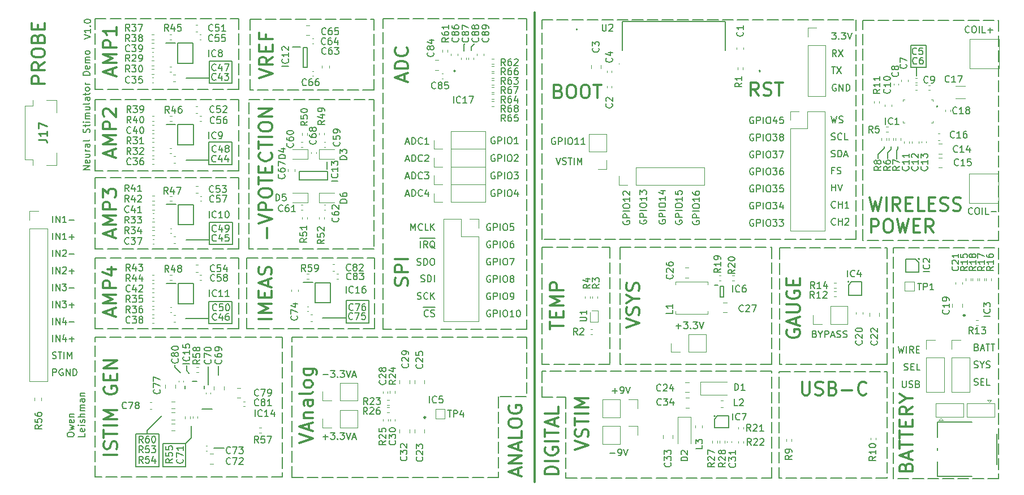
<source format=gbr>
%TF.GenerationSoftware,KiCad,Pcbnew,7.0.1*%
%TF.CreationDate,2024-05-02T17:31:47-06:00*%
%TF.ProjectId,Neural_Interface,4e657572-616c-45f4-996e-746572666163,1*%
%TF.SameCoordinates,Original*%
%TF.FileFunction,Legend,Top*%
%TF.FilePolarity,Positive*%
%FSLAX46Y46*%
G04 Gerber Fmt 4.6, Leading zero omitted, Abs format (unit mm)*
G04 Created by KiCad (PCBNEW 7.0.1) date 2024-05-02 17:31:47*
%MOMM*%
%LPD*%
G01*
G04 APERTURE LIST*
%ADD10C,0.150000*%
%ADD11C,0.300000*%
%ADD12C,0.254000*%
%ADD13C,0.120000*%
%ADD14C,0.200000*%
%ADD15C,0.250000*%
%ADD16C,0.100000*%
%ADD17C,0.152400*%
G04 APERTURE END LIST*
D10*
X148325000Y-45450000D02*
X148325000Y-45150000D01*
X150175000Y-45750000D02*
X150375000Y-45550000D01*
X85621666Y-29747500D02*
X85396666Y-29972500D01*
X47125000Y-79575000D02*
X47125000Y-80825000D01*
X30225000Y-49870000D02*
X31875000Y-49870000D01*
X32475000Y-49870000D02*
X34125000Y-49870000D01*
X34725000Y-49870000D02*
X36375000Y-49870000D01*
X36975000Y-49870000D02*
X38625000Y-49870000D01*
X39225000Y-49870000D02*
X40875000Y-49870000D01*
X41475000Y-49870000D02*
X43125000Y-49870000D01*
X43725000Y-49870000D02*
X45375000Y-49870000D01*
X45975000Y-49870000D02*
X47625000Y-49870000D01*
X48225000Y-49870000D02*
X49875000Y-49870000D01*
X50475000Y-49870000D02*
X51700000Y-49870000D01*
X51700000Y-49870000D02*
X51700000Y-51520000D01*
X51700000Y-52120000D02*
X51700000Y-53770000D01*
X51700000Y-54370000D02*
X51700000Y-56020000D01*
X51700000Y-56620000D02*
X51700000Y-58270000D01*
X51700000Y-58870000D02*
X51700000Y-60470000D01*
X51700000Y-60470000D02*
X50050000Y-60470000D01*
X49450000Y-60470000D02*
X47800000Y-60470000D01*
X47200000Y-60470000D02*
X45550000Y-60470000D01*
X44950000Y-60470000D02*
X43300000Y-60470000D01*
X42700000Y-60470000D02*
X41050000Y-60470000D01*
X40450000Y-60470000D02*
X38800000Y-60470000D01*
X38200000Y-60470000D02*
X36550000Y-60470000D01*
X35950000Y-60470000D02*
X34300000Y-60470000D01*
X33700000Y-60470000D02*
X32050000Y-60470000D01*
X31450000Y-60470000D02*
X30225000Y-60470000D01*
X30225000Y-60470000D02*
X30225000Y-58820000D01*
X30225000Y-58220000D02*
X30225000Y-56570000D01*
X30225000Y-55970000D02*
X30225000Y-54320000D01*
X30225000Y-53720000D02*
X30225000Y-52070000D01*
X30225000Y-51470000D02*
X30225000Y-49870000D01*
X47275000Y-68345000D02*
X50725000Y-68345000D01*
X50725000Y-71670000D01*
X47275000Y-71670000D01*
X47275000Y-68345000D01*
X42200000Y-77850000D02*
X42200000Y-78200000D01*
X38050000Y-88175000D02*
X38050000Y-87675000D01*
X42200000Y-78200000D02*
X43050000Y-79050000D01*
X97100000Y-26200000D02*
X98750000Y-26200000D01*
X99350000Y-26200000D02*
X101000000Y-26200000D01*
X101600000Y-26200000D02*
X103250000Y-26200000D01*
X103850000Y-26200000D02*
X105500000Y-26200000D01*
X106100000Y-26200000D02*
X107750000Y-26200000D01*
X108350000Y-26200000D02*
X110000000Y-26200000D01*
X110600000Y-26200000D02*
X112250000Y-26200000D01*
X112850000Y-26200000D02*
X114500000Y-26200000D01*
X115100000Y-26200000D02*
X116750000Y-26200000D01*
X117350000Y-26200000D02*
X119000000Y-26200000D01*
X119600000Y-26200000D02*
X121250000Y-26200000D01*
X121850000Y-26200000D02*
X123500000Y-26200000D01*
X124100000Y-26200000D02*
X125750000Y-26200000D01*
X126350000Y-26200000D02*
X128000000Y-26200000D01*
X128600000Y-26200000D02*
X130250000Y-26200000D01*
X130850000Y-26200000D02*
X132500000Y-26200000D01*
X133100000Y-26200000D02*
X134750000Y-26200000D01*
X135350000Y-26200000D02*
X137000000Y-26200000D01*
X137600000Y-26200000D02*
X139250000Y-26200000D01*
X139850000Y-26200000D02*
X141500000Y-26200000D01*
X142100000Y-26200000D02*
X143750000Y-26200000D01*
X144125000Y-26200000D02*
X144125000Y-27850000D01*
X144125000Y-28450000D02*
X144125000Y-30100000D01*
X144125000Y-30700000D02*
X144125000Y-32350000D01*
X144125000Y-32950000D02*
X144125000Y-34600000D01*
X144125000Y-35200000D02*
X144125000Y-36850000D01*
X144125000Y-37450000D02*
X144125000Y-39100000D01*
X144125000Y-39700000D02*
X144125000Y-41350000D01*
X144125000Y-41950000D02*
X144125000Y-43600000D01*
X144125000Y-44200000D02*
X144125000Y-45850000D01*
X144125000Y-46450000D02*
X144125000Y-48100000D01*
X144125000Y-48700000D02*
X144125000Y-50350000D01*
X144125000Y-50950000D02*
X144125000Y-52600000D01*
X144125000Y-53200000D02*
X144125000Y-54850000D01*
X144125000Y-55450000D02*
X144125000Y-57100000D01*
X144125000Y-57700000D02*
X144125000Y-59100000D01*
X144125000Y-59100000D02*
X142475000Y-59100000D01*
X141875000Y-59100000D02*
X140225000Y-59100000D01*
X139625000Y-59100000D02*
X137975000Y-59100000D01*
X137375000Y-59100000D02*
X135725000Y-59100000D01*
X135125000Y-59100000D02*
X133475000Y-59100000D01*
X132875000Y-59100000D02*
X131225000Y-59100000D01*
X130625000Y-59100000D02*
X128975000Y-59100000D01*
X128375000Y-59100000D02*
X126725000Y-59100000D01*
X126125000Y-59100000D02*
X124475000Y-59100000D01*
X123875000Y-59100000D02*
X122225000Y-59100000D01*
X121625000Y-59100000D02*
X119975000Y-59100000D01*
X119375000Y-59100000D02*
X117725000Y-59100000D01*
X117125000Y-59100000D02*
X115475000Y-59100000D01*
X114875000Y-59100000D02*
X113225000Y-59100000D01*
X112625000Y-59100000D02*
X110975000Y-59100000D01*
X110375000Y-59100000D02*
X108725000Y-59100000D01*
X108125000Y-59100000D02*
X106475000Y-59100000D01*
X105875000Y-59100000D02*
X104225000Y-59100000D01*
X103625000Y-59100000D02*
X101975000Y-59100000D01*
X101375000Y-59100000D02*
X99725000Y-59100000D01*
X99125000Y-59100000D02*
X97475000Y-59100000D01*
X97100000Y-59100000D02*
X97100000Y-57450000D01*
X97100000Y-56850000D02*
X97100000Y-55200000D01*
X97100000Y-54600000D02*
X97100000Y-52950000D01*
X97100000Y-52350000D02*
X97100000Y-50700000D01*
X97100000Y-50100000D02*
X97100000Y-48450000D01*
X97100000Y-47850000D02*
X97100000Y-46200000D01*
X97100000Y-45600000D02*
X97100000Y-43950000D01*
X97100000Y-43350000D02*
X97100000Y-41700000D01*
X97100000Y-41100000D02*
X97100000Y-39450000D01*
X97100000Y-38850000D02*
X97100000Y-37200000D01*
X97100000Y-36600000D02*
X97100000Y-34950000D01*
X97100000Y-34350000D02*
X97100000Y-32700000D01*
X97100000Y-32100000D02*
X97100000Y-30450000D01*
X97100000Y-29850000D02*
X97100000Y-28200000D01*
X97100000Y-27600000D02*
X97100000Y-26200000D01*
X90600000Y-94675000D02*
X88950000Y-94675000D01*
X88350000Y-94675000D02*
X86700000Y-94675000D01*
X86100000Y-94675000D02*
X84450000Y-94675000D01*
X83850000Y-94675000D02*
X82200000Y-94675000D01*
X81600000Y-94675000D02*
X79950000Y-94675000D01*
X79350000Y-94675000D02*
X77700000Y-94675000D01*
X77100000Y-94675000D02*
X75450000Y-94675000D01*
X74850000Y-94675000D02*
X73200000Y-94675000D01*
X72600000Y-94675000D02*
X70950000Y-94675000D01*
X70350000Y-94675000D02*
X68700000Y-94675000D01*
X68100000Y-94675000D02*
X66450000Y-94675000D01*
X65850000Y-94675000D02*
X64200000Y-94675000D01*
X63600000Y-94675000D02*
X61950000Y-94675000D01*
X61350000Y-94675000D02*
X59700000Y-94675000D01*
X87046666Y-29747500D02*
X86521666Y-30272500D01*
X48000000Y-90350000D02*
X49550000Y-90350000D01*
X47275000Y-47195000D02*
X43825000Y-47195000D01*
X97104839Y-82725000D02*
X98754839Y-82725000D01*
X99354839Y-82725000D02*
X100675000Y-82725000D01*
X47300000Y-34970000D02*
X43850000Y-34970000D01*
X150175000Y-47050000D02*
X150175000Y-45750000D01*
X48675000Y-78025000D02*
X48675000Y-79350000D01*
X38050000Y-87675000D02*
X40200000Y-85525000D01*
X153125000Y-33325000D02*
X153125000Y-34575000D01*
X148825000Y-46925000D02*
X148825000Y-46150000D01*
X30225000Y-38195000D02*
X31875000Y-38195000D01*
X32475000Y-38195000D02*
X34125000Y-38195000D01*
X34725000Y-38195000D02*
X36375000Y-38195000D01*
X36975000Y-38195000D02*
X38625000Y-38195000D01*
X39225000Y-38195000D02*
X40875000Y-38195000D01*
X41475000Y-38195000D02*
X43125000Y-38195000D01*
X43725000Y-38195000D02*
X45375000Y-38195000D01*
X45975000Y-38195000D02*
X47625000Y-38195000D01*
X48225000Y-38195000D02*
X49875000Y-38195000D01*
X50475000Y-38195000D02*
X51700000Y-38195000D01*
X51700000Y-38195000D02*
X51700000Y-39845000D01*
X51700000Y-40445000D02*
X51700000Y-42095000D01*
X51700000Y-42695000D02*
X51700000Y-44345000D01*
X51700000Y-44945000D02*
X51700000Y-46595000D01*
X51700000Y-47195000D02*
X51700000Y-48795000D01*
X51700000Y-48795000D02*
X50050000Y-48795000D01*
X49450000Y-48795000D02*
X47800000Y-48795000D01*
X47200000Y-48795000D02*
X45550000Y-48795000D01*
X44950000Y-48795000D02*
X43300000Y-48795000D01*
X42700000Y-48795000D02*
X41050000Y-48795000D01*
X40450000Y-48795000D02*
X38800000Y-48795000D01*
X38200000Y-48795000D02*
X36550000Y-48795000D01*
X35950000Y-48795000D02*
X34300000Y-48795000D01*
X33700000Y-48795000D02*
X32050000Y-48795000D01*
X31450000Y-48795000D02*
X30225000Y-48795000D01*
X30225000Y-48795000D02*
X30225000Y-47145000D01*
X30225000Y-46545000D02*
X30225000Y-44895000D01*
X30225000Y-44295000D02*
X30225000Y-42645000D01*
X30225000Y-42045000D02*
X30225000Y-40395000D01*
X30225000Y-39795000D02*
X30225000Y-38195000D01*
X67775000Y-68250000D02*
X71225000Y-68250000D01*
X71225000Y-71575000D01*
X67775000Y-71575000D01*
X67775000Y-68250000D01*
X30225000Y-61845000D02*
X31875000Y-61845000D01*
X32475000Y-61845000D02*
X34125000Y-61845000D01*
X34725000Y-61845000D02*
X36375000Y-61845000D01*
X36975000Y-61845000D02*
X38625000Y-61845000D01*
X39225000Y-61845000D02*
X40875000Y-61845000D01*
X41475000Y-61845000D02*
X43125000Y-61845000D01*
X43725000Y-61845000D02*
X45375000Y-61845000D01*
X45975000Y-61845000D02*
X47625000Y-61845000D01*
X48225000Y-61845000D02*
X49875000Y-61845000D01*
X50475000Y-61845000D02*
X51700000Y-61845000D01*
X51700000Y-61845000D02*
X51700000Y-63495000D01*
X51700000Y-64095000D02*
X51700000Y-65745000D01*
X51700000Y-66345000D02*
X51700000Y-67995000D01*
X51700000Y-68595000D02*
X51700000Y-70245000D01*
X51700000Y-70845000D02*
X51700000Y-72445000D01*
X51700000Y-72445000D02*
X50050000Y-72445000D01*
X49450000Y-72445000D02*
X47800000Y-72445000D01*
X47200000Y-72445000D02*
X45550000Y-72445000D01*
X44950000Y-72445000D02*
X43300000Y-72445000D01*
X42700000Y-72445000D02*
X41050000Y-72445000D01*
X40450000Y-72445000D02*
X38800000Y-72445000D01*
X38200000Y-72445000D02*
X36550000Y-72445000D01*
X35950000Y-72445000D02*
X34300000Y-72445000D01*
X33700000Y-72445000D02*
X32050000Y-72445000D01*
X31450000Y-72445000D02*
X30225000Y-72445000D01*
X30225000Y-72445000D02*
X30225000Y-70795000D01*
X30225000Y-70195000D02*
X30225000Y-68545000D01*
X30225000Y-67945000D02*
X30225000Y-66295000D01*
X30225000Y-65695000D02*
X30225000Y-64045000D01*
X30225000Y-63445000D02*
X30225000Y-61845000D01*
X97104839Y-78825000D02*
X97104839Y-80475000D01*
X97104839Y-81075000D02*
X97104839Y-82725000D01*
X131475000Y-94800000D02*
X131475000Y-93150000D01*
X131475000Y-92550000D02*
X131475000Y-90900000D01*
X131475000Y-90300000D02*
X131475000Y-88650000D01*
X131475000Y-88050000D02*
X131475000Y-86400000D01*
X131475000Y-85800000D02*
X131475000Y-84150000D01*
X131475000Y-83550000D02*
X131475000Y-81900000D01*
X131475000Y-81300000D02*
X131475000Y-79650000D01*
X131475000Y-79050000D02*
X131475000Y-78825000D01*
X53425000Y-26126668D02*
X55075000Y-26126668D01*
X55675000Y-26126668D02*
X57325000Y-26126668D01*
X57925000Y-26126668D02*
X59575000Y-26126668D01*
X60175000Y-26126668D02*
X61825000Y-26126668D01*
X62425000Y-26126668D02*
X64075000Y-26126668D01*
X64675000Y-26126668D02*
X66325000Y-26126668D01*
X66925000Y-26126668D02*
X68575000Y-26126668D01*
X69175000Y-26126668D02*
X70825000Y-26126668D01*
X71425000Y-26126668D02*
X71925000Y-26126668D01*
X71925000Y-26126668D02*
X71925000Y-27776668D01*
X71925000Y-28376668D02*
X71925000Y-30026668D01*
X71925000Y-30626668D02*
X71925000Y-32276668D01*
X71925000Y-32876668D02*
X71925000Y-34526668D01*
X71925000Y-35126668D02*
X71925000Y-36726668D01*
X71925000Y-36726668D02*
X70275000Y-36726668D01*
X69675000Y-36726668D02*
X68025000Y-36726668D01*
X67425000Y-36726668D02*
X65775000Y-36726668D01*
X65175000Y-36726668D02*
X63525000Y-36726668D01*
X62925000Y-36726668D02*
X61275000Y-36726668D01*
X60675000Y-36726668D02*
X59025000Y-36726668D01*
X58425000Y-36726668D02*
X56775000Y-36726668D01*
X56175000Y-36726668D02*
X54525000Y-36726668D01*
X53925000Y-36726668D02*
X53425000Y-36726668D01*
X53425000Y-36726668D02*
X53425000Y-35076668D01*
X53425000Y-34476668D02*
X53425000Y-32826668D01*
X53425000Y-32226668D02*
X53425000Y-30576668D01*
X53425000Y-29976668D02*
X53425000Y-28326668D01*
X53425000Y-27726668D02*
X53425000Y-26126668D01*
X43900000Y-78700000D02*
X44300000Y-79100000D01*
X43900000Y-78450000D02*
X43900000Y-78700000D01*
X59650000Y-94645161D02*
X59650000Y-92995161D01*
X59650000Y-92395161D02*
X59650000Y-90745161D01*
X59650000Y-90145161D02*
X59650000Y-88495161D01*
X59650000Y-87895161D02*
X59650000Y-86245161D01*
X59650000Y-85645161D02*
X59650000Y-83995161D01*
X59650000Y-83395161D02*
X59650000Y-81745161D01*
X59650000Y-81145161D02*
X59650000Y-79495161D01*
X59650000Y-78895161D02*
X59650000Y-77245161D01*
X59650000Y-76645161D02*
X59650000Y-74995161D01*
X59650000Y-74395161D02*
X59650000Y-73725000D01*
X36325000Y-88175000D02*
X39775000Y-88175000D01*
X39775000Y-93075000D01*
X36325000Y-93075000D01*
X36325000Y-88175000D01*
X148825000Y-46150000D02*
X149375000Y-45600000D01*
X145125000Y-26300000D02*
X146775000Y-26300000D01*
X147375000Y-26300000D02*
X149025000Y-26300000D01*
X149625000Y-26300000D02*
X151275000Y-26300000D01*
X151875000Y-26300000D02*
X153525000Y-26300000D01*
X154125000Y-26300000D02*
X155775000Y-26300000D01*
X156375000Y-26300000D02*
X158025000Y-26300000D01*
X158625000Y-26300000D02*
X160275000Y-26300000D01*
X160875000Y-26300000D02*
X162525000Y-26300000D01*
X163125000Y-26300000D02*
X164775000Y-26300000D01*
X165375000Y-26300000D02*
X165475000Y-26300000D01*
X165475000Y-26300000D02*
X165475000Y-27950000D01*
X165475000Y-28550000D02*
X165475000Y-30200000D01*
X165475000Y-30800000D02*
X165475000Y-32450000D01*
X165475000Y-33050000D02*
X165475000Y-34700000D01*
X165475000Y-35300000D02*
X165475000Y-36950000D01*
X165475000Y-37550000D02*
X165475000Y-39200000D01*
X165475000Y-39800000D02*
X165475000Y-41450000D01*
X165475000Y-42050000D02*
X165475000Y-43700000D01*
X165475000Y-44300000D02*
X165475000Y-45950000D01*
X165475000Y-46550000D02*
X165475000Y-48200000D01*
X165475000Y-48800000D02*
X165475000Y-50450000D01*
X165475000Y-51050000D02*
X165475000Y-52700000D01*
X165475000Y-53300000D02*
X165475000Y-54950000D01*
X165475000Y-55550000D02*
X165475000Y-57200000D01*
X165475000Y-57800000D02*
X165475000Y-59200000D01*
X165475000Y-59200000D02*
X163825000Y-59200000D01*
X163225000Y-59200000D02*
X161575000Y-59200000D01*
X160975000Y-59200000D02*
X159325000Y-59200000D01*
X158725000Y-59200000D02*
X157075000Y-59200000D01*
X156475000Y-59200000D02*
X154825000Y-59200000D01*
X154225000Y-59200000D02*
X152575000Y-59200000D01*
X151975000Y-59200000D02*
X150325000Y-59200000D01*
X149725000Y-59200000D02*
X148075000Y-59200000D01*
X147475000Y-59200000D02*
X145825000Y-59200000D01*
X145225000Y-59200000D02*
X145125000Y-59200000D01*
X145125000Y-59200000D02*
X145125000Y-57550000D01*
X145125000Y-56950000D02*
X145125000Y-55300000D01*
X145125000Y-54700000D02*
X145125000Y-53050000D01*
X145125000Y-52450000D02*
X145125000Y-50800000D01*
X145125000Y-50200000D02*
X145125000Y-48550000D01*
X145125000Y-47950000D02*
X145125000Y-46300000D01*
X145125000Y-45700000D02*
X145125000Y-44050000D01*
X145125000Y-43450000D02*
X145125000Y-41800000D01*
X145125000Y-41200000D02*
X145125000Y-39550000D01*
X145125000Y-38950000D02*
X145125000Y-37300000D01*
X145125000Y-36700000D02*
X145125000Y-35050000D01*
X145125000Y-34450000D02*
X145125000Y-32800000D01*
X145125000Y-32200000D02*
X145125000Y-30550000D01*
X145125000Y-29950000D02*
X145125000Y-28300000D01*
X145125000Y-27700000D02*
X145125000Y-26300000D01*
X97100000Y-60250000D02*
X98750000Y-60250000D01*
X99350000Y-60250000D02*
X101000000Y-60250000D01*
X101600000Y-60250000D02*
X103250000Y-60250000D01*
X103850000Y-60250000D02*
X105500000Y-60250000D01*
X106100000Y-60250000D02*
X107250000Y-60250000D01*
X107250000Y-60250000D02*
X107250000Y-61900000D01*
X107250000Y-62500000D02*
X107250000Y-64150000D01*
X107250000Y-64750000D02*
X107250000Y-66400000D01*
X107250000Y-67000000D02*
X107250000Y-68650000D01*
X107250000Y-69250000D02*
X107250000Y-70900000D01*
X107250000Y-71500000D02*
X107250000Y-73150000D01*
X107250000Y-73750000D02*
X107250000Y-75400000D01*
X107250000Y-76000000D02*
X107250000Y-77650000D01*
X107250000Y-77750000D02*
X105600000Y-77750000D01*
X105000000Y-77750000D02*
X103350000Y-77750000D01*
X102750000Y-77750000D02*
X101100000Y-77750000D01*
X100500000Y-77750000D02*
X98850000Y-77750000D01*
X98250000Y-77750000D02*
X97100000Y-77750000D01*
X97100000Y-77750000D02*
X97100000Y-76100000D01*
X97100000Y-75500000D02*
X97100000Y-73850000D01*
X97100000Y-73250000D02*
X97100000Y-71600000D01*
X97100000Y-71000000D02*
X97100000Y-69350000D01*
X97100000Y-68750000D02*
X97100000Y-67100000D01*
X97100000Y-66500000D02*
X97100000Y-64850000D01*
X97100000Y-64250000D02*
X97100000Y-62600000D01*
X97100000Y-62000000D02*
X97100000Y-60350000D01*
X90600000Y-82650000D02*
X90600000Y-84300000D01*
X90600000Y-84900000D02*
X90600000Y-86550000D01*
X90600000Y-87150000D02*
X90600000Y-88800000D01*
X90600000Y-89400000D02*
X90600000Y-91050000D01*
X90600000Y-91650000D02*
X90600000Y-93300000D01*
X90600000Y-93900000D02*
X90600000Y-94644959D01*
X94795161Y-73725000D02*
X94795161Y-75375000D01*
X94795161Y-75975000D02*
X94795161Y-77625000D01*
X94795161Y-78225000D02*
X94795161Y-79875000D01*
X94795161Y-80475000D02*
X94795161Y-82125000D01*
X150375000Y-45550000D02*
X150375000Y-45200000D01*
X67725000Y-70825000D02*
X64250000Y-70825000D01*
X100675000Y-82725000D02*
X100675000Y-84375000D01*
X100675000Y-84975000D02*
X100675000Y-86625000D01*
X100675000Y-87225000D02*
X100675000Y-88875000D01*
X100675000Y-89475000D02*
X100675000Y-91125000D01*
X100675000Y-91725000D02*
X100675000Y-93375000D01*
X100675000Y-93975000D02*
X100675000Y-94800000D01*
X149700000Y-60350000D02*
X151350000Y-60350000D01*
X151950000Y-60350000D02*
X153600000Y-60350000D01*
X154200000Y-60350000D02*
X155850000Y-60350000D01*
X156450000Y-60350000D02*
X158100000Y-60350000D01*
X158700000Y-60350000D02*
X160350000Y-60350000D01*
X160950000Y-60350000D02*
X162600000Y-60350000D01*
X163200000Y-60350000D02*
X164850000Y-60350000D01*
X165450000Y-60350000D02*
X165475000Y-60350000D01*
X165475000Y-60350000D02*
X165475000Y-62000000D01*
X165475000Y-62600000D02*
X165475000Y-64250000D01*
X165475000Y-64850000D02*
X165475000Y-66500000D01*
X165475000Y-67100000D02*
X165475000Y-68750000D01*
X165475000Y-69350000D02*
X165475000Y-71000000D01*
X165475000Y-71600000D02*
X165475000Y-73250000D01*
X165475000Y-73850000D02*
X165475000Y-75500000D01*
X165475000Y-76100000D02*
X165475000Y-77750000D01*
X165475000Y-78350000D02*
X165475000Y-80000000D01*
X165475000Y-80600000D02*
X165475000Y-82250000D01*
X165475000Y-82850000D02*
X165475000Y-84500000D01*
X165475000Y-85100000D02*
X165475000Y-86750000D01*
X165475000Y-87350000D02*
X165475000Y-89000000D01*
X165475000Y-89600000D02*
X165475000Y-91250000D01*
X165475000Y-91850000D02*
X165475000Y-93500000D01*
X165475000Y-94100000D02*
X165475000Y-94850000D01*
X165475000Y-94850000D02*
X163825000Y-94850000D01*
X163225000Y-94850000D02*
X161575000Y-94850000D01*
X160975000Y-94850000D02*
X159325000Y-94850000D01*
X158725000Y-94850000D02*
X157075000Y-94850000D01*
X156475000Y-94850000D02*
X154825000Y-94850000D01*
X154225000Y-94850000D02*
X152575000Y-94850000D01*
X151975000Y-94850000D02*
X150325000Y-94850000D01*
X149725000Y-94850000D02*
X149700000Y-94850000D01*
X149700000Y-94850000D02*
X149700000Y-93200000D01*
X149700000Y-92600000D02*
X149700000Y-90950000D01*
X149700000Y-90350000D02*
X149700000Y-88700000D01*
X149700000Y-88100000D02*
X149700000Y-86450000D01*
X149700000Y-85850000D02*
X149700000Y-84200000D01*
X149700000Y-83600000D02*
X149700000Y-81950000D01*
X149700000Y-81350000D02*
X149700000Y-79700000D01*
X149700000Y-79100000D02*
X149700000Y-77450000D01*
X149700000Y-76850000D02*
X149700000Y-75200000D01*
X149700000Y-74600000D02*
X149700000Y-72950000D01*
X149700000Y-72350000D02*
X149700000Y-70700000D01*
X149700000Y-70100000D02*
X149700000Y-68450000D01*
X149700000Y-67850000D02*
X149700000Y-66200000D01*
X149700000Y-65600000D02*
X149700000Y-63950000D01*
X149700000Y-63350000D02*
X149700000Y-61700000D01*
X149700000Y-61100000D02*
X149700000Y-60350000D01*
X149375000Y-45600000D02*
X149375000Y-45175000D01*
X147400000Y-46975000D02*
X147400000Y-46375000D01*
X43800000Y-89625000D02*
X44625000Y-88800000D01*
X47250000Y-70945000D02*
X43775000Y-70945000D01*
X152275000Y-30000000D02*
X154575000Y-30000000D01*
X154575000Y-33325000D01*
X152275000Y-33325000D01*
X152275000Y-30000000D01*
X132625000Y-78900000D02*
X134275000Y-78900000D01*
X134875000Y-78900000D02*
X136525000Y-78900000D01*
X137125000Y-78900000D02*
X138775000Y-78900000D01*
X139375000Y-78900000D02*
X141025000Y-78900000D01*
X141625000Y-78900000D02*
X143275000Y-78900000D01*
X143875000Y-78900000D02*
X145525000Y-78900000D01*
X146125000Y-78900000D02*
X147775000Y-78900000D01*
X148375000Y-78900000D02*
X148725000Y-78900000D01*
X148725000Y-78900000D02*
X148725000Y-80550000D01*
X148725000Y-81150000D02*
X148725000Y-82800000D01*
X148725000Y-83400000D02*
X148725000Y-85050000D01*
X148725000Y-85650000D02*
X148725000Y-87300000D01*
X148725000Y-87900000D02*
X148725000Y-89550000D01*
X148725000Y-90150000D02*
X148725000Y-91800000D01*
X148725000Y-92400000D02*
X148725000Y-94050000D01*
X148725000Y-94650000D02*
X148725000Y-94800000D01*
X148725000Y-94800000D02*
X147075000Y-94800000D01*
X146475000Y-94800000D02*
X144825000Y-94800000D01*
X144225000Y-94800000D02*
X142575000Y-94800000D01*
X141975000Y-94800000D02*
X140325000Y-94800000D01*
X139725000Y-94800000D02*
X138075000Y-94800000D01*
X137475000Y-94800000D02*
X135825000Y-94800000D01*
X135225000Y-94800000D02*
X133575000Y-94800000D01*
X132975000Y-94800000D02*
X132625000Y-94800000D01*
X132625000Y-94800000D02*
X132625000Y-93150000D01*
X132625000Y-92550000D02*
X132625000Y-90900000D01*
X132625000Y-90300000D02*
X132625000Y-88650000D01*
X132625000Y-88050000D02*
X132625000Y-86400000D01*
X132625000Y-85800000D02*
X132625000Y-84150000D01*
X132625000Y-83550000D02*
X132625000Y-81900000D01*
X132625000Y-81300000D02*
X132625000Y-79650000D01*
X132625000Y-79050000D02*
X132625000Y-78900000D01*
X53225000Y-38183000D02*
X54875000Y-38183000D01*
X55475000Y-38183000D02*
X57125000Y-38183000D01*
X57725000Y-38183000D02*
X59375000Y-38183000D01*
X59975000Y-38183000D02*
X61625000Y-38183000D01*
X62225000Y-38183000D02*
X63875000Y-38183000D01*
X64475000Y-38183000D02*
X66125000Y-38183000D01*
X66725000Y-38183000D02*
X68375000Y-38183000D01*
X68975000Y-38183000D02*
X70625000Y-38183000D01*
X71225000Y-38183000D02*
X71925000Y-38183000D01*
X71925000Y-38183000D02*
X71925000Y-39833000D01*
X71925000Y-40433000D02*
X71925000Y-42083000D01*
X71925000Y-42683000D02*
X71925000Y-44333000D01*
X71925000Y-44933000D02*
X71925000Y-46583000D01*
X71925000Y-47183000D02*
X71925000Y-48833000D01*
X71925000Y-49433000D02*
X71925000Y-51083000D01*
X71925000Y-51683000D02*
X71925000Y-53333000D01*
X71925000Y-53933000D02*
X71925000Y-55583000D01*
X71925000Y-56183000D02*
X71925000Y-57833000D01*
X71925000Y-58433000D02*
X71925000Y-60083000D01*
X71925000Y-60508000D02*
X70275000Y-60508000D01*
X69675000Y-60508000D02*
X68025000Y-60508000D01*
X67425000Y-60508000D02*
X65775000Y-60508000D01*
X65175000Y-60508000D02*
X63525000Y-60508000D01*
X62925000Y-60508000D02*
X61275000Y-60508000D01*
X60675000Y-60508000D02*
X59025000Y-60508000D01*
X58425000Y-60508000D02*
X56775000Y-60508000D01*
X56175000Y-60508000D02*
X54525000Y-60508000D01*
X53925000Y-60508000D02*
X53225000Y-60508000D01*
X53225000Y-60508000D02*
X53225000Y-58858000D01*
X53225000Y-58258000D02*
X53225000Y-56608000D01*
X53225000Y-56008000D02*
X53225000Y-54358000D01*
X53225000Y-53758000D02*
X53225000Y-52108000D01*
X53225000Y-51508000D02*
X53225000Y-49858000D01*
X53225000Y-49258000D02*
X53225000Y-47608000D01*
X53225000Y-47008000D02*
X53225000Y-45358000D01*
X53225000Y-44758000D02*
X53225000Y-43108000D01*
X53225000Y-42508000D02*
X53225000Y-40858000D01*
X53225000Y-40258000D02*
X53225000Y-38608000D01*
X30200000Y-73700000D02*
X31850000Y-73700000D01*
X32450000Y-73700000D02*
X34100000Y-73700000D01*
X34700000Y-73700000D02*
X36350000Y-73700000D01*
X36950000Y-73700000D02*
X38600000Y-73700000D01*
X39200000Y-73700000D02*
X40850000Y-73700000D01*
X41450000Y-73700000D02*
X43100000Y-73700000D01*
X43700000Y-73700000D02*
X45350000Y-73700000D01*
X45950000Y-73700000D02*
X47600000Y-73700000D01*
X48200000Y-73700000D02*
X49850000Y-73700000D01*
X50450000Y-73700000D02*
X52100000Y-73700000D01*
X52700000Y-73700000D02*
X54350000Y-73700000D01*
X54950000Y-73700000D02*
X56600000Y-73700000D01*
X57200000Y-73700000D02*
X58270161Y-73700000D01*
X58270161Y-73700000D02*
X58270161Y-75350000D01*
X58270161Y-75950000D02*
X58270161Y-77600000D01*
X58270161Y-78200000D02*
X58270161Y-79850000D01*
X58270161Y-80450000D02*
X58270161Y-82100000D01*
X58270161Y-82700000D02*
X58270161Y-84350000D01*
X58270161Y-84950000D02*
X58270161Y-86600000D01*
X58270161Y-87200000D02*
X58270161Y-88850000D01*
X58270161Y-89450000D02*
X58270161Y-91100000D01*
X58270161Y-91700000D02*
X58270161Y-93350000D01*
X58270161Y-93950000D02*
X58270161Y-94620161D01*
X58270161Y-94620161D02*
X56620161Y-94620161D01*
X56020161Y-94620161D02*
X54370161Y-94620161D01*
X53770161Y-94620161D02*
X52120161Y-94620161D01*
X51520161Y-94620161D02*
X49870161Y-94620161D01*
X49270161Y-94620161D02*
X47620161Y-94620161D01*
X47020161Y-94620161D02*
X45370161Y-94620161D01*
X44770161Y-94620161D02*
X43120161Y-94620161D01*
X42520161Y-94620161D02*
X40870161Y-94620161D01*
X40270161Y-94620161D02*
X38620161Y-94620161D01*
X38020161Y-94620161D02*
X36370161Y-94620161D01*
X35770161Y-94620161D02*
X34120161Y-94620161D01*
X33520161Y-94620161D02*
X31870161Y-94620161D01*
X31270161Y-94620161D02*
X30200000Y-94620161D01*
X30200000Y-94620161D02*
X30200000Y-92970161D01*
X30200000Y-92370161D02*
X30200000Y-90720161D01*
X30200000Y-90120161D02*
X30200000Y-88470161D01*
X30200000Y-87870161D02*
X30200000Y-86220161D01*
X30200000Y-85620161D02*
X30200000Y-83970161D01*
X30200000Y-83370161D02*
X30200000Y-81720161D01*
X30200000Y-81120161D02*
X30200000Y-79470161D01*
X30200000Y-78870161D02*
X30200000Y-77220161D01*
X30200000Y-76620161D02*
X30200000Y-74970161D01*
X30200000Y-74370161D02*
X30200000Y-73700000D01*
X59650000Y-73725000D02*
X61300000Y-73725000D01*
X61900000Y-73725000D02*
X63550000Y-73725000D01*
X64150000Y-73725000D02*
X65800000Y-73725000D01*
X66400000Y-73725000D02*
X68050000Y-73725000D01*
X68650000Y-73725000D02*
X70300000Y-73725000D01*
X70900000Y-73725000D02*
X72550000Y-73725000D01*
X73150000Y-73725000D02*
X74800000Y-73725000D01*
X75400000Y-73725000D02*
X77050000Y-73725000D01*
X77650000Y-73725000D02*
X79300000Y-73725000D01*
X79900000Y-73725000D02*
X81550000Y-73725000D01*
X82150000Y-73725000D02*
X83800000Y-73725000D01*
X84400000Y-73725000D02*
X86050000Y-73725000D01*
X86650000Y-73725000D02*
X88300000Y-73725000D01*
X88900000Y-73725000D02*
X90550000Y-73725000D01*
X91150000Y-73725000D02*
X92800000Y-73725000D01*
X93400000Y-73725000D02*
X94795161Y-73725000D01*
X86521666Y-30272500D02*
X86521666Y-30822500D01*
X108775000Y-60275000D02*
X110425000Y-60275000D01*
X111025000Y-60275000D02*
X112675000Y-60275000D01*
X113275000Y-60275000D02*
X114925000Y-60275000D01*
X115525000Y-60275000D02*
X117175000Y-60275000D01*
X117775000Y-60275000D02*
X119425000Y-60275000D01*
X120025000Y-60275000D02*
X121675000Y-60275000D01*
X122275000Y-60275000D02*
X123925000Y-60275000D01*
X124525000Y-60275000D02*
X126175000Y-60275000D01*
X126775000Y-60275000D02*
X128425000Y-60275000D01*
X129025000Y-60275000D02*
X130675000Y-60275000D01*
X131275000Y-60275000D02*
X131475000Y-60275000D01*
X131475000Y-60275000D02*
X131475000Y-61925000D01*
X131475000Y-62525000D02*
X131475000Y-64175000D01*
X131475000Y-64775000D02*
X131475000Y-66425000D01*
X131475000Y-67025000D02*
X131475000Y-68675000D01*
X131475000Y-69275000D02*
X131475000Y-70925000D01*
X131475000Y-71525000D02*
X131475000Y-73175000D01*
X131475000Y-73775000D02*
X131475000Y-75425000D01*
X131475000Y-76025000D02*
X131475000Y-77675000D01*
X131475000Y-77775000D02*
X129825000Y-77775000D01*
X129225000Y-77775000D02*
X127575000Y-77775000D01*
X126975000Y-77775000D02*
X125325000Y-77775000D01*
X124725000Y-77775000D02*
X123075000Y-77775000D01*
X122475000Y-77775000D02*
X120825000Y-77775000D01*
X120225000Y-77775000D02*
X118575000Y-77775000D01*
X117975000Y-77775000D02*
X116325000Y-77775000D01*
X115725000Y-77775000D02*
X114075000Y-77775000D01*
X113475000Y-77775000D02*
X111825000Y-77775000D01*
X111225000Y-77775000D02*
X109575000Y-77775000D01*
X108975000Y-77775000D02*
X108775000Y-77775000D01*
X108775000Y-77775000D02*
X108775000Y-76125000D01*
X108775000Y-75525000D02*
X108775000Y-73875000D01*
X108775000Y-73275000D02*
X108775000Y-71625000D01*
X108775000Y-71025000D02*
X108775000Y-69375000D01*
X108775000Y-68775000D02*
X108775000Y-67125000D01*
X108775000Y-66525000D02*
X108775000Y-64875000D01*
X108775000Y-64275000D02*
X108775000Y-62625000D01*
X108775000Y-62025000D02*
X108775000Y-60375000D01*
X100675000Y-94800000D02*
X102325000Y-94800000D01*
X102925000Y-94800000D02*
X104575000Y-94800000D01*
X105175000Y-94800000D02*
X106825000Y-94800000D01*
X107425000Y-94800000D02*
X109075000Y-94800000D01*
X109675000Y-94800000D02*
X111325000Y-94800000D01*
X111925000Y-94800000D02*
X113575000Y-94800000D01*
X114175000Y-94800000D02*
X115825000Y-94800000D01*
X116425000Y-94800000D02*
X118075000Y-94800000D01*
X118675000Y-94800000D02*
X120325000Y-94800000D01*
X120925000Y-94800000D02*
X122575000Y-94800000D01*
X123175000Y-94800000D02*
X124825000Y-94800000D01*
X125425000Y-94800000D02*
X127075000Y-94800000D01*
X127675000Y-94800000D02*
X129325000Y-94800000D01*
X129925000Y-94800000D02*
X131475000Y-94800000D01*
X94775000Y-82650000D02*
X93125000Y-82650000D01*
X92525000Y-82650000D02*
X90875000Y-82650000D01*
X47250000Y-59145000D02*
X43850000Y-59145000D01*
X43900000Y-77950000D02*
X43900000Y-78450000D01*
X131475000Y-78825000D02*
X129825000Y-78825000D01*
X129225000Y-78825000D02*
X127575000Y-78825000D01*
X126975000Y-78825000D02*
X125325000Y-78825000D01*
X124725000Y-78825000D02*
X123075000Y-78825000D01*
X122475000Y-78825000D02*
X120825000Y-78825000D01*
X120225000Y-78825000D02*
X118575000Y-78825000D01*
X117975000Y-78825000D02*
X116325000Y-78825000D01*
X115725000Y-78825000D02*
X114075000Y-78825000D01*
X113475000Y-78825000D02*
X111825000Y-78825000D01*
X111225000Y-78825000D02*
X109575000Y-78825000D01*
X108975000Y-78825000D02*
X107325000Y-78825000D01*
X106725000Y-78825000D02*
X105075000Y-78825000D01*
X104475000Y-78825000D02*
X102825000Y-78825000D01*
X102225000Y-78825000D02*
X100575000Y-78825000D01*
X99975000Y-78825000D02*
X98325000Y-78825000D01*
X97725000Y-78825000D02*
X97104839Y-78825000D01*
X44625000Y-88800000D02*
X44625000Y-87000000D01*
X47312500Y-56495000D02*
X50762500Y-56495000D01*
X50762500Y-59820000D01*
X47312500Y-59820000D01*
X47312500Y-56495000D01*
X52937500Y-61850000D02*
X54587500Y-61850000D01*
X55187500Y-61850000D02*
X56837500Y-61850000D01*
X57437500Y-61850000D02*
X59087500Y-61850000D01*
X59687500Y-61850000D02*
X61337500Y-61850000D01*
X61937500Y-61850000D02*
X63587500Y-61850000D01*
X64187500Y-61850000D02*
X65837500Y-61850000D01*
X66437500Y-61850000D02*
X68087500Y-61850000D01*
X68687500Y-61850000D02*
X70337500Y-61850000D01*
X70937500Y-61850000D02*
X72012500Y-61850000D01*
X72012500Y-61850000D02*
X72012500Y-63500000D01*
X72012500Y-64100000D02*
X72012500Y-65750000D01*
X72012500Y-66350000D02*
X72012500Y-68000000D01*
X72012500Y-68600000D02*
X72012500Y-70250000D01*
X72012500Y-70850000D02*
X72012500Y-72450000D01*
X72012500Y-72450000D02*
X70362500Y-72450000D01*
X69762500Y-72450000D02*
X68112500Y-72450000D01*
X67512500Y-72450000D02*
X65862500Y-72450000D01*
X65262500Y-72450000D02*
X63612500Y-72450000D01*
X63012500Y-72450000D02*
X61362500Y-72450000D01*
X60762500Y-72450000D02*
X59112500Y-72450000D01*
X58512500Y-72450000D02*
X56862500Y-72450000D01*
X56262500Y-72450000D02*
X54612500Y-72450000D01*
X54012500Y-72450000D02*
X52937500Y-72450000D01*
X52937500Y-72450000D02*
X52937500Y-70800000D01*
X52937500Y-70200000D02*
X52937500Y-68550000D01*
X52937500Y-67950000D02*
X52937500Y-66300000D01*
X52937500Y-65700000D02*
X52937500Y-64050000D01*
X52937500Y-63450000D02*
X52937500Y-61850000D01*
X47125000Y-78100000D02*
X47125000Y-79575000D01*
X147400000Y-46375000D02*
X148325000Y-45450000D01*
X132650000Y-60300000D02*
X134300000Y-60300000D01*
X134900000Y-60300000D02*
X136550000Y-60300000D01*
X137150000Y-60300000D02*
X138800000Y-60300000D01*
X139400000Y-60300000D02*
X141050000Y-60300000D01*
X141650000Y-60300000D02*
X143300000Y-60300000D01*
X143900000Y-60300000D02*
X145550000Y-60300000D01*
X146150000Y-60300000D02*
X147800000Y-60300000D01*
X148400000Y-60300000D02*
X148725000Y-60300000D01*
X148725000Y-60300000D02*
X148725000Y-61950000D01*
X148725000Y-62550000D02*
X148725000Y-64200000D01*
X148725000Y-64800000D02*
X148725000Y-66450000D01*
X148725000Y-67050000D02*
X148725000Y-68700000D01*
X148725000Y-69300000D02*
X148725000Y-70950000D01*
X148725000Y-71550000D02*
X148725000Y-73200000D01*
X148725000Y-73800000D02*
X148725000Y-75450000D01*
X148725000Y-76050000D02*
X148725000Y-77700000D01*
X148725000Y-77800000D02*
X147075000Y-77800000D01*
X146475000Y-77800000D02*
X144825000Y-77800000D01*
X144225000Y-77800000D02*
X142575000Y-77800000D01*
X141975000Y-77800000D02*
X140325000Y-77800000D01*
X139725000Y-77800000D02*
X138075000Y-77800000D01*
X137475000Y-77800000D02*
X135825000Y-77800000D01*
X135225000Y-77800000D02*
X133575000Y-77800000D01*
X132975000Y-77800000D02*
X132650000Y-77800000D01*
X132650000Y-77800000D02*
X132650000Y-76150000D01*
X132650000Y-75550000D02*
X132650000Y-73900000D01*
X132650000Y-73300000D02*
X132650000Y-71650000D01*
X132650000Y-71050000D02*
X132650000Y-69400000D01*
X132650000Y-68800000D02*
X132650000Y-67150000D01*
X132650000Y-66550000D02*
X132650000Y-64900000D01*
X132650000Y-64300000D02*
X132650000Y-62650000D01*
X132650000Y-62050000D02*
X132650000Y-60400000D01*
D11*
X96000000Y-95425000D02*
X96000000Y-25150000D01*
D10*
X40350000Y-89625000D02*
X43800000Y-89625000D01*
X43800000Y-93075000D01*
X40350000Y-93075000D01*
X40350000Y-89625000D01*
X47300000Y-32370000D02*
X50750000Y-32370000D01*
X50750000Y-35695000D01*
X47300000Y-35695000D01*
X47300000Y-32370000D01*
X85396666Y-29972500D02*
X85396666Y-30847500D01*
X47275000Y-44545000D02*
X50725000Y-44545000D01*
X50725000Y-47870000D01*
X47275000Y-47870000D01*
X47275000Y-44545000D01*
X73300000Y-26075000D02*
X74950000Y-26075000D01*
X75550000Y-26075000D02*
X77200000Y-26075000D01*
X77800000Y-26075000D02*
X79450000Y-26075000D01*
X80050000Y-26075000D02*
X81700000Y-26075000D01*
X82300000Y-26075000D02*
X83950000Y-26075000D01*
X84550000Y-26075000D02*
X86200000Y-26075000D01*
X86800000Y-26075000D02*
X88450000Y-26075000D01*
X89050000Y-26075000D02*
X90700000Y-26075000D01*
X91300000Y-26075000D02*
X92950000Y-26075000D01*
X93550000Y-26075000D02*
X94825000Y-26075000D01*
X94825000Y-26075000D02*
X94825000Y-27725000D01*
X94825000Y-28325000D02*
X94825000Y-29975000D01*
X94825000Y-30575000D02*
X94825000Y-32225000D01*
X94825000Y-32825000D02*
X94825000Y-34475000D01*
X94825000Y-35075000D02*
X94825000Y-36725000D01*
X94825000Y-37325000D02*
X94825000Y-38975000D01*
X94825000Y-39575000D02*
X94825000Y-41225000D01*
X94825000Y-41825000D02*
X94825000Y-43475000D01*
X94825000Y-44075000D02*
X94825000Y-45725000D01*
X94825000Y-46325000D02*
X94825000Y-47975000D01*
X94825000Y-48575000D02*
X94825000Y-50225000D01*
X94825000Y-50825000D02*
X94825000Y-52475000D01*
X94825000Y-53075000D02*
X94825000Y-54725000D01*
X94825000Y-55325000D02*
X94825000Y-56975000D01*
X94825000Y-57575000D02*
X94825000Y-59225000D01*
X94825000Y-59825000D02*
X94825000Y-61475000D01*
X94825000Y-62075000D02*
X94825000Y-63725000D01*
X94825000Y-64325000D02*
X94825000Y-65975000D01*
X94825000Y-66575000D02*
X94825000Y-68225000D01*
X94825000Y-68825000D02*
X94825000Y-70475000D01*
X94825000Y-71075000D02*
X94825000Y-72525000D01*
X94825000Y-72525000D02*
X93175000Y-72525000D01*
X92575000Y-72525000D02*
X90925000Y-72525000D01*
X90325000Y-72525000D02*
X88675000Y-72525000D01*
X88075000Y-72525000D02*
X86425000Y-72525000D01*
X85825000Y-72525000D02*
X84175000Y-72525000D01*
X83575000Y-72525000D02*
X81925000Y-72525000D01*
X81325000Y-72525000D02*
X79675000Y-72525000D01*
X79075000Y-72525000D02*
X77425000Y-72525000D01*
X76825000Y-72525000D02*
X75175000Y-72525000D01*
X74575000Y-72525000D02*
X73300000Y-72525000D01*
X73300000Y-72525000D02*
X73300000Y-70875000D01*
X73300000Y-70275000D02*
X73300000Y-68625000D01*
X73300000Y-68025000D02*
X73300000Y-66375000D01*
X73300000Y-65775000D02*
X73300000Y-64125000D01*
X73300000Y-63525000D02*
X73300000Y-61875000D01*
X73300000Y-61275000D02*
X73300000Y-59625000D01*
X73300000Y-59025000D02*
X73300000Y-57375000D01*
X73300000Y-56775000D02*
X73300000Y-55125000D01*
X73300000Y-54525000D02*
X73300000Y-52875000D01*
X73300000Y-52275000D02*
X73300000Y-50625000D01*
X73300000Y-50025000D02*
X73300000Y-48375000D01*
X73300000Y-47775000D02*
X73300000Y-46125000D01*
X73300000Y-45525000D02*
X73300000Y-43875000D01*
X73300000Y-43275000D02*
X73300000Y-41625000D01*
X73300000Y-41025000D02*
X73300000Y-39375000D01*
X73300000Y-38775000D02*
X73300000Y-37125000D01*
X73300000Y-36525000D02*
X73300000Y-34875000D01*
X73300000Y-34275000D02*
X73300000Y-32625000D01*
X73300000Y-32025000D02*
X73300000Y-30375000D01*
X73300000Y-29775000D02*
X73300000Y-28125000D01*
X73300000Y-27525000D02*
X73300000Y-26075000D01*
X30225000Y-26020000D02*
X31875000Y-26020000D01*
X32475000Y-26020000D02*
X34125000Y-26020000D01*
X34725000Y-26020000D02*
X36375000Y-26020000D01*
X36975000Y-26020000D02*
X38625000Y-26020000D01*
X39225000Y-26020000D02*
X40875000Y-26020000D01*
X41475000Y-26020000D02*
X43125000Y-26020000D01*
X43725000Y-26020000D02*
X45375000Y-26020000D01*
X45975000Y-26020000D02*
X47625000Y-26020000D01*
X48225000Y-26020000D02*
X49875000Y-26020000D01*
X50475000Y-26020000D02*
X51700000Y-26020000D01*
X51700000Y-26020000D02*
X51700000Y-27670000D01*
X51700000Y-28270000D02*
X51700000Y-29920000D01*
X51700000Y-30520000D02*
X51700000Y-32170000D01*
X51700000Y-32770000D02*
X51700000Y-34420000D01*
X51700000Y-35020000D02*
X51700000Y-36620000D01*
X51700000Y-36620000D02*
X50050000Y-36620000D01*
X49450000Y-36620000D02*
X47800000Y-36620000D01*
X47200000Y-36620000D02*
X45550000Y-36620000D01*
X44950000Y-36620000D02*
X43300000Y-36620000D01*
X42700000Y-36620000D02*
X41050000Y-36620000D01*
X40450000Y-36620000D02*
X38800000Y-36620000D01*
X38200000Y-36620000D02*
X36550000Y-36620000D01*
X35950000Y-36620000D02*
X34300000Y-36620000D01*
X33700000Y-36620000D02*
X32050000Y-36620000D01*
X31450000Y-36620000D02*
X30225000Y-36620000D01*
X30225000Y-36620000D02*
X30225000Y-34970000D01*
X30225000Y-34370000D02*
X30225000Y-32720000D01*
X30225000Y-32120000D02*
X30225000Y-30470000D01*
X30225000Y-29870000D02*
X30225000Y-28220000D01*
X30225000Y-27620000D02*
X30225000Y-26020000D01*
X89386904Y-61956488D02*
X89291666Y-61908869D01*
X89291666Y-61908869D02*
X89148809Y-61908869D01*
X89148809Y-61908869D02*
X89005952Y-61956488D01*
X89005952Y-61956488D02*
X88910714Y-62051726D01*
X88910714Y-62051726D02*
X88863095Y-62146964D01*
X88863095Y-62146964D02*
X88815476Y-62337440D01*
X88815476Y-62337440D02*
X88815476Y-62480297D01*
X88815476Y-62480297D02*
X88863095Y-62670773D01*
X88863095Y-62670773D02*
X88910714Y-62766011D01*
X88910714Y-62766011D02*
X89005952Y-62861250D01*
X89005952Y-62861250D02*
X89148809Y-62908869D01*
X89148809Y-62908869D02*
X89244047Y-62908869D01*
X89244047Y-62908869D02*
X89386904Y-62861250D01*
X89386904Y-62861250D02*
X89434523Y-62813630D01*
X89434523Y-62813630D02*
X89434523Y-62480297D01*
X89434523Y-62480297D02*
X89244047Y-62480297D01*
X89863095Y-62908869D02*
X89863095Y-61908869D01*
X89863095Y-61908869D02*
X90244047Y-61908869D01*
X90244047Y-61908869D02*
X90339285Y-61956488D01*
X90339285Y-61956488D02*
X90386904Y-62004107D01*
X90386904Y-62004107D02*
X90434523Y-62099345D01*
X90434523Y-62099345D02*
X90434523Y-62242202D01*
X90434523Y-62242202D02*
X90386904Y-62337440D01*
X90386904Y-62337440D02*
X90339285Y-62385059D01*
X90339285Y-62385059D02*
X90244047Y-62432678D01*
X90244047Y-62432678D02*
X89863095Y-62432678D01*
X90863095Y-62908869D02*
X90863095Y-61908869D01*
X91529761Y-61908869D02*
X91720237Y-61908869D01*
X91720237Y-61908869D02*
X91815475Y-61956488D01*
X91815475Y-61956488D02*
X91910713Y-62051726D01*
X91910713Y-62051726D02*
X91958332Y-62242202D01*
X91958332Y-62242202D02*
X91958332Y-62575535D01*
X91958332Y-62575535D02*
X91910713Y-62766011D01*
X91910713Y-62766011D02*
X91815475Y-62861250D01*
X91815475Y-62861250D02*
X91720237Y-62908869D01*
X91720237Y-62908869D02*
X91529761Y-62908869D01*
X91529761Y-62908869D02*
X91434523Y-62861250D01*
X91434523Y-62861250D02*
X91339285Y-62766011D01*
X91339285Y-62766011D02*
X91291666Y-62575535D01*
X91291666Y-62575535D02*
X91291666Y-62242202D01*
X91291666Y-62242202D02*
X91339285Y-62051726D01*
X91339285Y-62051726D02*
X91434523Y-61956488D01*
X91434523Y-61956488D02*
X91529761Y-61908869D01*
X92291666Y-61908869D02*
X92958332Y-61908869D01*
X92958332Y-61908869D02*
X92529761Y-62908869D01*
X90026904Y-51700238D02*
X89931666Y-51652619D01*
X89931666Y-51652619D02*
X89788809Y-51652619D01*
X89788809Y-51652619D02*
X89645952Y-51700238D01*
X89645952Y-51700238D02*
X89550714Y-51795476D01*
X89550714Y-51795476D02*
X89503095Y-51890714D01*
X89503095Y-51890714D02*
X89455476Y-52081190D01*
X89455476Y-52081190D02*
X89455476Y-52224047D01*
X89455476Y-52224047D02*
X89503095Y-52414523D01*
X89503095Y-52414523D02*
X89550714Y-52509761D01*
X89550714Y-52509761D02*
X89645952Y-52605000D01*
X89645952Y-52605000D02*
X89788809Y-52652619D01*
X89788809Y-52652619D02*
X89884047Y-52652619D01*
X89884047Y-52652619D02*
X90026904Y-52605000D01*
X90026904Y-52605000D02*
X90074523Y-52557380D01*
X90074523Y-52557380D02*
X90074523Y-52224047D01*
X90074523Y-52224047D02*
X89884047Y-52224047D01*
X90503095Y-52652619D02*
X90503095Y-51652619D01*
X90503095Y-51652619D02*
X90884047Y-51652619D01*
X90884047Y-51652619D02*
X90979285Y-51700238D01*
X90979285Y-51700238D02*
X91026904Y-51747857D01*
X91026904Y-51747857D02*
X91074523Y-51843095D01*
X91074523Y-51843095D02*
X91074523Y-51985952D01*
X91074523Y-51985952D02*
X91026904Y-52081190D01*
X91026904Y-52081190D02*
X90979285Y-52128809D01*
X90979285Y-52128809D02*
X90884047Y-52176428D01*
X90884047Y-52176428D02*
X90503095Y-52176428D01*
X91503095Y-52652619D02*
X91503095Y-51652619D01*
X92169761Y-51652619D02*
X92360237Y-51652619D01*
X92360237Y-51652619D02*
X92455475Y-51700238D01*
X92455475Y-51700238D02*
X92550713Y-51795476D01*
X92550713Y-51795476D02*
X92598332Y-51985952D01*
X92598332Y-51985952D02*
X92598332Y-52319285D01*
X92598332Y-52319285D02*
X92550713Y-52509761D01*
X92550713Y-52509761D02*
X92455475Y-52605000D01*
X92455475Y-52605000D02*
X92360237Y-52652619D01*
X92360237Y-52652619D02*
X92169761Y-52652619D01*
X92169761Y-52652619D02*
X92074523Y-52605000D01*
X92074523Y-52605000D02*
X91979285Y-52509761D01*
X91979285Y-52509761D02*
X91931666Y-52319285D01*
X91931666Y-52319285D02*
X91931666Y-51985952D01*
X91931666Y-51985952D02*
X91979285Y-51795476D01*
X91979285Y-51795476D02*
X92074523Y-51700238D01*
X92074523Y-51700238D02*
X92169761Y-51652619D01*
X93455475Y-51985952D02*
X93455475Y-52652619D01*
X93217380Y-51605000D02*
X92979285Y-52319285D01*
X92979285Y-52319285D02*
X93598332Y-52319285D01*
X141111904Y-35910238D02*
X141016666Y-35862619D01*
X141016666Y-35862619D02*
X140873809Y-35862619D01*
X140873809Y-35862619D02*
X140730952Y-35910238D01*
X140730952Y-35910238D02*
X140635714Y-36005476D01*
X140635714Y-36005476D02*
X140588095Y-36100714D01*
X140588095Y-36100714D02*
X140540476Y-36291190D01*
X140540476Y-36291190D02*
X140540476Y-36434047D01*
X140540476Y-36434047D02*
X140588095Y-36624523D01*
X140588095Y-36624523D02*
X140635714Y-36719761D01*
X140635714Y-36719761D02*
X140730952Y-36815000D01*
X140730952Y-36815000D02*
X140873809Y-36862619D01*
X140873809Y-36862619D02*
X140969047Y-36862619D01*
X140969047Y-36862619D02*
X141111904Y-36815000D01*
X141111904Y-36815000D02*
X141159523Y-36767380D01*
X141159523Y-36767380D02*
X141159523Y-36434047D01*
X141159523Y-36434047D02*
X140969047Y-36434047D01*
X141588095Y-36862619D02*
X141588095Y-35862619D01*
X141588095Y-35862619D02*
X142159523Y-36862619D01*
X142159523Y-36862619D02*
X142159523Y-35862619D01*
X142635714Y-36862619D02*
X142635714Y-35862619D01*
X142635714Y-35862619D02*
X142873809Y-35862619D01*
X142873809Y-35862619D02*
X143016666Y-35910238D01*
X143016666Y-35910238D02*
X143111904Y-36005476D01*
X143111904Y-36005476D02*
X143159523Y-36100714D01*
X143159523Y-36100714D02*
X143207142Y-36291190D01*
X143207142Y-36291190D02*
X143207142Y-36434047D01*
X143207142Y-36434047D02*
X143159523Y-36624523D01*
X143159523Y-36624523D02*
X143111904Y-36719761D01*
X143111904Y-36719761D02*
X143016666Y-36815000D01*
X143016666Y-36815000D02*
X142873809Y-36862619D01*
X142873809Y-36862619D02*
X142635714Y-36862619D01*
X117173095Y-72046666D02*
X117935000Y-72046666D01*
X117554047Y-72427619D02*
X117554047Y-71665714D01*
X118315952Y-71427619D02*
X118934999Y-71427619D01*
X118934999Y-71427619D02*
X118601666Y-71808571D01*
X118601666Y-71808571D02*
X118744523Y-71808571D01*
X118744523Y-71808571D02*
X118839761Y-71856190D01*
X118839761Y-71856190D02*
X118887380Y-71903809D01*
X118887380Y-71903809D02*
X118934999Y-71999047D01*
X118934999Y-71999047D02*
X118934999Y-72237142D01*
X118934999Y-72237142D02*
X118887380Y-72332380D01*
X118887380Y-72332380D02*
X118839761Y-72380000D01*
X118839761Y-72380000D02*
X118744523Y-72427619D01*
X118744523Y-72427619D02*
X118458809Y-72427619D01*
X118458809Y-72427619D02*
X118363571Y-72380000D01*
X118363571Y-72380000D02*
X118315952Y-72332380D01*
X119363571Y-72332380D02*
X119411190Y-72380000D01*
X119411190Y-72380000D02*
X119363571Y-72427619D01*
X119363571Y-72427619D02*
X119315952Y-72380000D01*
X119315952Y-72380000D02*
X119363571Y-72332380D01*
X119363571Y-72332380D02*
X119363571Y-72427619D01*
X119744523Y-71427619D02*
X120363570Y-71427619D01*
X120363570Y-71427619D02*
X120030237Y-71808571D01*
X120030237Y-71808571D02*
X120173094Y-71808571D01*
X120173094Y-71808571D02*
X120268332Y-71856190D01*
X120268332Y-71856190D02*
X120315951Y-71903809D01*
X120315951Y-71903809D02*
X120363570Y-71999047D01*
X120363570Y-71999047D02*
X120363570Y-72237142D01*
X120363570Y-72237142D02*
X120315951Y-72332380D01*
X120315951Y-72332380D02*
X120268332Y-72380000D01*
X120268332Y-72380000D02*
X120173094Y-72427619D01*
X120173094Y-72427619D02*
X119887380Y-72427619D01*
X119887380Y-72427619D02*
X119792142Y-72380000D01*
X119792142Y-72380000D02*
X119744523Y-72332380D01*
X120649285Y-71427619D02*
X120982618Y-72427619D01*
X120982618Y-72427619D02*
X121315951Y-71427619D01*
X128761904Y-43353571D02*
X128666666Y-43305952D01*
X128666666Y-43305952D02*
X128523809Y-43305952D01*
X128523809Y-43305952D02*
X128380952Y-43353571D01*
X128380952Y-43353571D02*
X128285714Y-43448809D01*
X128285714Y-43448809D02*
X128238095Y-43544047D01*
X128238095Y-43544047D02*
X128190476Y-43734523D01*
X128190476Y-43734523D02*
X128190476Y-43877380D01*
X128190476Y-43877380D02*
X128238095Y-44067856D01*
X128238095Y-44067856D02*
X128285714Y-44163094D01*
X128285714Y-44163094D02*
X128380952Y-44258333D01*
X128380952Y-44258333D02*
X128523809Y-44305952D01*
X128523809Y-44305952D02*
X128619047Y-44305952D01*
X128619047Y-44305952D02*
X128761904Y-44258333D01*
X128761904Y-44258333D02*
X128809523Y-44210713D01*
X128809523Y-44210713D02*
X128809523Y-43877380D01*
X128809523Y-43877380D02*
X128619047Y-43877380D01*
X129238095Y-44305952D02*
X129238095Y-43305952D01*
X129238095Y-43305952D02*
X129619047Y-43305952D01*
X129619047Y-43305952D02*
X129714285Y-43353571D01*
X129714285Y-43353571D02*
X129761904Y-43401190D01*
X129761904Y-43401190D02*
X129809523Y-43496428D01*
X129809523Y-43496428D02*
X129809523Y-43639285D01*
X129809523Y-43639285D02*
X129761904Y-43734523D01*
X129761904Y-43734523D02*
X129714285Y-43782142D01*
X129714285Y-43782142D02*
X129619047Y-43829761D01*
X129619047Y-43829761D02*
X129238095Y-43829761D01*
X130238095Y-44305952D02*
X130238095Y-43305952D01*
X130904761Y-43305952D02*
X131095237Y-43305952D01*
X131095237Y-43305952D02*
X131190475Y-43353571D01*
X131190475Y-43353571D02*
X131285713Y-43448809D01*
X131285713Y-43448809D02*
X131333332Y-43639285D01*
X131333332Y-43639285D02*
X131333332Y-43972618D01*
X131333332Y-43972618D02*
X131285713Y-44163094D01*
X131285713Y-44163094D02*
X131190475Y-44258333D01*
X131190475Y-44258333D02*
X131095237Y-44305952D01*
X131095237Y-44305952D02*
X130904761Y-44305952D01*
X130904761Y-44305952D02*
X130809523Y-44258333D01*
X130809523Y-44258333D02*
X130714285Y-44163094D01*
X130714285Y-44163094D02*
X130666666Y-43972618D01*
X130666666Y-43972618D02*
X130666666Y-43639285D01*
X130666666Y-43639285D02*
X130714285Y-43448809D01*
X130714285Y-43448809D02*
X130809523Y-43353571D01*
X130809523Y-43353571D02*
X130904761Y-43305952D01*
X131666666Y-43305952D02*
X132285713Y-43305952D01*
X132285713Y-43305952D02*
X131952380Y-43686904D01*
X131952380Y-43686904D02*
X132095237Y-43686904D01*
X132095237Y-43686904D02*
X132190475Y-43734523D01*
X132190475Y-43734523D02*
X132238094Y-43782142D01*
X132238094Y-43782142D02*
X132285713Y-43877380D01*
X132285713Y-43877380D02*
X132285713Y-44115475D01*
X132285713Y-44115475D02*
X132238094Y-44210713D01*
X132238094Y-44210713D02*
X132190475Y-44258333D01*
X132190475Y-44258333D02*
X132095237Y-44305952D01*
X132095237Y-44305952D02*
X131809523Y-44305952D01*
X131809523Y-44305952D02*
X131714285Y-44258333D01*
X131714285Y-44258333D02*
X131666666Y-44210713D01*
X132857142Y-43734523D02*
X132761904Y-43686904D01*
X132761904Y-43686904D02*
X132714285Y-43639285D01*
X132714285Y-43639285D02*
X132666666Y-43544047D01*
X132666666Y-43544047D02*
X132666666Y-43496428D01*
X132666666Y-43496428D02*
X132714285Y-43401190D01*
X132714285Y-43401190D02*
X132761904Y-43353571D01*
X132761904Y-43353571D02*
X132857142Y-43305952D01*
X132857142Y-43305952D02*
X133047618Y-43305952D01*
X133047618Y-43305952D02*
X133142856Y-43353571D01*
X133142856Y-43353571D02*
X133190475Y-43401190D01*
X133190475Y-43401190D02*
X133238094Y-43496428D01*
X133238094Y-43496428D02*
X133238094Y-43544047D01*
X133238094Y-43544047D02*
X133190475Y-43639285D01*
X133190475Y-43639285D02*
X133142856Y-43686904D01*
X133142856Y-43686904D02*
X133047618Y-43734523D01*
X133047618Y-43734523D02*
X132857142Y-43734523D01*
X132857142Y-43734523D02*
X132761904Y-43782142D01*
X132761904Y-43782142D02*
X132714285Y-43829761D01*
X132714285Y-43829761D02*
X132666666Y-43924999D01*
X132666666Y-43924999D02*
X132666666Y-44115475D01*
X132666666Y-44115475D02*
X132714285Y-44210713D01*
X132714285Y-44210713D02*
X132761904Y-44258333D01*
X132761904Y-44258333D02*
X132857142Y-44305952D01*
X132857142Y-44305952D02*
X133047618Y-44305952D01*
X133047618Y-44305952D02*
X133142856Y-44258333D01*
X133142856Y-44258333D02*
X133190475Y-44210713D01*
X133190475Y-44210713D02*
X133238094Y-44115475D01*
X133238094Y-44115475D02*
X133238094Y-43924999D01*
X133238094Y-43924999D02*
X133190475Y-43829761D01*
X133190475Y-43829761D02*
X133142856Y-43782142D01*
X133142856Y-43782142D02*
X133047618Y-43734523D01*
D11*
X22730238Y-35748809D02*
X20730238Y-35748809D01*
X20730238Y-35748809D02*
X20730238Y-34986904D01*
X20730238Y-34986904D02*
X20825476Y-34796428D01*
X20825476Y-34796428D02*
X20920714Y-34701190D01*
X20920714Y-34701190D02*
X21111190Y-34605952D01*
X21111190Y-34605952D02*
X21396904Y-34605952D01*
X21396904Y-34605952D02*
X21587380Y-34701190D01*
X21587380Y-34701190D02*
X21682619Y-34796428D01*
X21682619Y-34796428D02*
X21777857Y-34986904D01*
X21777857Y-34986904D02*
X21777857Y-35748809D01*
X22730238Y-32605952D02*
X21777857Y-33272619D01*
X22730238Y-33748809D02*
X20730238Y-33748809D01*
X20730238Y-33748809D02*
X20730238Y-32986904D01*
X20730238Y-32986904D02*
X20825476Y-32796428D01*
X20825476Y-32796428D02*
X20920714Y-32701190D01*
X20920714Y-32701190D02*
X21111190Y-32605952D01*
X21111190Y-32605952D02*
X21396904Y-32605952D01*
X21396904Y-32605952D02*
X21587380Y-32701190D01*
X21587380Y-32701190D02*
X21682619Y-32796428D01*
X21682619Y-32796428D02*
X21777857Y-32986904D01*
X21777857Y-32986904D02*
X21777857Y-33748809D01*
X20730238Y-31367857D02*
X20730238Y-30986904D01*
X20730238Y-30986904D02*
X20825476Y-30796428D01*
X20825476Y-30796428D02*
X21015952Y-30605952D01*
X21015952Y-30605952D02*
X21396904Y-30510714D01*
X21396904Y-30510714D02*
X22063571Y-30510714D01*
X22063571Y-30510714D02*
X22444523Y-30605952D01*
X22444523Y-30605952D02*
X22635000Y-30796428D01*
X22635000Y-30796428D02*
X22730238Y-30986904D01*
X22730238Y-30986904D02*
X22730238Y-31367857D01*
X22730238Y-31367857D02*
X22635000Y-31558333D01*
X22635000Y-31558333D02*
X22444523Y-31748809D01*
X22444523Y-31748809D02*
X22063571Y-31844047D01*
X22063571Y-31844047D02*
X21396904Y-31844047D01*
X21396904Y-31844047D02*
X21015952Y-31748809D01*
X21015952Y-31748809D02*
X20825476Y-31558333D01*
X20825476Y-31558333D02*
X20730238Y-31367857D01*
X21682619Y-28986904D02*
X21777857Y-28701190D01*
X21777857Y-28701190D02*
X21873095Y-28605952D01*
X21873095Y-28605952D02*
X22063571Y-28510714D01*
X22063571Y-28510714D02*
X22349285Y-28510714D01*
X22349285Y-28510714D02*
X22539761Y-28605952D01*
X22539761Y-28605952D02*
X22635000Y-28701190D01*
X22635000Y-28701190D02*
X22730238Y-28891666D01*
X22730238Y-28891666D02*
X22730238Y-29653571D01*
X22730238Y-29653571D02*
X20730238Y-29653571D01*
X20730238Y-29653571D02*
X20730238Y-28986904D01*
X20730238Y-28986904D02*
X20825476Y-28796428D01*
X20825476Y-28796428D02*
X20920714Y-28701190D01*
X20920714Y-28701190D02*
X21111190Y-28605952D01*
X21111190Y-28605952D02*
X21301666Y-28605952D01*
X21301666Y-28605952D02*
X21492142Y-28701190D01*
X21492142Y-28701190D02*
X21587380Y-28796428D01*
X21587380Y-28796428D02*
X21682619Y-28986904D01*
X21682619Y-28986904D02*
X21682619Y-29653571D01*
X21682619Y-27653571D02*
X21682619Y-26986904D01*
X22730238Y-26701190D02*
X22730238Y-27653571D01*
X22730238Y-27653571D02*
X20730238Y-27653571D01*
X20730238Y-27653571D02*
X20730238Y-26701190D01*
X56680238Y-70998809D02*
X54680238Y-70998809D01*
X56680238Y-70046428D02*
X54680238Y-70046428D01*
X54680238Y-70046428D02*
X56108809Y-69379761D01*
X56108809Y-69379761D02*
X54680238Y-68713095D01*
X54680238Y-68713095D02*
X56680238Y-68713095D01*
X55632619Y-67760714D02*
X55632619Y-67094047D01*
X56680238Y-66808333D02*
X56680238Y-67760714D01*
X56680238Y-67760714D02*
X54680238Y-67760714D01*
X54680238Y-67760714D02*
X54680238Y-66808333D01*
X56108809Y-66046428D02*
X56108809Y-65094047D01*
X56680238Y-66236904D02*
X54680238Y-65570238D01*
X54680238Y-65570238D02*
X56680238Y-64903571D01*
X56585000Y-64332142D02*
X56680238Y-64046428D01*
X56680238Y-64046428D02*
X56680238Y-63570237D01*
X56680238Y-63570237D02*
X56585000Y-63379761D01*
X56585000Y-63379761D02*
X56489761Y-63284523D01*
X56489761Y-63284523D02*
X56299285Y-63189285D01*
X56299285Y-63189285D02*
X56108809Y-63189285D01*
X56108809Y-63189285D02*
X55918333Y-63284523D01*
X55918333Y-63284523D02*
X55823095Y-63379761D01*
X55823095Y-63379761D02*
X55727857Y-63570237D01*
X55727857Y-63570237D02*
X55632619Y-63951190D01*
X55632619Y-63951190D02*
X55537380Y-64141666D01*
X55537380Y-64141666D02*
X55442142Y-64236904D01*
X55442142Y-64236904D02*
X55251666Y-64332142D01*
X55251666Y-64332142D02*
X55061190Y-64332142D01*
X55061190Y-64332142D02*
X54870714Y-64236904D01*
X54870714Y-64236904D02*
X54775476Y-64141666D01*
X54775476Y-64141666D02*
X54680238Y-63951190D01*
X54680238Y-63951190D02*
X54680238Y-63474999D01*
X54680238Y-63474999D02*
X54775476Y-63189285D01*
D10*
X128761904Y-45911904D02*
X128666666Y-45864285D01*
X128666666Y-45864285D02*
X128523809Y-45864285D01*
X128523809Y-45864285D02*
X128380952Y-45911904D01*
X128380952Y-45911904D02*
X128285714Y-46007142D01*
X128285714Y-46007142D02*
X128238095Y-46102380D01*
X128238095Y-46102380D02*
X128190476Y-46292856D01*
X128190476Y-46292856D02*
X128190476Y-46435713D01*
X128190476Y-46435713D02*
X128238095Y-46626189D01*
X128238095Y-46626189D02*
X128285714Y-46721427D01*
X128285714Y-46721427D02*
X128380952Y-46816666D01*
X128380952Y-46816666D02*
X128523809Y-46864285D01*
X128523809Y-46864285D02*
X128619047Y-46864285D01*
X128619047Y-46864285D02*
X128761904Y-46816666D01*
X128761904Y-46816666D02*
X128809523Y-46769046D01*
X128809523Y-46769046D02*
X128809523Y-46435713D01*
X128809523Y-46435713D02*
X128619047Y-46435713D01*
X129238095Y-46864285D02*
X129238095Y-45864285D01*
X129238095Y-45864285D02*
X129619047Y-45864285D01*
X129619047Y-45864285D02*
X129714285Y-45911904D01*
X129714285Y-45911904D02*
X129761904Y-45959523D01*
X129761904Y-45959523D02*
X129809523Y-46054761D01*
X129809523Y-46054761D02*
X129809523Y-46197618D01*
X129809523Y-46197618D02*
X129761904Y-46292856D01*
X129761904Y-46292856D02*
X129714285Y-46340475D01*
X129714285Y-46340475D02*
X129619047Y-46388094D01*
X129619047Y-46388094D02*
X129238095Y-46388094D01*
X130238095Y-46864285D02*
X130238095Y-45864285D01*
X130904761Y-45864285D02*
X131095237Y-45864285D01*
X131095237Y-45864285D02*
X131190475Y-45911904D01*
X131190475Y-45911904D02*
X131285713Y-46007142D01*
X131285713Y-46007142D02*
X131333332Y-46197618D01*
X131333332Y-46197618D02*
X131333332Y-46530951D01*
X131333332Y-46530951D02*
X131285713Y-46721427D01*
X131285713Y-46721427D02*
X131190475Y-46816666D01*
X131190475Y-46816666D02*
X131095237Y-46864285D01*
X131095237Y-46864285D02*
X130904761Y-46864285D01*
X130904761Y-46864285D02*
X130809523Y-46816666D01*
X130809523Y-46816666D02*
X130714285Y-46721427D01*
X130714285Y-46721427D02*
X130666666Y-46530951D01*
X130666666Y-46530951D02*
X130666666Y-46197618D01*
X130666666Y-46197618D02*
X130714285Y-46007142D01*
X130714285Y-46007142D02*
X130809523Y-45911904D01*
X130809523Y-45911904D02*
X130904761Y-45864285D01*
X131666666Y-45864285D02*
X132285713Y-45864285D01*
X132285713Y-45864285D02*
X131952380Y-46245237D01*
X131952380Y-46245237D02*
X132095237Y-46245237D01*
X132095237Y-46245237D02*
X132190475Y-46292856D01*
X132190475Y-46292856D02*
X132238094Y-46340475D01*
X132238094Y-46340475D02*
X132285713Y-46435713D01*
X132285713Y-46435713D02*
X132285713Y-46673808D01*
X132285713Y-46673808D02*
X132238094Y-46769046D01*
X132238094Y-46769046D02*
X132190475Y-46816666D01*
X132190475Y-46816666D02*
X132095237Y-46864285D01*
X132095237Y-46864285D02*
X131809523Y-46864285D01*
X131809523Y-46864285D02*
X131714285Y-46816666D01*
X131714285Y-46816666D02*
X131666666Y-46769046D01*
X132619047Y-45864285D02*
X133285713Y-45864285D01*
X133285713Y-45864285D02*
X132857142Y-46864285D01*
D11*
X33530238Y-91323809D02*
X31530238Y-91323809D01*
X33435000Y-90466666D02*
X33530238Y-90180952D01*
X33530238Y-90180952D02*
X33530238Y-89704761D01*
X33530238Y-89704761D02*
X33435000Y-89514285D01*
X33435000Y-89514285D02*
X33339761Y-89419047D01*
X33339761Y-89419047D02*
X33149285Y-89323809D01*
X33149285Y-89323809D02*
X32958809Y-89323809D01*
X32958809Y-89323809D02*
X32768333Y-89419047D01*
X32768333Y-89419047D02*
X32673095Y-89514285D01*
X32673095Y-89514285D02*
X32577857Y-89704761D01*
X32577857Y-89704761D02*
X32482619Y-90085714D01*
X32482619Y-90085714D02*
X32387380Y-90276190D01*
X32387380Y-90276190D02*
X32292142Y-90371428D01*
X32292142Y-90371428D02*
X32101666Y-90466666D01*
X32101666Y-90466666D02*
X31911190Y-90466666D01*
X31911190Y-90466666D02*
X31720714Y-90371428D01*
X31720714Y-90371428D02*
X31625476Y-90276190D01*
X31625476Y-90276190D02*
X31530238Y-90085714D01*
X31530238Y-90085714D02*
X31530238Y-89609523D01*
X31530238Y-89609523D02*
X31625476Y-89323809D01*
X31530238Y-88752380D02*
X31530238Y-87609523D01*
X33530238Y-88180952D02*
X31530238Y-88180952D01*
X33530238Y-86942856D02*
X31530238Y-86942856D01*
X33530238Y-85990475D02*
X31530238Y-85990475D01*
X31530238Y-85990475D02*
X32958809Y-85323808D01*
X32958809Y-85323808D02*
X31530238Y-84657142D01*
X31530238Y-84657142D02*
X33530238Y-84657142D01*
X31625476Y-81133332D02*
X31530238Y-81323808D01*
X31530238Y-81323808D02*
X31530238Y-81609522D01*
X31530238Y-81609522D02*
X31625476Y-81895237D01*
X31625476Y-81895237D02*
X31815952Y-82085713D01*
X31815952Y-82085713D02*
X32006428Y-82180951D01*
X32006428Y-82180951D02*
X32387380Y-82276189D01*
X32387380Y-82276189D02*
X32673095Y-82276189D01*
X32673095Y-82276189D02*
X33054047Y-82180951D01*
X33054047Y-82180951D02*
X33244523Y-82085713D01*
X33244523Y-82085713D02*
X33435000Y-81895237D01*
X33435000Y-81895237D02*
X33530238Y-81609522D01*
X33530238Y-81609522D02*
X33530238Y-81419046D01*
X33530238Y-81419046D02*
X33435000Y-81133332D01*
X33435000Y-81133332D02*
X33339761Y-81038094D01*
X33339761Y-81038094D02*
X32673095Y-81038094D01*
X32673095Y-81038094D02*
X32673095Y-81419046D01*
X32482619Y-80180951D02*
X32482619Y-79514284D01*
X33530238Y-79228570D02*
X33530238Y-80180951D01*
X33530238Y-80180951D02*
X31530238Y-80180951D01*
X31530238Y-80180951D02*
X31530238Y-79228570D01*
X33530238Y-78371427D02*
X31530238Y-78371427D01*
X31530238Y-78371427D02*
X33530238Y-77228570D01*
X33530238Y-77228570D02*
X31530238Y-77228570D01*
D10*
X23888095Y-66741507D02*
X23888095Y-65741507D01*
X24364285Y-66741507D02*
X24364285Y-65741507D01*
X24364285Y-65741507D02*
X24935713Y-66741507D01*
X24935713Y-66741507D02*
X24935713Y-65741507D01*
X25316666Y-65741507D02*
X25935713Y-65741507D01*
X25935713Y-65741507D02*
X25602380Y-66122459D01*
X25602380Y-66122459D02*
X25745237Y-66122459D01*
X25745237Y-66122459D02*
X25840475Y-66170078D01*
X25840475Y-66170078D02*
X25888094Y-66217697D01*
X25888094Y-66217697D02*
X25935713Y-66312935D01*
X25935713Y-66312935D02*
X25935713Y-66551030D01*
X25935713Y-66551030D02*
X25888094Y-66646268D01*
X25888094Y-66646268D02*
X25840475Y-66693888D01*
X25840475Y-66693888D02*
X25745237Y-66741507D01*
X25745237Y-66741507D02*
X25459523Y-66741507D01*
X25459523Y-66741507D02*
X25364285Y-66693888D01*
X25364285Y-66693888D02*
X25316666Y-66646268D01*
X26364285Y-66360554D02*
X27126190Y-66360554D01*
X76730476Y-47141904D02*
X77206666Y-47141904D01*
X76635238Y-47427619D02*
X76968571Y-46427619D01*
X76968571Y-46427619D02*
X77301904Y-47427619D01*
X77635238Y-47427619D02*
X77635238Y-46427619D01*
X77635238Y-46427619D02*
X77873333Y-46427619D01*
X77873333Y-46427619D02*
X78016190Y-46475238D01*
X78016190Y-46475238D02*
X78111428Y-46570476D01*
X78111428Y-46570476D02*
X78159047Y-46665714D01*
X78159047Y-46665714D02*
X78206666Y-46856190D01*
X78206666Y-46856190D02*
X78206666Y-46999047D01*
X78206666Y-46999047D02*
X78159047Y-47189523D01*
X78159047Y-47189523D02*
X78111428Y-47284761D01*
X78111428Y-47284761D02*
X78016190Y-47380000D01*
X78016190Y-47380000D02*
X77873333Y-47427619D01*
X77873333Y-47427619D02*
X77635238Y-47427619D01*
X79206666Y-47332380D02*
X79159047Y-47380000D01*
X79159047Y-47380000D02*
X79016190Y-47427619D01*
X79016190Y-47427619D02*
X78920952Y-47427619D01*
X78920952Y-47427619D02*
X78778095Y-47380000D01*
X78778095Y-47380000D02*
X78682857Y-47284761D01*
X78682857Y-47284761D02*
X78635238Y-47189523D01*
X78635238Y-47189523D02*
X78587619Y-46999047D01*
X78587619Y-46999047D02*
X78587619Y-46856190D01*
X78587619Y-46856190D02*
X78635238Y-46665714D01*
X78635238Y-46665714D02*
X78682857Y-46570476D01*
X78682857Y-46570476D02*
X78778095Y-46475238D01*
X78778095Y-46475238D02*
X78920952Y-46427619D01*
X78920952Y-46427619D02*
X79016190Y-46427619D01*
X79016190Y-46427619D02*
X79159047Y-46475238D01*
X79159047Y-46475238D02*
X79206666Y-46522857D01*
X79587619Y-46522857D02*
X79635238Y-46475238D01*
X79635238Y-46475238D02*
X79730476Y-46427619D01*
X79730476Y-46427619D02*
X79968571Y-46427619D01*
X79968571Y-46427619D02*
X80063809Y-46475238D01*
X80063809Y-46475238D02*
X80111428Y-46522857D01*
X80111428Y-46522857D02*
X80159047Y-46618095D01*
X80159047Y-46618095D02*
X80159047Y-46713333D01*
X80159047Y-46713333D02*
X80111428Y-46856190D01*
X80111428Y-46856190D02*
X79540000Y-47427619D01*
X79540000Y-47427619D02*
X80159047Y-47427619D01*
X150410715Y-75087619D02*
X150648810Y-76087619D01*
X150648810Y-76087619D02*
X150839286Y-75373333D01*
X150839286Y-75373333D02*
X151029762Y-76087619D01*
X151029762Y-76087619D02*
X151267858Y-75087619D01*
X151648810Y-76087619D02*
X151648810Y-75087619D01*
X152696428Y-76087619D02*
X152363095Y-75611428D01*
X152125000Y-76087619D02*
X152125000Y-75087619D01*
X152125000Y-75087619D02*
X152505952Y-75087619D01*
X152505952Y-75087619D02*
X152601190Y-75135238D01*
X152601190Y-75135238D02*
X152648809Y-75182857D01*
X152648809Y-75182857D02*
X152696428Y-75278095D01*
X152696428Y-75278095D02*
X152696428Y-75420952D01*
X152696428Y-75420952D02*
X152648809Y-75516190D01*
X152648809Y-75516190D02*
X152601190Y-75563809D01*
X152601190Y-75563809D02*
X152505952Y-75611428D01*
X152505952Y-75611428D02*
X152125000Y-75611428D01*
X153125000Y-75563809D02*
X153458333Y-75563809D01*
X153601190Y-76087619D02*
X153125000Y-76087619D01*
X153125000Y-76087619D02*
X153125000Y-75087619D01*
X153125000Y-75087619D02*
X153601190Y-75087619D01*
D11*
X102055238Y-90559523D02*
X104055238Y-89892857D01*
X104055238Y-89892857D02*
X102055238Y-89226190D01*
X103960000Y-88654761D02*
X104055238Y-88369047D01*
X104055238Y-88369047D02*
X104055238Y-87892856D01*
X104055238Y-87892856D02*
X103960000Y-87702380D01*
X103960000Y-87702380D02*
X103864761Y-87607142D01*
X103864761Y-87607142D02*
X103674285Y-87511904D01*
X103674285Y-87511904D02*
X103483809Y-87511904D01*
X103483809Y-87511904D02*
X103293333Y-87607142D01*
X103293333Y-87607142D02*
X103198095Y-87702380D01*
X103198095Y-87702380D02*
X103102857Y-87892856D01*
X103102857Y-87892856D02*
X103007619Y-88273809D01*
X103007619Y-88273809D02*
X102912380Y-88464285D01*
X102912380Y-88464285D02*
X102817142Y-88559523D01*
X102817142Y-88559523D02*
X102626666Y-88654761D01*
X102626666Y-88654761D02*
X102436190Y-88654761D01*
X102436190Y-88654761D02*
X102245714Y-88559523D01*
X102245714Y-88559523D02*
X102150476Y-88464285D01*
X102150476Y-88464285D02*
X102055238Y-88273809D01*
X102055238Y-88273809D02*
X102055238Y-87797618D01*
X102055238Y-87797618D02*
X102150476Y-87511904D01*
X102055238Y-86940475D02*
X102055238Y-85797618D01*
X104055238Y-86369047D02*
X102055238Y-86369047D01*
X104055238Y-85130951D02*
X102055238Y-85130951D01*
X104055238Y-84178570D02*
X102055238Y-84178570D01*
X102055238Y-84178570D02*
X103483809Y-83511903D01*
X103483809Y-83511903D02*
X102055238Y-82845237D01*
X102055238Y-82845237D02*
X104055238Y-82845237D01*
D10*
X140367857Y-40647619D02*
X140605952Y-41647619D01*
X140605952Y-41647619D02*
X140796428Y-40933333D01*
X140796428Y-40933333D02*
X140986904Y-41647619D01*
X140986904Y-41647619D02*
X141225000Y-40647619D01*
X141558333Y-41600000D02*
X141701190Y-41647619D01*
X141701190Y-41647619D02*
X141939285Y-41647619D01*
X141939285Y-41647619D02*
X142034523Y-41600000D01*
X142034523Y-41600000D02*
X142082142Y-41552380D01*
X142082142Y-41552380D02*
X142129761Y-41457142D01*
X142129761Y-41457142D02*
X142129761Y-41361904D01*
X142129761Y-41361904D02*
X142082142Y-41266666D01*
X142082142Y-41266666D02*
X142034523Y-41219047D01*
X142034523Y-41219047D02*
X141939285Y-41171428D01*
X141939285Y-41171428D02*
X141748809Y-41123809D01*
X141748809Y-41123809D02*
X141653571Y-41076190D01*
X141653571Y-41076190D02*
X141605952Y-41028571D01*
X141605952Y-41028571D02*
X141558333Y-40933333D01*
X141558333Y-40933333D02*
X141558333Y-40838095D01*
X141558333Y-40838095D02*
X141605952Y-40742857D01*
X141605952Y-40742857D02*
X141653571Y-40695238D01*
X141653571Y-40695238D02*
X141748809Y-40647619D01*
X141748809Y-40647619D02*
X141986904Y-40647619D01*
X141986904Y-40647619D02*
X142129761Y-40695238D01*
X140492857Y-28137619D02*
X141111904Y-28137619D01*
X141111904Y-28137619D02*
X140778571Y-28518571D01*
X140778571Y-28518571D02*
X140921428Y-28518571D01*
X140921428Y-28518571D02*
X141016666Y-28566190D01*
X141016666Y-28566190D02*
X141064285Y-28613809D01*
X141064285Y-28613809D02*
X141111904Y-28709047D01*
X141111904Y-28709047D02*
X141111904Y-28947142D01*
X141111904Y-28947142D02*
X141064285Y-29042380D01*
X141064285Y-29042380D02*
X141016666Y-29090000D01*
X141016666Y-29090000D02*
X140921428Y-29137619D01*
X140921428Y-29137619D02*
X140635714Y-29137619D01*
X140635714Y-29137619D02*
X140540476Y-29090000D01*
X140540476Y-29090000D02*
X140492857Y-29042380D01*
X141540476Y-29042380D02*
X141588095Y-29090000D01*
X141588095Y-29090000D02*
X141540476Y-29137619D01*
X141540476Y-29137619D02*
X141492857Y-29090000D01*
X141492857Y-29090000D02*
X141540476Y-29042380D01*
X141540476Y-29042380D02*
X141540476Y-29137619D01*
X141921428Y-28137619D02*
X142540475Y-28137619D01*
X142540475Y-28137619D02*
X142207142Y-28518571D01*
X142207142Y-28518571D02*
X142349999Y-28518571D01*
X142349999Y-28518571D02*
X142445237Y-28566190D01*
X142445237Y-28566190D02*
X142492856Y-28613809D01*
X142492856Y-28613809D02*
X142540475Y-28709047D01*
X142540475Y-28709047D02*
X142540475Y-28947142D01*
X142540475Y-28947142D02*
X142492856Y-29042380D01*
X142492856Y-29042380D02*
X142445237Y-29090000D01*
X142445237Y-29090000D02*
X142349999Y-29137619D01*
X142349999Y-29137619D02*
X142064285Y-29137619D01*
X142064285Y-29137619D02*
X141969047Y-29090000D01*
X141969047Y-29090000D02*
X141921428Y-29042380D01*
X142826190Y-28137619D02*
X143159523Y-29137619D01*
X143159523Y-29137619D02*
X143492856Y-28137619D01*
X151315476Y-78615000D02*
X151458333Y-78662619D01*
X151458333Y-78662619D02*
X151696428Y-78662619D01*
X151696428Y-78662619D02*
X151791666Y-78615000D01*
X151791666Y-78615000D02*
X151839285Y-78567380D01*
X151839285Y-78567380D02*
X151886904Y-78472142D01*
X151886904Y-78472142D02*
X151886904Y-78376904D01*
X151886904Y-78376904D02*
X151839285Y-78281666D01*
X151839285Y-78281666D02*
X151791666Y-78234047D01*
X151791666Y-78234047D02*
X151696428Y-78186428D01*
X151696428Y-78186428D02*
X151505952Y-78138809D01*
X151505952Y-78138809D02*
X151410714Y-78091190D01*
X151410714Y-78091190D02*
X151363095Y-78043571D01*
X151363095Y-78043571D02*
X151315476Y-77948333D01*
X151315476Y-77948333D02*
X151315476Y-77853095D01*
X151315476Y-77853095D02*
X151363095Y-77757857D01*
X151363095Y-77757857D02*
X151410714Y-77710238D01*
X151410714Y-77710238D02*
X151505952Y-77662619D01*
X151505952Y-77662619D02*
X151744047Y-77662619D01*
X151744047Y-77662619D02*
X151886904Y-77710238D01*
X152315476Y-78138809D02*
X152648809Y-78138809D01*
X152791666Y-78662619D02*
X152315476Y-78662619D01*
X152315476Y-78662619D02*
X152315476Y-77662619D01*
X152315476Y-77662619D02*
X152791666Y-77662619D01*
X153696428Y-78662619D02*
X153220238Y-78662619D01*
X153220238Y-78662619D02*
X153220238Y-77662619D01*
X117120238Y-56263095D02*
X117072619Y-56358333D01*
X117072619Y-56358333D02*
X117072619Y-56501190D01*
X117072619Y-56501190D02*
X117120238Y-56644047D01*
X117120238Y-56644047D02*
X117215476Y-56739285D01*
X117215476Y-56739285D02*
X117310714Y-56786904D01*
X117310714Y-56786904D02*
X117501190Y-56834523D01*
X117501190Y-56834523D02*
X117644047Y-56834523D01*
X117644047Y-56834523D02*
X117834523Y-56786904D01*
X117834523Y-56786904D02*
X117929761Y-56739285D01*
X117929761Y-56739285D02*
X118025000Y-56644047D01*
X118025000Y-56644047D02*
X118072619Y-56501190D01*
X118072619Y-56501190D02*
X118072619Y-56405952D01*
X118072619Y-56405952D02*
X118025000Y-56263095D01*
X118025000Y-56263095D02*
X117977380Y-56215476D01*
X117977380Y-56215476D02*
X117644047Y-56215476D01*
X117644047Y-56215476D02*
X117644047Y-56405952D01*
X118072619Y-55786904D02*
X117072619Y-55786904D01*
X117072619Y-55786904D02*
X117072619Y-55405952D01*
X117072619Y-55405952D02*
X117120238Y-55310714D01*
X117120238Y-55310714D02*
X117167857Y-55263095D01*
X117167857Y-55263095D02*
X117263095Y-55215476D01*
X117263095Y-55215476D02*
X117405952Y-55215476D01*
X117405952Y-55215476D02*
X117501190Y-55263095D01*
X117501190Y-55263095D02*
X117548809Y-55310714D01*
X117548809Y-55310714D02*
X117596428Y-55405952D01*
X117596428Y-55405952D02*
X117596428Y-55786904D01*
X118072619Y-54786904D02*
X117072619Y-54786904D01*
X117072619Y-54120238D02*
X117072619Y-53929762D01*
X117072619Y-53929762D02*
X117120238Y-53834524D01*
X117120238Y-53834524D02*
X117215476Y-53739286D01*
X117215476Y-53739286D02*
X117405952Y-53691667D01*
X117405952Y-53691667D02*
X117739285Y-53691667D01*
X117739285Y-53691667D02*
X117929761Y-53739286D01*
X117929761Y-53739286D02*
X118025000Y-53834524D01*
X118025000Y-53834524D02*
X118072619Y-53929762D01*
X118072619Y-53929762D02*
X118072619Y-54120238D01*
X118072619Y-54120238D02*
X118025000Y-54215476D01*
X118025000Y-54215476D02*
X117929761Y-54310714D01*
X117929761Y-54310714D02*
X117739285Y-54358333D01*
X117739285Y-54358333D02*
X117405952Y-54358333D01*
X117405952Y-54358333D02*
X117215476Y-54310714D01*
X117215476Y-54310714D02*
X117120238Y-54215476D01*
X117120238Y-54215476D02*
X117072619Y-54120238D01*
X118072619Y-52739286D02*
X118072619Y-53310714D01*
X118072619Y-53025000D02*
X117072619Y-53025000D01*
X117072619Y-53025000D02*
X117215476Y-53120238D01*
X117215476Y-53120238D02*
X117310714Y-53215476D01*
X117310714Y-53215476D02*
X117358333Y-53310714D01*
X117072619Y-51834524D02*
X117072619Y-52310714D01*
X117072619Y-52310714D02*
X117548809Y-52358333D01*
X117548809Y-52358333D02*
X117501190Y-52310714D01*
X117501190Y-52310714D02*
X117453571Y-52215476D01*
X117453571Y-52215476D02*
X117453571Y-51977381D01*
X117453571Y-51977381D02*
X117501190Y-51882143D01*
X117501190Y-51882143D02*
X117548809Y-51834524D01*
X117548809Y-51834524D02*
X117644047Y-51786905D01*
X117644047Y-51786905D02*
X117882142Y-51786905D01*
X117882142Y-51786905D02*
X117977380Y-51834524D01*
X117977380Y-51834524D02*
X118025000Y-51882143D01*
X118025000Y-51882143D02*
X118072619Y-51977381D01*
X118072619Y-51977381D02*
X118072619Y-52215476D01*
X118072619Y-52215476D02*
X118025000Y-52310714D01*
X118025000Y-52310714D02*
X117977380Y-52358333D01*
X137906428Y-73228809D02*
X138049285Y-73276428D01*
X138049285Y-73276428D02*
X138096904Y-73324047D01*
X138096904Y-73324047D02*
X138144523Y-73419285D01*
X138144523Y-73419285D02*
X138144523Y-73562142D01*
X138144523Y-73562142D02*
X138096904Y-73657380D01*
X138096904Y-73657380D02*
X138049285Y-73705000D01*
X138049285Y-73705000D02*
X137954047Y-73752619D01*
X137954047Y-73752619D02*
X137573095Y-73752619D01*
X137573095Y-73752619D02*
X137573095Y-72752619D01*
X137573095Y-72752619D02*
X137906428Y-72752619D01*
X137906428Y-72752619D02*
X138001666Y-72800238D01*
X138001666Y-72800238D02*
X138049285Y-72847857D01*
X138049285Y-72847857D02*
X138096904Y-72943095D01*
X138096904Y-72943095D02*
X138096904Y-73038333D01*
X138096904Y-73038333D02*
X138049285Y-73133571D01*
X138049285Y-73133571D02*
X138001666Y-73181190D01*
X138001666Y-73181190D02*
X137906428Y-73228809D01*
X137906428Y-73228809D02*
X137573095Y-73228809D01*
X138763571Y-73276428D02*
X138763571Y-73752619D01*
X138430238Y-72752619D02*
X138763571Y-73276428D01*
X138763571Y-73276428D02*
X139096904Y-72752619D01*
X139430238Y-73752619D02*
X139430238Y-72752619D01*
X139430238Y-72752619D02*
X139811190Y-72752619D01*
X139811190Y-72752619D02*
X139906428Y-72800238D01*
X139906428Y-72800238D02*
X139954047Y-72847857D01*
X139954047Y-72847857D02*
X140001666Y-72943095D01*
X140001666Y-72943095D02*
X140001666Y-73085952D01*
X140001666Y-73085952D02*
X139954047Y-73181190D01*
X139954047Y-73181190D02*
X139906428Y-73228809D01*
X139906428Y-73228809D02*
X139811190Y-73276428D01*
X139811190Y-73276428D02*
X139430238Y-73276428D01*
X140382619Y-73466904D02*
X140858809Y-73466904D01*
X140287381Y-73752619D02*
X140620714Y-72752619D01*
X140620714Y-72752619D02*
X140954047Y-73752619D01*
X141239762Y-73705000D02*
X141382619Y-73752619D01*
X141382619Y-73752619D02*
X141620714Y-73752619D01*
X141620714Y-73752619D02*
X141715952Y-73705000D01*
X141715952Y-73705000D02*
X141763571Y-73657380D01*
X141763571Y-73657380D02*
X141811190Y-73562142D01*
X141811190Y-73562142D02*
X141811190Y-73466904D01*
X141811190Y-73466904D02*
X141763571Y-73371666D01*
X141763571Y-73371666D02*
X141715952Y-73324047D01*
X141715952Y-73324047D02*
X141620714Y-73276428D01*
X141620714Y-73276428D02*
X141430238Y-73228809D01*
X141430238Y-73228809D02*
X141335000Y-73181190D01*
X141335000Y-73181190D02*
X141287381Y-73133571D01*
X141287381Y-73133571D02*
X141239762Y-73038333D01*
X141239762Y-73038333D02*
X141239762Y-72943095D01*
X141239762Y-72943095D02*
X141287381Y-72847857D01*
X141287381Y-72847857D02*
X141335000Y-72800238D01*
X141335000Y-72800238D02*
X141430238Y-72752619D01*
X141430238Y-72752619D02*
X141668333Y-72752619D01*
X141668333Y-72752619D02*
X141811190Y-72800238D01*
X142192143Y-73705000D02*
X142335000Y-73752619D01*
X142335000Y-73752619D02*
X142573095Y-73752619D01*
X142573095Y-73752619D02*
X142668333Y-73705000D01*
X142668333Y-73705000D02*
X142715952Y-73657380D01*
X142715952Y-73657380D02*
X142763571Y-73562142D01*
X142763571Y-73562142D02*
X142763571Y-73466904D01*
X142763571Y-73466904D02*
X142715952Y-73371666D01*
X142715952Y-73371666D02*
X142668333Y-73324047D01*
X142668333Y-73324047D02*
X142573095Y-73276428D01*
X142573095Y-73276428D02*
X142382619Y-73228809D01*
X142382619Y-73228809D02*
X142287381Y-73181190D01*
X142287381Y-73181190D02*
X142239762Y-73133571D01*
X142239762Y-73133571D02*
X142192143Y-73038333D01*
X142192143Y-73038333D02*
X142192143Y-72943095D01*
X142192143Y-72943095D02*
X142239762Y-72847857D01*
X142239762Y-72847857D02*
X142287381Y-72800238D01*
X142287381Y-72800238D02*
X142382619Y-72752619D01*
X142382619Y-72752619D02*
X142620714Y-72752619D01*
X142620714Y-72752619D02*
X142763571Y-72800238D01*
X161790476Y-78265000D02*
X161933333Y-78312619D01*
X161933333Y-78312619D02*
X162171428Y-78312619D01*
X162171428Y-78312619D02*
X162266666Y-78265000D01*
X162266666Y-78265000D02*
X162314285Y-78217380D01*
X162314285Y-78217380D02*
X162361904Y-78122142D01*
X162361904Y-78122142D02*
X162361904Y-78026904D01*
X162361904Y-78026904D02*
X162314285Y-77931666D01*
X162314285Y-77931666D02*
X162266666Y-77884047D01*
X162266666Y-77884047D02*
X162171428Y-77836428D01*
X162171428Y-77836428D02*
X161980952Y-77788809D01*
X161980952Y-77788809D02*
X161885714Y-77741190D01*
X161885714Y-77741190D02*
X161838095Y-77693571D01*
X161838095Y-77693571D02*
X161790476Y-77598333D01*
X161790476Y-77598333D02*
X161790476Y-77503095D01*
X161790476Y-77503095D02*
X161838095Y-77407857D01*
X161838095Y-77407857D02*
X161885714Y-77360238D01*
X161885714Y-77360238D02*
X161980952Y-77312619D01*
X161980952Y-77312619D02*
X162219047Y-77312619D01*
X162219047Y-77312619D02*
X162361904Y-77360238D01*
X162980952Y-77836428D02*
X162980952Y-78312619D01*
X162647619Y-77312619D02*
X162980952Y-77836428D01*
X162980952Y-77836428D02*
X163314285Y-77312619D01*
X163600000Y-78265000D02*
X163742857Y-78312619D01*
X163742857Y-78312619D02*
X163980952Y-78312619D01*
X163980952Y-78312619D02*
X164076190Y-78265000D01*
X164076190Y-78265000D02*
X164123809Y-78217380D01*
X164123809Y-78217380D02*
X164171428Y-78122142D01*
X164171428Y-78122142D02*
X164171428Y-78026904D01*
X164171428Y-78026904D02*
X164123809Y-77931666D01*
X164123809Y-77931666D02*
X164076190Y-77884047D01*
X164076190Y-77884047D02*
X163980952Y-77836428D01*
X163980952Y-77836428D02*
X163790476Y-77788809D01*
X163790476Y-77788809D02*
X163695238Y-77741190D01*
X163695238Y-77741190D02*
X163647619Y-77693571D01*
X163647619Y-77693571D02*
X163600000Y-77598333D01*
X163600000Y-77598333D02*
X163600000Y-77503095D01*
X163600000Y-77503095D02*
X163647619Y-77407857D01*
X163647619Y-77407857D02*
X163695238Y-77360238D01*
X163695238Y-77360238D02*
X163790476Y-77312619D01*
X163790476Y-77312619D02*
X164028571Y-77312619D01*
X164028571Y-77312619D02*
X164171428Y-77360238D01*
X29427619Y-48661904D02*
X28427619Y-48661904D01*
X28427619Y-48661904D02*
X29427619Y-48090476D01*
X29427619Y-48090476D02*
X28427619Y-48090476D01*
X29380000Y-47233333D02*
X29427619Y-47328571D01*
X29427619Y-47328571D02*
X29427619Y-47519047D01*
X29427619Y-47519047D02*
X29380000Y-47614285D01*
X29380000Y-47614285D02*
X29284761Y-47661904D01*
X29284761Y-47661904D02*
X28903809Y-47661904D01*
X28903809Y-47661904D02*
X28808571Y-47614285D01*
X28808571Y-47614285D02*
X28760952Y-47519047D01*
X28760952Y-47519047D02*
X28760952Y-47328571D01*
X28760952Y-47328571D02*
X28808571Y-47233333D01*
X28808571Y-47233333D02*
X28903809Y-47185714D01*
X28903809Y-47185714D02*
X28999047Y-47185714D01*
X28999047Y-47185714D02*
X29094285Y-47661904D01*
X28760952Y-46328571D02*
X29427619Y-46328571D01*
X28760952Y-46757142D02*
X29284761Y-46757142D01*
X29284761Y-46757142D02*
X29380000Y-46709523D01*
X29380000Y-46709523D02*
X29427619Y-46614285D01*
X29427619Y-46614285D02*
X29427619Y-46471428D01*
X29427619Y-46471428D02*
X29380000Y-46376190D01*
X29380000Y-46376190D02*
X29332380Y-46328571D01*
X29427619Y-45852380D02*
X28760952Y-45852380D01*
X28951428Y-45852380D02*
X28856190Y-45804761D01*
X28856190Y-45804761D02*
X28808571Y-45757142D01*
X28808571Y-45757142D02*
X28760952Y-45661904D01*
X28760952Y-45661904D02*
X28760952Y-45566666D01*
X29427619Y-44804761D02*
X28903809Y-44804761D01*
X28903809Y-44804761D02*
X28808571Y-44852380D01*
X28808571Y-44852380D02*
X28760952Y-44947618D01*
X28760952Y-44947618D02*
X28760952Y-45138094D01*
X28760952Y-45138094D02*
X28808571Y-45233332D01*
X29380000Y-44804761D02*
X29427619Y-44899999D01*
X29427619Y-44899999D02*
X29427619Y-45138094D01*
X29427619Y-45138094D02*
X29380000Y-45233332D01*
X29380000Y-45233332D02*
X29284761Y-45280951D01*
X29284761Y-45280951D02*
X29189523Y-45280951D01*
X29189523Y-45280951D02*
X29094285Y-45233332D01*
X29094285Y-45233332D02*
X29046666Y-45138094D01*
X29046666Y-45138094D02*
X29046666Y-44899999D01*
X29046666Y-44899999D02*
X28999047Y-44804761D01*
X29427619Y-44185713D02*
X29380000Y-44280951D01*
X29380000Y-44280951D02*
X29284761Y-44328570D01*
X29284761Y-44328570D02*
X28427619Y-44328570D01*
X29380000Y-43090474D02*
X29427619Y-42947617D01*
X29427619Y-42947617D02*
X29427619Y-42709522D01*
X29427619Y-42709522D02*
X29380000Y-42614284D01*
X29380000Y-42614284D02*
X29332380Y-42566665D01*
X29332380Y-42566665D02*
X29237142Y-42519046D01*
X29237142Y-42519046D02*
X29141904Y-42519046D01*
X29141904Y-42519046D02*
X29046666Y-42566665D01*
X29046666Y-42566665D02*
X28999047Y-42614284D01*
X28999047Y-42614284D02*
X28951428Y-42709522D01*
X28951428Y-42709522D02*
X28903809Y-42899998D01*
X28903809Y-42899998D02*
X28856190Y-42995236D01*
X28856190Y-42995236D02*
X28808571Y-43042855D01*
X28808571Y-43042855D02*
X28713333Y-43090474D01*
X28713333Y-43090474D02*
X28618095Y-43090474D01*
X28618095Y-43090474D02*
X28522857Y-43042855D01*
X28522857Y-43042855D02*
X28475238Y-42995236D01*
X28475238Y-42995236D02*
X28427619Y-42899998D01*
X28427619Y-42899998D02*
X28427619Y-42661903D01*
X28427619Y-42661903D02*
X28475238Y-42519046D01*
X28760952Y-42233331D02*
X28760952Y-41852379D01*
X28427619Y-42090474D02*
X29284761Y-42090474D01*
X29284761Y-42090474D02*
X29380000Y-42042855D01*
X29380000Y-42042855D02*
X29427619Y-41947617D01*
X29427619Y-41947617D02*
X29427619Y-41852379D01*
X29427619Y-41519045D02*
X28760952Y-41519045D01*
X28427619Y-41519045D02*
X28475238Y-41566664D01*
X28475238Y-41566664D02*
X28522857Y-41519045D01*
X28522857Y-41519045D02*
X28475238Y-41471426D01*
X28475238Y-41471426D02*
X28427619Y-41519045D01*
X28427619Y-41519045D02*
X28522857Y-41519045D01*
X29427619Y-41042855D02*
X28760952Y-41042855D01*
X28856190Y-41042855D02*
X28808571Y-40995236D01*
X28808571Y-40995236D02*
X28760952Y-40899998D01*
X28760952Y-40899998D02*
X28760952Y-40757141D01*
X28760952Y-40757141D02*
X28808571Y-40661903D01*
X28808571Y-40661903D02*
X28903809Y-40614284D01*
X28903809Y-40614284D02*
X29427619Y-40614284D01*
X28903809Y-40614284D02*
X28808571Y-40566665D01*
X28808571Y-40566665D02*
X28760952Y-40471427D01*
X28760952Y-40471427D02*
X28760952Y-40328570D01*
X28760952Y-40328570D02*
X28808571Y-40233331D01*
X28808571Y-40233331D02*
X28903809Y-40185712D01*
X28903809Y-40185712D02*
X29427619Y-40185712D01*
X28760952Y-39280951D02*
X29427619Y-39280951D01*
X28760952Y-39709522D02*
X29284761Y-39709522D01*
X29284761Y-39709522D02*
X29380000Y-39661903D01*
X29380000Y-39661903D02*
X29427619Y-39566665D01*
X29427619Y-39566665D02*
X29427619Y-39423808D01*
X29427619Y-39423808D02*
X29380000Y-39328570D01*
X29380000Y-39328570D02*
X29332380Y-39280951D01*
X29427619Y-38661903D02*
X29380000Y-38757141D01*
X29380000Y-38757141D02*
X29284761Y-38804760D01*
X29284761Y-38804760D02*
X28427619Y-38804760D01*
X29427619Y-37852379D02*
X28903809Y-37852379D01*
X28903809Y-37852379D02*
X28808571Y-37899998D01*
X28808571Y-37899998D02*
X28760952Y-37995236D01*
X28760952Y-37995236D02*
X28760952Y-38185712D01*
X28760952Y-38185712D02*
X28808571Y-38280950D01*
X29380000Y-37852379D02*
X29427619Y-37947617D01*
X29427619Y-37947617D02*
X29427619Y-38185712D01*
X29427619Y-38185712D02*
X29380000Y-38280950D01*
X29380000Y-38280950D02*
X29284761Y-38328569D01*
X29284761Y-38328569D02*
X29189523Y-38328569D01*
X29189523Y-38328569D02*
X29094285Y-38280950D01*
X29094285Y-38280950D02*
X29046666Y-38185712D01*
X29046666Y-38185712D02*
X29046666Y-37947617D01*
X29046666Y-37947617D02*
X28999047Y-37852379D01*
X28760952Y-37519045D02*
X28760952Y-37138093D01*
X28427619Y-37376188D02*
X29284761Y-37376188D01*
X29284761Y-37376188D02*
X29380000Y-37328569D01*
X29380000Y-37328569D02*
X29427619Y-37233331D01*
X29427619Y-37233331D02*
X29427619Y-37138093D01*
X29427619Y-36661902D02*
X29380000Y-36757140D01*
X29380000Y-36757140D02*
X29332380Y-36804759D01*
X29332380Y-36804759D02*
X29237142Y-36852378D01*
X29237142Y-36852378D02*
X28951428Y-36852378D01*
X28951428Y-36852378D02*
X28856190Y-36804759D01*
X28856190Y-36804759D02*
X28808571Y-36757140D01*
X28808571Y-36757140D02*
X28760952Y-36661902D01*
X28760952Y-36661902D02*
X28760952Y-36519045D01*
X28760952Y-36519045D02*
X28808571Y-36423807D01*
X28808571Y-36423807D02*
X28856190Y-36376188D01*
X28856190Y-36376188D02*
X28951428Y-36328569D01*
X28951428Y-36328569D02*
X29237142Y-36328569D01*
X29237142Y-36328569D02*
X29332380Y-36376188D01*
X29332380Y-36376188D02*
X29380000Y-36423807D01*
X29380000Y-36423807D02*
X29427619Y-36519045D01*
X29427619Y-36519045D02*
X29427619Y-36661902D01*
X29427619Y-35899997D02*
X28760952Y-35899997D01*
X28951428Y-35899997D02*
X28856190Y-35852378D01*
X28856190Y-35852378D02*
X28808571Y-35804759D01*
X28808571Y-35804759D02*
X28760952Y-35709521D01*
X28760952Y-35709521D02*
X28760952Y-35614283D01*
X29427619Y-34519044D02*
X28427619Y-34519044D01*
X28427619Y-34519044D02*
X28427619Y-34280949D01*
X28427619Y-34280949D02*
X28475238Y-34138092D01*
X28475238Y-34138092D02*
X28570476Y-34042854D01*
X28570476Y-34042854D02*
X28665714Y-33995235D01*
X28665714Y-33995235D02*
X28856190Y-33947616D01*
X28856190Y-33947616D02*
X28999047Y-33947616D01*
X28999047Y-33947616D02*
X29189523Y-33995235D01*
X29189523Y-33995235D02*
X29284761Y-34042854D01*
X29284761Y-34042854D02*
X29380000Y-34138092D01*
X29380000Y-34138092D02*
X29427619Y-34280949D01*
X29427619Y-34280949D02*
X29427619Y-34519044D01*
X29380000Y-33138092D02*
X29427619Y-33233330D01*
X29427619Y-33233330D02*
X29427619Y-33423806D01*
X29427619Y-33423806D02*
X29380000Y-33519044D01*
X29380000Y-33519044D02*
X29284761Y-33566663D01*
X29284761Y-33566663D02*
X28903809Y-33566663D01*
X28903809Y-33566663D02*
X28808571Y-33519044D01*
X28808571Y-33519044D02*
X28760952Y-33423806D01*
X28760952Y-33423806D02*
X28760952Y-33233330D01*
X28760952Y-33233330D02*
X28808571Y-33138092D01*
X28808571Y-33138092D02*
X28903809Y-33090473D01*
X28903809Y-33090473D02*
X28999047Y-33090473D01*
X28999047Y-33090473D02*
X29094285Y-33566663D01*
X29427619Y-32661901D02*
X28760952Y-32661901D01*
X28856190Y-32661901D02*
X28808571Y-32614282D01*
X28808571Y-32614282D02*
X28760952Y-32519044D01*
X28760952Y-32519044D02*
X28760952Y-32376187D01*
X28760952Y-32376187D02*
X28808571Y-32280949D01*
X28808571Y-32280949D02*
X28903809Y-32233330D01*
X28903809Y-32233330D02*
X29427619Y-32233330D01*
X28903809Y-32233330D02*
X28808571Y-32185711D01*
X28808571Y-32185711D02*
X28760952Y-32090473D01*
X28760952Y-32090473D02*
X28760952Y-31947616D01*
X28760952Y-31947616D02*
X28808571Y-31852377D01*
X28808571Y-31852377D02*
X28903809Y-31804758D01*
X28903809Y-31804758D02*
X29427619Y-31804758D01*
X29427619Y-31185711D02*
X29380000Y-31280949D01*
X29380000Y-31280949D02*
X29332380Y-31328568D01*
X29332380Y-31328568D02*
X29237142Y-31376187D01*
X29237142Y-31376187D02*
X28951428Y-31376187D01*
X28951428Y-31376187D02*
X28856190Y-31328568D01*
X28856190Y-31328568D02*
X28808571Y-31280949D01*
X28808571Y-31280949D02*
X28760952Y-31185711D01*
X28760952Y-31185711D02*
X28760952Y-31042854D01*
X28760952Y-31042854D02*
X28808571Y-30947616D01*
X28808571Y-30947616D02*
X28856190Y-30899997D01*
X28856190Y-30899997D02*
X28951428Y-30852378D01*
X28951428Y-30852378D02*
X29237142Y-30852378D01*
X29237142Y-30852378D02*
X29332380Y-30899997D01*
X29332380Y-30899997D02*
X29380000Y-30947616D01*
X29380000Y-30947616D02*
X29427619Y-31042854D01*
X29427619Y-31042854D02*
X29427619Y-31185711D01*
X23888095Y-74374839D02*
X23888095Y-73374839D01*
X24364285Y-74374839D02*
X24364285Y-73374839D01*
X24364285Y-73374839D02*
X24935713Y-74374839D01*
X24935713Y-74374839D02*
X24935713Y-73374839D01*
X25840475Y-73708172D02*
X25840475Y-74374839D01*
X25602380Y-73327220D02*
X25364285Y-74041505D01*
X25364285Y-74041505D02*
X25983332Y-74041505D01*
X26364285Y-73993886D02*
X27126190Y-73993886D01*
X26745237Y-74374839D02*
X26745237Y-73612934D01*
X99220238Y-46867619D02*
X99553571Y-47867619D01*
X99553571Y-47867619D02*
X99886904Y-46867619D01*
X100172619Y-47820000D02*
X100315476Y-47867619D01*
X100315476Y-47867619D02*
X100553571Y-47867619D01*
X100553571Y-47867619D02*
X100648809Y-47820000D01*
X100648809Y-47820000D02*
X100696428Y-47772380D01*
X100696428Y-47772380D02*
X100744047Y-47677142D01*
X100744047Y-47677142D02*
X100744047Y-47581904D01*
X100744047Y-47581904D02*
X100696428Y-47486666D01*
X100696428Y-47486666D02*
X100648809Y-47439047D01*
X100648809Y-47439047D02*
X100553571Y-47391428D01*
X100553571Y-47391428D02*
X100363095Y-47343809D01*
X100363095Y-47343809D02*
X100267857Y-47296190D01*
X100267857Y-47296190D02*
X100220238Y-47248571D01*
X100220238Y-47248571D02*
X100172619Y-47153333D01*
X100172619Y-47153333D02*
X100172619Y-47058095D01*
X100172619Y-47058095D02*
X100220238Y-46962857D01*
X100220238Y-46962857D02*
X100267857Y-46915238D01*
X100267857Y-46915238D02*
X100363095Y-46867619D01*
X100363095Y-46867619D02*
X100601190Y-46867619D01*
X100601190Y-46867619D02*
X100744047Y-46915238D01*
X101029762Y-46867619D02*
X101601190Y-46867619D01*
X101315476Y-47867619D02*
X101315476Y-46867619D01*
X101934524Y-47867619D02*
X101934524Y-46867619D01*
X102410714Y-47867619D02*
X102410714Y-46867619D01*
X102410714Y-46867619D02*
X102744047Y-47581904D01*
X102744047Y-47581904D02*
X103077380Y-46867619D01*
X103077380Y-46867619D02*
X103077380Y-47867619D01*
X23888095Y-61652619D02*
X23888095Y-60652619D01*
X24364285Y-61652619D02*
X24364285Y-60652619D01*
X24364285Y-60652619D02*
X24935713Y-61652619D01*
X24935713Y-61652619D02*
X24935713Y-60652619D01*
X25364285Y-60747857D02*
X25411904Y-60700238D01*
X25411904Y-60700238D02*
X25507142Y-60652619D01*
X25507142Y-60652619D02*
X25745237Y-60652619D01*
X25745237Y-60652619D02*
X25840475Y-60700238D01*
X25840475Y-60700238D02*
X25888094Y-60747857D01*
X25888094Y-60747857D02*
X25935713Y-60843095D01*
X25935713Y-60843095D02*
X25935713Y-60938333D01*
X25935713Y-60938333D02*
X25888094Y-61081190D01*
X25888094Y-61081190D02*
X25316666Y-61652619D01*
X25316666Y-61652619D02*
X25935713Y-61652619D01*
X26364285Y-61271666D02*
X27126190Y-61271666D01*
X141159523Y-31712619D02*
X140826190Y-31236428D01*
X140588095Y-31712619D02*
X140588095Y-30712619D01*
X140588095Y-30712619D02*
X140969047Y-30712619D01*
X140969047Y-30712619D02*
X141064285Y-30760238D01*
X141064285Y-30760238D02*
X141111904Y-30807857D01*
X141111904Y-30807857D02*
X141159523Y-30903095D01*
X141159523Y-30903095D02*
X141159523Y-31045952D01*
X141159523Y-31045952D02*
X141111904Y-31141190D01*
X141111904Y-31141190D02*
X141064285Y-31188809D01*
X141064285Y-31188809D02*
X140969047Y-31236428D01*
X140969047Y-31236428D02*
X140588095Y-31236428D01*
X141492857Y-30712619D02*
X142159523Y-31712619D01*
X142159523Y-30712619D02*
X141492857Y-31712619D01*
X140796428Y-48761308D02*
X140463095Y-48761308D01*
X140463095Y-49285118D02*
X140463095Y-48285118D01*
X140463095Y-48285118D02*
X140939285Y-48285118D01*
X141272619Y-49237499D02*
X141415476Y-49285118D01*
X141415476Y-49285118D02*
X141653571Y-49285118D01*
X141653571Y-49285118D02*
X141748809Y-49237499D01*
X141748809Y-49237499D02*
X141796428Y-49189879D01*
X141796428Y-49189879D02*
X141844047Y-49094641D01*
X141844047Y-49094641D02*
X141844047Y-48999403D01*
X141844047Y-48999403D02*
X141796428Y-48904165D01*
X141796428Y-48904165D02*
X141748809Y-48856546D01*
X141748809Y-48856546D02*
X141653571Y-48808927D01*
X141653571Y-48808927D02*
X141463095Y-48761308D01*
X141463095Y-48761308D02*
X141367857Y-48713689D01*
X141367857Y-48713689D02*
X141320238Y-48666070D01*
X141320238Y-48666070D02*
X141272619Y-48570832D01*
X141272619Y-48570832D02*
X141272619Y-48475594D01*
X141272619Y-48475594D02*
X141320238Y-48380356D01*
X141320238Y-48380356D02*
X141367857Y-48332737D01*
X141367857Y-48332737D02*
X141463095Y-48285118D01*
X141463095Y-48285118D02*
X141701190Y-48285118D01*
X141701190Y-48285118D02*
X141844047Y-48332737D01*
X161534523Y-55232380D02*
X161486904Y-55280000D01*
X161486904Y-55280000D02*
X161344047Y-55327619D01*
X161344047Y-55327619D02*
X161248809Y-55327619D01*
X161248809Y-55327619D02*
X161105952Y-55280000D01*
X161105952Y-55280000D02*
X161010714Y-55184761D01*
X161010714Y-55184761D02*
X160963095Y-55089523D01*
X160963095Y-55089523D02*
X160915476Y-54899047D01*
X160915476Y-54899047D02*
X160915476Y-54756190D01*
X160915476Y-54756190D02*
X160963095Y-54565714D01*
X160963095Y-54565714D02*
X161010714Y-54470476D01*
X161010714Y-54470476D02*
X161105952Y-54375238D01*
X161105952Y-54375238D02*
X161248809Y-54327619D01*
X161248809Y-54327619D02*
X161344047Y-54327619D01*
X161344047Y-54327619D02*
X161486904Y-54375238D01*
X161486904Y-54375238D02*
X161534523Y-54422857D01*
X162153571Y-54327619D02*
X162344047Y-54327619D01*
X162344047Y-54327619D02*
X162439285Y-54375238D01*
X162439285Y-54375238D02*
X162534523Y-54470476D01*
X162534523Y-54470476D02*
X162582142Y-54660952D01*
X162582142Y-54660952D02*
X162582142Y-54994285D01*
X162582142Y-54994285D02*
X162534523Y-55184761D01*
X162534523Y-55184761D02*
X162439285Y-55280000D01*
X162439285Y-55280000D02*
X162344047Y-55327619D01*
X162344047Y-55327619D02*
X162153571Y-55327619D01*
X162153571Y-55327619D02*
X162058333Y-55280000D01*
X162058333Y-55280000D02*
X161963095Y-55184761D01*
X161963095Y-55184761D02*
X161915476Y-54994285D01*
X161915476Y-54994285D02*
X161915476Y-54660952D01*
X161915476Y-54660952D02*
X161963095Y-54470476D01*
X161963095Y-54470476D02*
X162058333Y-54375238D01*
X162058333Y-54375238D02*
X162153571Y-54327619D01*
X163010714Y-55327619D02*
X163010714Y-54327619D01*
X163963094Y-55327619D02*
X163486904Y-55327619D01*
X163486904Y-55327619D02*
X163486904Y-54327619D01*
X164296428Y-54946666D02*
X165058333Y-54946666D01*
X99086904Y-43915238D02*
X98991666Y-43867619D01*
X98991666Y-43867619D02*
X98848809Y-43867619D01*
X98848809Y-43867619D02*
X98705952Y-43915238D01*
X98705952Y-43915238D02*
X98610714Y-44010476D01*
X98610714Y-44010476D02*
X98563095Y-44105714D01*
X98563095Y-44105714D02*
X98515476Y-44296190D01*
X98515476Y-44296190D02*
X98515476Y-44439047D01*
X98515476Y-44439047D02*
X98563095Y-44629523D01*
X98563095Y-44629523D02*
X98610714Y-44724761D01*
X98610714Y-44724761D02*
X98705952Y-44820000D01*
X98705952Y-44820000D02*
X98848809Y-44867619D01*
X98848809Y-44867619D02*
X98944047Y-44867619D01*
X98944047Y-44867619D02*
X99086904Y-44820000D01*
X99086904Y-44820000D02*
X99134523Y-44772380D01*
X99134523Y-44772380D02*
X99134523Y-44439047D01*
X99134523Y-44439047D02*
X98944047Y-44439047D01*
X99563095Y-44867619D02*
X99563095Y-43867619D01*
X99563095Y-43867619D02*
X99944047Y-43867619D01*
X99944047Y-43867619D02*
X100039285Y-43915238D01*
X100039285Y-43915238D02*
X100086904Y-43962857D01*
X100086904Y-43962857D02*
X100134523Y-44058095D01*
X100134523Y-44058095D02*
X100134523Y-44200952D01*
X100134523Y-44200952D02*
X100086904Y-44296190D01*
X100086904Y-44296190D02*
X100039285Y-44343809D01*
X100039285Y-44343809D02*
X99944047Y-44391428D01*
X99944047Y-44391428D02*
X99563095Y-44391428D01*
X100563095Y-44867619D02*
X100563095Y-43867619D01*
X101229761Y-43867619D02*
X101420237Y-43867619D01*
X101420237Y-43867619D02*
X101515475Y-43915238D01*
X101515475Y-43915238D02*
X101610713Y-44010476D01*
X101610713Y-44010476D02*
X101658332Y-44200952D01*
X101658332Y-44200952D02*
X101658332Y-44534285D01*
X101658332Y-44534285D02*
X101610713Y-44724761D01*
X101610713Y-44724761D02*
X101515475Y-44820000D01*
X101515475Y-44820000D02*
X101420237Y-44867619D01*
X101420237Y-44867619D02*
X101229761Y-44867619D01*
X101229761Y-44867619D02*
X101134523Y-44820000D01*
X101134523Y-44820000D02*
X101039285Y-44724761D01*
X101039285Y-44724761D02*
X100991666Y-44534285D01*
X100991666Y-44534285D02*
X100991666Y-44200952D01*
X100991666Y-44200952D02*
X101039285Y-44010476D01*
X101039285Y-44010476D02*
X101134523Y-43915238D01*
X101134523Y-43915238D02*
X101229761Y-43867619D01*
X102610713Y-44867619D02*
X102039285Y-44867619D01*
X102324999Y-44867619D02*
X102324999Y-43867619D01*
X102324999Y-43867619D02*
X102229761Y-44010476D01*
X102229761Y-44010476D02*
X102134523Y-44105714D01*
X102134523Y-44105714D02*
X102039285Y-44153333D01*
X103563094Y-44867619D02*
X102991666Y-44867619D01*
X103277380Y-44867619D02*
X103277380Y-43867619D01*
X103277380Y-43867619D02*
X103182142Y-44010476D01*
X103182142Y-44010476D02*
X103086904Y-44105714D01*
X103086904Y-44105714D02*
X102991666Y-44153333D01*
X162171428Y-75201309D02*
X162314285Y-75248928D01*
X162314285Y-75248928D02*
X162361904Y-75296547D01*
X162361904Y-75296547D02*
X162409523Y-75391785D01*
X162409523Y-75391785D02*
X162409523Y-75534642D01*
X162409523Y-75534642D02*
X162361904Y-75629880D01*
X162361904Y-75629880D02*
X162314285Y-75677500D01*
X162314285Y-75677500D02*
X162219047Y-75725119D01*
X162219047Y-75725119D02*
X161838095Y-75725119D01*
X161838095Y-75725119D02*
X161838095Y-74725119D01*
X161838095Y-74725119D02*
X162171428Y-74725119D01*
X162171428Y-74725119D02*
X162266666Y-74772738D01*
X162266666Y-74772738D02*
X162314285Y-74820357D01*
X162314285Y-74820357D02*
X162361904Y-74915595D01*
X162361904Y-74915595D02*
X162361904Y-75010833D01*
X162361904Y-75010833D02*
X162314285Y-75106071D01*
X162314285Y-75106071D02*
X162266666Y-75153690D01*
X162266666Y-75153690D02*
X162171428Y-75201309D01*
X162171428Y-75201309D02*
X161838095Y-75201309D01*
X162790476Y-75439404D02*
X163266666Y-75439404D01*
X162695238Y-75725119D02*
X163028571Y-74725119D01*
X163028571Y-74725119D02*
X163361904Y-75725119D01*
X163552381Y-74725119D02*
X164123809Y-74725119D01*
X163838095Y-75725119D02*
X163838095Y-74725119D01*
X164314286Y-74725119D02*
X164885714Y-74725119D01*
X164600000Y-75725119D02*
X164600000Y-74725119D01*
X140463095Y-51830951D02*
X140463095Y-50830951D01*
X140463095Y-51307141D02*
X141034523Y-51307141D01*
X141034523Y-51830951D02*
X141034523Y-50830951D01*
X141367857Y-50830951D02*
X141701190Y-51830951D01*
X141701190Y-51830951D02*
X142034523Y-50830951D01*
D11*
X98305238Y-72559523D02*
X98305238Y-71416666D01*
X100305238Y-71988095D02*
X98305238Y-71988095D01*
X99257619Y-70749999D02*
X99257619Y-70083332D01*
X100305238Y-69797618D02*
X100305238Y-70749999D01*
X100305238Y-70749999D02*
X98305238Y-70749999D01*
X98305238Y-70749999D02*
X98305238Y-69797618D01*
X100305238Y-68940475D02*
X98305238Y-68940475D01*
X98305238Y-68940475D02*
X99733809Y-68273808D01*
X99733809Y-68273808D02*
X98305238Y-67607142D01*
X98305238Y-67607142D02*
X100305238Y-67607142D01*
X100305238Y-66654761D02*
X98305238Y-66654761D01*
X98305238Y-66654761D02*
X98305238Y-65892856D01*
X98305238Y-65892856D02*
X98400476Y-65702380D01*
X98400476Y-65702380D02*
X98495714Y-65607142D01*
X98495714Y-65607142D02*
X98686190Y-65511904D01*
X98686190Y-65511904D02*
X98971904Y-65511904D01*
X98971904Y-65511904D02*
X99162380Y-65607142D01*
X99162380Y-65607142D02*
X99257619Y-65702380D01*
X99257619Y-65702380D02*
X99352857Y-65892856D01*
X99352857Y-65892856D02*
X99352857Y-66654761D01*
D10*
X119720238Y-56338095D02*
X119672619Y-56433333D01*
X119672619Y-56433333D02*
X119672619Y-56576190D01*
X119672619Y-56576190D02*
X119720238Y-56719047D01*
X119720238Y-56719047D02*
X119815476Y-56814285D01*
X119815476Y-56814285D02*
X119910714Y-56861904D01*
X119910714Y-56861904D02*
X120101190Y-56909523D01*
X120101190Y-56909523D02*
X120244047Y-56909523D01*
X120244047Y-56909523D02*
X120434523Y-56861904D01*
X120434523Y-56861904D02*
X120529761Y-56814285D01*
X120529761Y-56814285D02*
X120625000Y-56719047D01*
X120625000Y-56719047D02*
X120672619Y-56576190D01*
X120672619Y-56576190D02*
X120672619Y-56480952D01*
X120672619Y-56480952D02*
X120625000Y-56338095D01*
X120625000Y-56338095D02*
X120577380Y-56290476D01*
X120577380Y-56290476D02*
X120244047Y-56290476D01*
X120244047Y-56290476D02*
X120244047Y-56480952D01*
X120672619Y-55861904D02*
X119672619Y-55861904D01*
X119672619Y-55861904D02*
X119672619Y-55480952D01*
X119672619Y-55480952D02*
X119720238Y-55385714D01*
X119720238Y-55385714D02*
X119767857Y-55338095D01*
X119767857Y-55338095D02*
X119863095Y-55290476D01*
X119863095Y-55290476D02*
X120005952Y-55290476D01*
X120005952Y-55290476D02*
X120101190Y-55338095D01*
X120101190Y-55338095D02*
X120148809Y-55385714D01*
X120148809Y-55385714D02*
X120196428Y-55480952D01*
X120196428Y-55480952D02*
X120196428Y-55861904D01*
X120672619Y-54861904D02*
X119672619Y-54861904D01*
X119672619Y-54195238D02*
X119672619Y-54004762D01*
X119672619Y-54004762D02*
X119720238Y-53909524D01*
X119720238Y-53909524D02*
X119815476Y-53814286D01*
X119815476Y-53814286D02*
X120005952Y-53766667D01*
X120005952Y-53766667D02*
X120339285Y-53766667D01*
X120339285Y-53766667D02*
X120529761Y-53814286D01*
X120529761Y-53814286D02*
X120625000Y-53909524D01*
X120625000Y-53909524D02*
X120672619Y-54004762D01*
X120672619Y-54004762D02*
X120672619Y-54195238D01*
X120672619Y-54195238D02*
X120625000Y-54290476D01*
X120625000Y-54290476D02*
X120529761Y-54385714D01*
X120529761Y-54385714D02*
X120339285Y-54433333D01*
X120339285Y-54433333D02*
X120005952Y-54433333D01*
X120005952Y-54433333D02*
X119815476Y-54385714D01*
X119815476Y-54385714D02*
X119720238Y-54290476D01*
X119720238Y-54290476D02*
X119672619Y-54195238D01*
X120672619Y-52814286D02*
X120672619Y-53385714D01*
X120672619Y-53100000D02*
X119672619Y-53100000D01*
X119672619Y-53100000D02*
X119815476Y-53195238D01*
X119815476Y-53195238D02*
X119910714Y-53290476D01*
X119910714Y-53290476D02*
X119958333Y-53385714D01*
X119672619Y-51957143D02*
X119672619Y-52147619D01*
X119672619Y-52147619D02*
X119720238Y-52242857D01*
X119720238Y-52242857D02*
X119767857Y-52290476D01*
X119767857Y-52290476D02*
X119910714Y-52385714D01*
X119910714Y-52385714D02*
X120101190Y-52433333D01*
X120101190Y-52433333D02*
X120482142Y-52433333D01*
X120482142Y-52433333D02*
X120577380Y-52385714D01*
X120577380Y-52385714D02*
X120625000Y-52338095D01*
X120625000Y-52338095D02*
X120672619Y-52242857D01*
X120672619Y-52242857D02*
X120672619Y-52052381D01*
X120672619Y-52052381D02*
X120625000Y-51957143D01*
X120625000Y-51957143D02*
X120577380Y-51909524D01*
X120577380Y-51909524D02*
X120482142Y-51861905D01*
X120482142Y-51861905D02*
X120244047Y-51861905D01*
X120244047Y-51861905D02*
X120148809Y-51909524D01*
X120148809Y-51909524D02*
X120101190Y-51957143D01*
X120101190Y-51957143D02*
X120053571Y-52052381D01*
X120053571Y-52052381D02*
X120053571Y-52242857D01*
X120053571Y-52242857D02*
X120101190Y-52338095D01*
X120101190Y-52338095D02*
X120148809Y-52385714D01*
X120148809Y-52385714D02*
X120244047Y-52433333D01*
X128761904Y-40795238D02*
X128666666Y-40747619D01*
X128666666Y-40747619D02*
X128523809Y-40747619D01*
X128523809Y-40747619D02*
X128380952Y-40795238D01*
X128380952Y-40795238D02*
X128285714Y-40890476D01*
X128285714Y-40890476D02*
X128238095Y-40985714D01*
X128238095Y-40985714D02*
X128190476Y-41176190D01*
X128190476Y-41176190D02*
X128190476Y-41319047D01*
X128190476Y-41319047D02*
X128238095Y-41509523D01*
X128238095Y-41509523D02*
X128285714Y-41604761D01*
X128285714Y-41604761D02*
X128380952Y-41700000D01*
X128380952Y-41700000D02*
X128523809Y-41747619D01*
X128523809Y-41747619D02*
X128619047Y-41747619D01*
X128619047Y-41747619D02*
X128761904Y-41700000D01*
X128761904Y-41700000D02*
X128809523Y-41652380D01*
X128809523Y-41652380D02*
X128809523Y-41319047D01*
X128809523Y-41319047D02*
X128619047Y-41319047D01*
X129238095Y-41747619D02*
X129238095Y-40747619D01*
X129238095Y-40747619D02*
X129619047Y-40747619D01*
X129619047Y-40747619D02*
X129714285Y-40795238D01*
X129714285Y-40795238D02*
X129761904Y-40842857D01*
X129761904Y-40842857D02*
X129809523Y-40938095D01*
X129809523Y-40938095D02*
X129809523Y-41080952D01*
X129809523Y-41080952D02*
X129761904Y-41176190D01*
X129761904Y-41176190D02*
X129714285Y-41223809D01*
X129714285Y-41223809D02*
X129619047Y-41271428D01*
X129619047Y-41271428D02*
X129238095Y-41271428D01*
X130238095Y-41747619D02*
X130238095Y-40747619D01*
X130904761Y-40747619D02*
X131095237Y-40747619D01*
X131095237Y-40747619D02*
X131190475Y-40795238D01*
X131190475Y-40795238D02*
X131285713Y-40890476D01*
X131285713Y-40890476D02*
X131333332Y-41080952D01*
X131333332Y-41080952D02*
X131333332Y-41414285D01*
X131333332Y-41414285D02*
X131285713Y-41604761D01*
X131285713Y-41604761D02*
X131190475Y-41700000D01*
X131190475Y-41700000D02*
X131095237Y-41747619D01*
X131095237Y-41747619D02*
X130904761Y-41747619D01*
X130904761Y-41747619D02*
X130809523Y-41700000D01*
X130809523Y-41700000D02*
X130714285Y-41604761D01*
X130714285Y-41604761D02*
X130666666Y-41414285D01*
X130666666Y-41414285D02*
X130666666Y-41080952D01*
X130666666Y-41080952D02*
X130714285Y-40890476D01*
X130714285Y-40890476D02*
X130809523Y-40795238D01*
X130809523Y-40795238D02*
X130904761Y-40747619D01*
X132190475Y-41080952D02*
X132190475Y-41747619D01*
X131952380Y-40700000D02*
X131714285Y-41414285D01*
X131714285Y-41414285D02*
X132333332Y-41414285D01*
X133190475Y-40747619D02*
X132714285Y-40747619D01*
X132714285Y-40747619D02*
X132666666Y-41223809D01*
X132666666Y-41223809D02*
X132714285Y-41176190D01*
X132714285Y-41176190D02*
X132809523Y-41128571D01*
X132809523Y-41128571D02*
X133047618Y-41128571D01*
X133047618Y-41128571D02*
X133142856Y-41176190D01*
X133142856Y-41176190D02*
X133190475Y-41223809D01*
X133190475Y-41223809D02*
X133238094Y-41319047D01*
X133238094Y-41319047D02*
X133238094Y-41557142D01*
X133238094Y-41557142D02*
X133190475Y-41652380D01*
X133190475Y-41652380D02*
X133142856Y-41700000D01*
X133142856Y-41700000D02*
X133047618Y-41747619D01*
X133047618Y-41747619D02*
X132809523Y-41747619D01*
X132809523Y-41747619D02*
X132714285Y-41700000D01*
X132714285Y-41700000D02*
X132666666Y-41652380D01*
X89386904Y-56786488D02*
X89291666Y-56738869D01*
X89291666Y-56738869D02*
X89148809Y-56738869D01*
X89148809Y-56738869D02*
X89005952Y-56786488D01*
X89005952Y-56786488D02*
X88910714Y-56881726D01*
X88910714Y-56881726D02*
X88863095Y-56976964D01*
X88863095Y-56976964D02*
X88815476Y-57167440D01*
X88815476Y-57167440D02*
X88815476Y-57310297D01*
X88815476Y-57310297D02*
X88863095Y-57500773D01*
X88863095Y-57500773D02*
X88910714Y-57596011D01*
X88910714Y-57596011D02*
X89005952Y-57691250D01*
X89005952Y-57691250D02*
X89148809Y-57738869D01*
X89148809Y-57738869D02*
X89244047Y-57738869D01*
X89244047Y-57738869D02*
X89386904Y-57691250D01*
X89386904Y-57691250D02*
X89434523Y-57643630D01*
X89434523Y-57643630D02*
X89434523Y-57310297D01*
X89434523Y-57310297D02*
X89244047Y-57310297D01*
X89863095Y-57738869D02*
X89863095Y-56738869D01*
X89863095Y-56738869D02*
X90244047Y-56738869D01*
X90244047Y-56738869D02*
X90339285Y-56786488D01*
X90339285Y-56786488D02*
X90386904Y-56834107D01*
X90386904Y-56834107D02*
X90434523Y-56929345D01*
X90434523Y-56929345D02*
X90434523Y-57072202D01*
X90434523Y-57072202D02*
X90386904Y-57167440D01*
X90386904Y-57167440D02*
X90339285Y-57215059D01*
X90339285Y-57215059D02*
X90244047Y-57262678D01*
X90244047Y-57262678D02*
X89863095Y-57262678D01*
X90863095Y-57738869D02*
X90863095Y-56738869D01*
X91529761Y-56738869D02*
X91720237Y-56738869D01*
X91720237Y-56738869D02*
X91815475Y-56786488D01*
X91815475Y-56786488D02*
X91910713Y-56881726D01*
X91910713Y-56881726D02*
X91958332Y-57072202D01*
X91958332Y-57072202D02*
X91958332Y-57405535D01*
X91958332Y-57405535D02*
X91910713Y-57596011D01*
X91910713Y-57596011D02*
X91815475Y-57691250D01*
X91815475Y-57691250D02*
X91720237Y-57738869D01*
X91720237Y-57738869D02*
X91529761Y-57738869D01*
X91529761Y-57738869D02*
X91434523Y-57691250D01*
X91434523Y-57691250D02*
X91339285Y-57596011D01*
X91339285Y-57596011D02*
X91291666Y-57405535D01*
X91291666Y-57405535D02*
X91291666Y-57072202D01*
X91291666Y-57072202D02*
X91339285Y-56881726D01*
X91339285Y-56881726D02*
X91434523Y-56786488D01*
X91434523Y-56786488D02*
X91529761Y-56738869D01*
X92863094Y-56738869D02*
X92386904Y-56738869D01*
X92386904Y-56738869D02*
X92339285Y-57215059D01*
X92339285Y-57215059D02*
X92386904Y-57167440D01*
X92386904Y-57167440D02*
X92482142Y-57119821D01*
X92482142Y-57119821D02*
X92720237Y-57119821D01*
X92720237Y-57119821D02*
X92815475Y-57167440D01*
X92815475Y-57167440D02*
X92863094Y-57215059D01*
X92863094Y-57215059D02*
X92910713Y-57310297D01*
X92910713Y-57310297D02*
X92910713Y-57548392D01*
X92910713Y-57548392D02*
X92863094Y-57643630D01*
X92863094Y-57643630D02*
X92815475Y-57691250D01*
X92815475Y-57691250D02*
X92720237Y-57738869D01*
X92720237Y-57738869D02*
X92482142Y-57738869D01*
X92482142Y-57738869D02*
X92386904Y-57691250D01*
X92386904Y-57691250D02*
X92339285Y-57643630D01*
X107268095Y-91071666D02*
X108030000Y-91071666D01*
X108553809Y-91452619D02*
X108744285Y-91452619D01*
X108744285Y-91452619D02*
X108839523Y-91405000D01*
X108839523Y-91405000D02*
X108887142Y-91357380D01*
X108887142Y-91357380D02*
X108982380Y-91214523D01*
X108982380Y-91214523D02*
X109029999Y-91024047D01*
X109029999Y-91024047D02*
X109029999Y-90643095D01*
X109029999Y-90643095D02*
X108982380Y-90547857D01*
X108982380Y-90547857D02*
X108934761Y-90500238D01*
X108934761Y-90500238D02*
X108839523Y-90452619D01*
X108839523Y-90452619D02*
X108649047Y-90452619D01*
X108649047Y-90452619D02*
X108553809Y-90500238D01*
X108553809Y-90500238D02*
X108506190Y-90547857D01*
X108506190Y-90547857D02*
X108458571Y-90643095D01*
X108458571Y-90643095D02*
X108458571Y-90881190D01*
X108458571Y-90881190D02*
X108506190Y-90976428D01*
X108506190Y-90976428D02*
X108553809Y-91024047D01*
X108553809Y-91024047D02*
X108649047Y-91071666D01*
X108649047Y-91071666D02*
X108839523Y-91071666D01*
X108839523Y-91071666D02*
X108934761Y-91024047D01*
X108934761Y-91024047D02*
X108982380Y-90976428D01*
X108982380Y-90976428D02*
X109029999Y-90881190D01*
X109315714Y-90452619D02*
X109649047Y-91452619D01*
X109649047Y-91452619D02*
X109982380Y-90452619D01*
X140445238Y-33287619D02*
X141016666Y-33287619D01*
X140730952Y-34287619D02*
X140730952Y-33287619D01*
X141254762Y-33287619D02*
X141921428Y-34287619D01*
X141921428Y-33287619D02*
X141254762Y-34287619D01*
D11*
X93533809Y-94369047D02*
X93533809Y-93416666D01*
X94105238Y-94559523D02*
X92105238Y-93892857D01*
X92105238Y-93892857D02*
X94105238Y-93226190D01*
X94105238Y-92559523D02*
X92105238Y-92559523D01*
X92105238Y-92559523D02*
X94105238Y-91416666D01*
X94105238Y-91416666D02*
X92105238Y-91416666D01*
X93533809Y-90559523D02*
X93533809Y-89607142D01*
X94105238Y-90749999D02*
X92105238Y-90083333D01*
X92105238Y-90083333D02*
X94105238Y-89416666D01*
X94105238Y-87797618D02*
X94105238Y-88749999D01*
X94105238Y-88749999D02*
X92105238Y-88749999D01*
X92105238Y-86749999D02*
X92105238Y-86369046D01*
X92105238Y-86369046D02*
X92200476Y-86178570D01*
X92200476Y-86178570D02*
X92390952Y-85988094D01*
X92390952Y-85988094D02*
X92771904Y-85892856D01*
X92771904Y-85892856D02*
X93438571Y-85892856D01*
X93438571Y-85892856D02*
X93819523Y-85988094D01*
X93819523Y-85988094D02*
X94010000Y-86178570D01*
X94010000Y-86178570D02*
X94105238Y-86369046D01*
X94105238Y-86369046D02*
X94105238Y-86749999D01*
X94105238Y-86749999D02*
X94010000Y-86940475D01*
X94010000Y-86940475D02*
X93819523Y-87130951D01*
X93819523Y-87130951D02*
X93438571Y-87226189D01*
X93438571Y-87226189D02*
X92771904Y-87226189D01*
X92771904Y-87226189D02*
X92390952Y-87130951D01*
X92390952Y-87130951D02*
X92200476Y-86940475D01*
X92200476Y-86940475D02*
X92105238Y-86749999D01*
X92200476Y-83988094D02*
X92105238Y-84178570D01*
X92105238Y-84178570D02*
X92105238Y-84464284D01*
X92105238Y-84464284D02*
X92200476Y-84749999D01*
X92200476Y-84749999D02*
X92390952Y-84940475D01*
X92390952Y-84940475D02*
X92581428Y-85035713D01*
X92581428Y-85035713D02*
X92962380Y-85130951D01*
X92962380Y-85130951D02*
X93248095Y-85130951D01*
X93248095Y-85130951D02*
X93629047Y-85035713D01*
X93629047Y-85035713D02*
X93819523Y-84940475D01*
X93819523Y-84940475D02*
X94010000Y-84749999D01*
X94010000Y-84749999D02*
X94105238Y-84464284D01*
X94105238Y-84464284D02*
X94105238Y-84273808D01*
X94105238Y-84273808D02*
X94010000Y-83988094D01*
X94010000Y-83988094D02*
X93914761Y-83892856D01*
X93914761Y-83892856D02*
X93248095Y-83892856D01*
X93248095Y-83892856D02*
X93248095Y-84273808D01*
D10*
X107618095Y-81746666D02*
X108380000Y-81746666D01*
X107999047Y-82127619D02*
X107999047Y-81365714D01*
X108903809Y-82127619D02*
X109094285Y-82127619D01*
X109094285Y-82127619D02*
X109189523Y-82080000D01*
X109189523Y-82080000D02*
X109237142Y-82032380D01*
X109237142Y-82032380D02*
X109332380Y-81889523D01*
X109332380Y-81889523D02*
X109379999Y-81699047D01*
X109379999Y-81699047D02*
X109379999Y-81318095D01*
X109379999Y-81318095D02*
X109332380Y-81222857D01*
X109332380Y-81222857D02*
X109284761Y-81175238D01*
X109284761Y-81175238D02*
X109189523Y-81127619D01*
X109189523Y-81127619D02*
X108999047Y-81127619D01*
X108999047Y-81127619D02*
X108903809Y-81175238D01*
X108903809Y-81175238D02*
X108856190Y-81222857D01*
X108856190Y-81222857D02*
X108808571Y-81318095D01*
X108808571Y-81318095D02*
X108808571Y-81556190D01*
X108808571Y-81556190D02*
X108856190Y-81651428D01*
X108856190Y-81651428D02*
X108903809Y-81699047D01*
X108903809Y-81699047D02*
X108999047Y-81746666D01*
X108999047Y-81746666D02*
X109189523Y-81746666D01*
X109189523Y-81746666D02*
X109284761Y-81699047D01*
X109284761Y-81699047D02*
X109332380Y-81651428D01*
X109332380Y-81651428D02*
X109379999Y-81556190D01*
X109665714Y-81127619D02*
X109999047Y-82127619D01*
X109999047Y-82127619D02*
X110332380Y-81127619D01*
D11*
X136026190Y-80405238D02*
X136026190Y-82024285D01*
X136026190Y-82024285D02*
X136121428Y-82214761D01*
X136121428Y-82214761D02*
X136216666Y-82310000D01*
X136216666Y-82310000D02*
X136407142Y-82405238D01*
X136407142Y-82405238D02*
X136788095Y-82405238D01*
X136788095Y-82405238D02*
X136978571Y-82310000D01*
X136978571Y-82310000D02*
X137073809Y-82214761D01*
X137073809Y-82214761D02*
X137169047Y-82024285D01*
X137169047Y-82024285D02*
X137169047Y-80405238D01*
X138026190Y-82310000D02*
X138311904Y-82405238D01*
X138311904Y-82405238D02*
X138788095Y-82405238D01*
X138788095Y-82405238D02*
X138978571Y-82310000D01*
X138978571Y-82310000D02*
X139073809Y-82214761D01*
X139073809Y-82214761D02*
X139169047Y-82024285D01*
X139169047Y-82024285D02*
X139169047Y-81833809D01*
X139169047Y-81833809D02*
X139073809Y-81643333D01*
X139073809Y-81643333D02*
X138978571Y-81548095D01*
X138978571Y-81548095D02*
X138788095Y-81452857D01*
X138788095Y-81452857D02*
X138407142Y-81357619D01*
X138407142Y-81357619D02*
X138216666Y-81262380D01*
X138216666Y-81262380D02*
X138121428Y-81167142D01*
X138121428Y-81167142D02*
X138026190Y-80976666D01*
X138026190Y-80976666D02*
X138026190Y-80786190D01*
X138026190Y-80786190D02*
X138121428Y-80595714D01*
X138121428Y-80595714D02*
X138216666Y-80500476D01*
X138216666Y-80500476D02*
X138407142Y-80405238D01*
X138407142Y-80405238D02*
X138883333Y-80405238D01*
X138883333Y-80405238D02*
X139169047Y-80500476D01*
X140692857Y-81357619D02*
X140978571Y-81452857D01*
X140978571Y-81452857D02*
X141073809Y-81548095D01*
X141073809Y-81548095D02*
X141169047Y-81738571D01*
X141169047Y-81738571D02*
X141169047Y-82024285D01*
X141169047Y-82024285D02*
X141073809Y-82214761D01*
X141073809Y-82214761D02*
X140978571Y-82310000D01*
X140978571Y-82310000D02*
X140788095Y-82405238D01*
X140788095Y-82405238D02*
X140026190Y-82405238D01*
X140026190Y-82405238D02*
X140026190Y-80405238D01*
X140026190Y-80405238D02*
X140692857Y-80405238D01*
X140692857Y-80405238D02*
X140883333Y-80500476D01*
X140883333Y-80500476D02*
X140978571Y-80595714D01*
X140978571Y-80595714D02*
X141073809Y-80786190D01*
X141073809Y-80786190D02*
X141073809Y-80976666D01*
X141073809Y-80976666D02*
X140978571Y-81167142D01*
X140978571Y-81167142D02*
X140883333Y-81262380D01*
X140883333Y-81262380D02*
X140692857Y-81357619D01*
X140692857Y-81357619D02*
X140026190Y-81357619D01*
X142026190Y-81643333D02*
X143550000Y-81643333D01*
X145645237Y-82214761D02*
X145549999Y-82310000D01*
X145549999Y-82310000D02*
X145264285Y-82405238D01*
X145264285Y-82405238D02*
X145073809Y-82405238D01*
X145073809Y-82405238D02*
X144788094Y-82310000D01*
X144788094Y-82310000D02*
X144597618Y-82119523D01*
X144597618Y-82119523D02*
X144502380Y-81929047D01*
X144502380Y-81929047D02*
X144407142Y-81548095D01*
X144407142Y-81548095D02*
X144407142Y-81262380D01*
X144407142Y-81262380D02*
X144502380Y-80881428D01*
X144502380Y-80881428D02*
X144597618Y-80690952D01*
X144597618Y-80690952D02*
X144788094Y-80500476D01*
X144788094Y-80500476D02*
X145073809Y-80405238D01*
X145073809Y-80405238D02*
X145264285Y-80405238D01*
X145264285Y-80405238D02*
X145549999Y-80500476D01*
X145549999Y-80500476D02*
X145645237Y-80595714D01*
X60780238Y-89509523D02*
X62780238Y-88842857D01*
X62780238Y-88842857D02*
X60780238Y-88176190D01*
X62208809Y-87604761D02*
X62208809Y-86652380D01*
X62780238Y-87795237D02*
X60780238Y-87128571D01*
X60780238Y-87128571D02*
X62780238Y-86461904D01*
X61446904Y-85795237D02*
X62780238Y-85795237D01*
X61637380Y-85795237D02*
X61542142Y-85699999D01*
X61542142Y-85699999D02*
X61446904Y-85509523D01*
X61446904Y-85509523D02*
X61446904Y-85223808D01*
X61446904Y-85223808D02*
X61542142Y-85033332D01*
X61542142Y-85033332D02*
X61732619Y-84938094D01*
X61732619Y-84938094D02*
X62780238Y-84938094D01*
X62780238Y-83128570D02*
X61732619Y-83128570D01*
X61732619Y-83128570D02*
X61542142Y-83223808D01*
X61542142Y-83223808D02*
X61446904Y-83414284D01*
X61446904Y-83414284D02*
X61446904Y-83795237D01*
X61446904Y-83795237D02*
X61542142Y-83985713D01*
X62685000Y-83128570D02*
X62780238Y-83319046D01*
X62780238Y-83319046D02*
X62780238Y-83795237D01*
X62780238Y-83795237D02*
X62685000Y-83985713D01*
X62685000Y-83985713D02*
X62494523Y-84080951D01*
X62494523Y-84080951D02*
X62304047Y-84080951D01*
X62304047Y-84080951D02*
X62113571Y-83985713D01*
X62113571Y-83985713D02*
X62018333Y-83795237D01*
X62018333Y-83795237D02*
X62018333Y-83319046D01*
X62018333Y-83319046D02*
X61923095Y-83128570D01*
X62780238Y-81890475D02*
X62685000Y-82080951D01*
X62685000Y-82080951D02*
X62494523Y-82176189D01*
X62494523Y-82176189D02*
X60780238Y-82176189D01*
X62780238Y-80842856D02*
X62685000Y-81033332D01*
X62685000Y-81033332D02*
X62589761Y-81128570D01*
X62589761Y-81128570D02*
X62399285Y-81223808D01*
X62399285Y-81223808D02*
X61827857Y-81223808D01*
X61827857Y-81223808D02*
X61637380Y-81128570D01*
X61637380Y-81128570D02*
X61542142Y-81033332D01*
X61542142Y-81033332D02*
X61446904Y-80842856D01*
X61446904Y-80842856D02*
X61446904Y-80557141D01*
X61446904Y-80557141D02*
X61542142Y-80366665D01*
X61542142Y-80366665D02*
X61637380Y-80271427D01*
X61637380Y-80271427D02*
X61827857Y-80176189D01*
X61827857Y-80176189D02*
X62399285Y-80176189D01*
X62399285Y-80176189D02*
X62589761Y-80271427D01*
X62589761Y-80271427D02*
X62685000Y-80366665D01*
X62685000Y-80366665D02*
X62780238Y-80557141D01*
X62780238Y-80557141D02*
X62780238Y-80842856D01*
X61446904Y-78461903D02*
X63065952Y-78461903D01*
X63065952Y-78461903D02*
X63256428Y-78557141D01*
X63256428Y-78557141D02*
X63351666Y-78652379D01*
X63351666Y-78652379D02*
X63446904Y-78842856D01*
X63446904Y-78842856D02*
X63446904Y-79128570D01*
X63446904Y-79128570D02*
X63351666Y-79319046D01*
X62685000Y-78461903D02*
X62780238Y-78652379D01*
X62780238Y-78652379D02*
X62780238Y-79033332D01*
X62780238Y-79033332D02*
X62685000Y-79223808D01*
X62685000Y-79223808D02*
X62589761Y-79319046D01*
X62589761Y-79319046D02*
X62399285Y-79414284D01*
X62399285Y-79414284D02*
X61827857Y-79414284D01*
X61827857Y-79414284D02*
X61637380Y-79319046D01*
X61637380Y-79319046D02*
X61542142Y-79223808D01*
X61542142Y-79223808D02*
X61446904Y-79033332D01*
X61446904Y-79033332D02*
X61446904Y-78652379D01*
X61446904Y-78652379D02*
X61542142Y-78461903D01*
D10*
X161790476Y-80852500D02*
X161933333Y-80900119D01*
X161933333Y-80900119D02*
X162171428Y-80900119D01*
X162171428Y-80900119D02*
X162266666Y-80852500D01*
X162266666Y-80852500D02*
X162314285Y-80804880D01*
X162314285Y-80804880D02*
X162361904Y-80709642D01*
X162361904Y-80709642D02*
X162361904Y-80614404D01*
X162361904Y-80614404D02*
X162314285Y-80519166D01*
X162314285Y-80519166D02*
X162266666Y-80471547D01*
X162266666Y-80471547D02*
X162171428Y-80423928D01*
X162171428Y-80423928D02*
X161980952Y-80376309D01*
X161980952Y-80376309D02*
X161885714Y-80328690D01*
X161885714Y-80328690D02*
X161838095Y-80281071D01*
X161838095Y-80281071D02*
X161790476Y-80185833D01*
X161790476Y-80185833D02*
X161790476Y-80090595D01*
X161790476Y-80090595D02*
X161838095Y-79995357D01*
X161838095Y-79995357D02*
X161885714Y-79947738D01*
X161885714Y-79947738D02*
X161980952Y-79900119D01*
X161980952Y-79900119D02*
X162219047Y-79900119D01*
X162219047Y-79900119D02*
X162361904Y-79947738D01*
X162790476Y-80376309D02*
X163123809Y-80376309D01*
X163266666Y-80900119D02*
X162790476Y-80900119D01*
X162790476Y-80900119D02*
X162790476Y-79900119D01*
X162790476Y-79900119D02*
X163266666Y-79900119D01*
X164171428Y-80900119D02*
X163695238Y-80900119D01*
X163695238Y-80900119D02*
X163695238Y-79900119D01*
D11*
X54805238Y-34929523D02*
X56805238Y-34262857D01*
X56805238Y-34262857D02*
X54805238Y-33596190D01*
X56805238Y-31786666D02*
X55852857Y-32453333D01*
X56805238Y-32929523D02*
X54805238Y-32929523D01*
X54805238Y-32929523D02*
X54805238Y-32167618D01*
X54805238Y-32167618D02*
X54900476Y-31977142D01*
X54900476Y-31977142D02*
X54995714Y-31881904D01*
X54995714Y-31881904D02*
X55186190Y-31786666D01*
X55186190Y-31786666D02*
X55471904Y-31786666D01*
X55471904Y-31786666D02*
X55662380Y-31881904D01*
X55662380Y-31881904D02*
X55757619Y-31977142D01*
X55757619Y-31977142D02*
X55852857Y-32167618D01*
X55852857Y-32167618D02*
X55852857Y-32929523D01*
X55757619Y-30929523D02*
X55757619Y-30262856D01*
X56805238Y-29977142D02*
X56805238Y-30929523D01*
X56805238Y-30929523D02*
X54805238Y-30929523D01*
X54805238Y-30929523D02*
X54805238Y-29977142D01*
X55757619Y-28453332D02*
X55757619Y-29119999D01*
X56805238Y-29119999D02*
X54805238Y-29119999D01*
X54805238Y-29119999D02*
X54805238Y-28167618D01*
X109705238Y-72284523D02*
X111705238Y-71617857D01*
X111705238Y-71617857D02*
X109705238Y-70951190D01*
X111610000Y-70379761D02*
X111705238Y-70094047D01*
X111705238Y-70094047D02*
X111705238Y-69617856D01*
X111705238Y-69617856D02*
X111610000Y-69427380D01*
X111610000Y-69427380D02*
X111514761Y-69332142D01*
X111514761Y-69332142D02*
X111324285Y-69236904D01*
X111324285Y-69236904D02*
X111133809Y-69236904D01*
X111133809Y-69236904D02*
X110943333Y-69332142D01*
X110943333Y-69332142D02*
X110848095Y-69427380D01*
X110848095Y-69427380D02*
X110752857Y-69617856D01*
X110752857Y-69617856D02*
X110657619Y-69998809D01*
X110657619Y-69998809D02*
X110562380Y-70189285D01*
X110562380Y-70189285D02*
X110467142Y-70284523D01*
X110467142Y-70284523D02*
X110276666Y-70379761D01*
X110276666Y-70379761D02*
X110086190Y-70379761D01*
X110086190Y-70379761D02*
X109895714Y-70284523D01*
X109895714Y-70284523D02*
X109800476Y-70189285D01*
X109800476Y-70189285D02*
X109705238Y-69998809D01*
X109705238Y-69998809D02*
X109705238Y-69522618D01*
X109705238Y-69522618D02*
X109800476Y-69236904D01*
X110752857Y-67998809D02*
X111705238Y-67998809D01*
X109705238Y-68665475D02*
X110752857Y-67998809D01*
X110752857Y-67998809D02*
X109705238Y-67332142D01*
X111610000Y-66760713D02*
X111705238Y-66474999D01*
X111705238Y-66474999D02*
X111705238Y-65998808D01*
X111705238Y-65998808D02*
X111610000Y-65808332D01*
X111610000Y-65808332D02*
X111514761Y-65713094D01*
X111514761Y-65713094D02*
X111324285Y-65617856D01*
X111324285Y-65617856D02*
X111133809Y-65617856D01*
X111133809Y-65617856D02*
X110943333Y-65713094D01*
X110943333Y-65713094D02*
X110848095Y-65808332D01*
X110848095Y-65808332D02*
X110752857Y-65998808D01*
X110752857Y-65998808D02*
X110657619Y-66379761D01*
X110657619Y-66379761D02*
X110562380Y-66570237D01*
X110562380Y-66570237D02*
X110467142Y-66665475D01*
X110467142Y-66665475D02*
X110276666Y-66760713D01*
X110276666Y-66760713D02*
X110086190Y-66760713D01*
X110086190Y-66760713D02*
X109895714Y-66665475D01*
X109895714Y-66665475D02*
X109800476Y-66570237D01*
X109800476Y-66570237D02*
X109705238Y-66379761D01*
X109705238Y-66379761D02*
X109705238Y-65903570D01*
X109705238Y-65903570D02*
X109800476Y-65617856D01*
D10*
X128761904Y-51028570D02*
X128666666Y-50980951D01*
X128666666Y-50980951D02*
X128523809Y-50980951D01*
X128523809Y-50980951D02*
X128380952Y-51028570D01*
X128380952Y-51028570D02*
X128285714Y-51123808D01*
X128285714Y-51123808D02*
X128238095Y-51219046D01*
X128238095Y-51219046D02*
X128190476Y-51409522D01*
X128190476Y-51409522D02*
X128190476Y-51552379D01*
X128190476Y-51552379D02*
X128238095Y-51742855D01*
X128238095Y-51742855D02*
X128285714Y-51838093D01*
X128285714Y-51838093D02*
X128380952Y-51933332D01*
X128380952Y-51933332D02*
X128523809Y-51980951D01*
X128523809Y-51980951D02*
X128619047Y-51980951D01*
X128619047Y-51980951D02*
X128761904Y-51933332D01*
X128761904Y-51933332D02*
X128809523Y-51885712D01*
X128809523Y-51885712D02*
X128809523Y-51552379D01*
X128809523Y-51552379D02*
X128619047Y-51552379D01*
X129238095Y-51980951D02*
X129238095Y-50980951D01*
X129238095Y-50980951D02*
X129619047Y-50980951D01*
X129619047Y-50980951D02*
X129714285Y-51028570D01*
X129714285Y-51028570D02*
X129761904Y-51076189D01*
X129761904Y-51076189D02*
X129809523Y-51171427D01*
X129809523Y-51171427D02*
X129809523Y-51314284D01*
X129809523Y-51314284D02*
X129761904Y-51409522D01*
X129761904Y-51409522D02*
X129714285Y-51457141D01*
X129714285Y-51457141D02*
X129619047Y-51504760D01*
X129619047Y-51504760D02*
X129238095Y-51504760D01*
X130238095Y-51980951D02*
X130238095Y-50980951D01*
X130904761Y-50980951D02*
X131095237Y-50980951D01*
X131095237Y-50980951D02*
X131190475Y-51028570D01*
X131190475Y-51028570D02*
X131285713Y-51123808D01*
X131285713Y-51123808D02*
X131333332Y-51314284D01*
X131333332Y-51314284D02*
X131333332Y-51647617D01*
X131333332Y-51647617D02*
X131285713Y-51838093D01*
X131285713Y-51838093D02*
X131190475Y-51933332D01*
X131190475Y-51933332D02*
X131095237Y-51980951D01*
X131095237Y-51980951D02*
X130904761Y-51980951D01*
X130904761Y-51980951D02*
X130809523Y-51933332D01*
X130809523Y-51933332D02*
X130714285Y-51838093D01*
X130714285Y-51838093D02*
X130666666Y-51647617D01*
X130666666Y-51647617D02*
X130666666Y-51314284D01*
X130666666Y-51314284D02*
X130714285Y-51123808D01*
X130714285Y-51123808D02*
X130809523Y-51028570D01*
X130809523Y-51028570D02*
X130904761Y-50980951D01*
X131666666Y-50980951D02*
X132285713Y-50980951D01*
X132285713Y-50980951D02*
X131952380Y-51361903D01*
X131952380Y-51361903D02*
X132095237Y-51361903D01*
X132095237Y-51361903D02*
X132190475Y-51409522D01*
X132190475Y-51409522D02*
X132238094Y-51457141D01*
X132238094Y-51457141D02*
X132285713Y-51552379D01*
X132285713Y-51552379D02*
X132285713Y-51790474D01*
X132285713Y-51790474D02*
X132238094Y-51885712D01*
X132238094Y-51885712D02*
X132190475Y-51933332D01*
X132190475Y-51933332D02*
X132095237Y-51980951D01*
X132095237Y-51980951D02*
X131809523Y-51980951D01*
X131809523Y-51980951D02*
X131714285Y-51933332D01*
X131714285Y-51933332D02*
X131666666Y-51885712D01*
X133190475Y-50980951D02*
X132714285Y-50980951D01*
X132714285Y-50980951D02*
X132666666Y-51457141D01*
X132666666Y-51457141D02*
X132714285Y-51409522D01*
X132714285Y-51409522D02*
X132809523Y-51361903D01*
X132809523Y-51361903D02*
X133047618Y-51361903D01*
X133047618Y-51361903D02*
X133142856Y-51409522D01*
X133142856Y-51409522D02*
X133190475Y-51457141D01*
X133190475Y-51457141D02*
X133238094Y-51552379D01*
X133238094Y-51552379D02*
X133238094Y-51790474D01*
X133238094Y-51790474D02*
X133190475Y-51885712D01*
X133190475Y-51885712D02*
X133142856Y-51933332D01*
X133142856Y-51933332D02*
X133047618Y-51980951D01*
X133047618Y-51980951D02*
X132809523Y-51980951D01*
X132809523Y-51980951D02*
X132714285Y-51933332D01*
X132714285Y-51933332D02*
X132666666Y-51885712D01*
X23840476Y-76871664D02*
X23983333Y-76919283D01*
X23983333Y-76919283D02*
X24221428Y-76919283D01*
X24221428Y-76919283D02*
X24316666Y-76871664D01*
X24316666Y-76871664D02*
X24364285Y-76824044D01*
X24364285Y-76824044D02*
X24411904Y-76728806D01*
X24411904Y-76728806D02*
X24411904Y-76633568D01*
X24411904Y-76633568D02*
X24364285Y-76538330D01*
X24364285Y-76538330D02*
X24316666Y-76490711D01*
X24316666Y-76490711D02*
X24221428Y-76443092D01*
X24221428Y-76443092D02*
X24030952Y-76395473D01*
X24030952Y-76395473D02*
X23935714Y-76347854D01*
X23935714Y-76347854D02*
X23888095Y-76300235D01*
X23888095Y-76300235D02*
X23840476Y-76204997D01*
X23840476Y-76204997D02*
X23840476Y-76109759D01*
X23840476Y-76109759D02*
X23888095Y-76014521D01*
X23888095Y-76014521D02*
X23935714Y-75966902D01*
X23935714Y-75966902D02*
X24030952Y-75919283D01*
X24030952Y-75919283D02*
X24269047Y-75919283D01*
X24269047Y-75919283D02*
X24411904Y-75966902D01*
X24697619Y-75919283D02*
X25269047Y-75919283D01*
X24983333Y-76919283D02*
X24983333Y-75919283D01*
X25602381Y-76919283D02*
X25602381Y-75919283D01*
X26078571Y-76919283D02*
X26078571Y-75919283D01*
X26078571Y-75919283D02*
X26411904Y-76633568D01*
X26411904Y-76633568D02*
X26745237Y-75919283D01*
X26745237Y-75919283D02*
X26745237Y-76919283D01*
D11*
X32808809Y-58689047D02*
X32808809Y-57736666D01*
X33380238Y-58879523D02*
X31380238Y-58212857D01*
X31380238Y-58212857D02*
X33380238Y-57546190D01*
X33380238Y-56879523D02*
X31380238Y-56879523D01*
X31380238Y-56879523D02*
X32808809Y-56212856D01*
X32808809Y-56212856D02*
X31380238Y-55546190D01*
X31380238Y-55546190D02*
X33380238Y-55546190D01*
X33380238Y-54593809D02*
X31380238Y-54593809D01*
X31380238Y-54593809D02*
X31380238Y-53831904D01*
X31380238Y-53831904D02*
X31475476Y-53641428D01*
X31475476Y-53641428D02*
X31570714Y-53546190D01*
X31570714Y-53546190D02*
X31761190Y-53450952D01*
X31761190Y-53450952D02*
X32046904Y-53450952D01*
X32046904Y-53450952D02*
X32237380Y-53546190D01*
X32237380Y-53546190D02*
X32332619Y-53641428D01*
X32332619Y-53641428D02*
X32427857Y-53831904D01*
X32427857Y-53831904D02*
X32427857Y-54593809D01*
X31380238Y-52784285D02*
X31380238Y-51546190D01*
X31380238Y-51546190D02*
X32142142Y-52212857D01*
X32142142Y-52212857D02*
X32142142Y-51927142D01*
X32142142Y-51927142D02*
X32237380Y-51736666D01*
X32237380Y-51736666D02*
X32332619Y-51641428D01*
X32332619Y-51641428D02*
X32523095Y-51546190D01*
X32523095Y-51546190D02*
X32999285Y-51546190D01*
X32999285Y-51546190D02*
X33189761Y-51641428D01*
X33189761Y-51641428D02*
X33285000Y-51736666D01*
X33285000Y-51736666D02*
X33380238Y-51927142D01*
X33380238Y-51927142D02*
X33380238Y-52498571D01*
X33380238Y-52498571D02*
X33285000Y-52689047D01*
X33285000Y-52689047D02*
X33189761Y-52784285D01*
D10*
X78985714Y-65391250D02*
X79128571Y-65438869D01*
X79128571Y-65438869D02*
X79366666Y-65438869D01*
X79366666Y-65438869D02*
X79461904Y-65391250D01*
X79461904Y-65391250D02*
X79509523Y-65343630D01*
X79509523Y-65343630D02*
X79557142Y-65248392D01*
X79557142Y-65248392D02*
X79557142Y-65153154D01*
X79557142Y-65153154D02*
X79509523Y-65057916D01*
X79509523Y-65057916D02*
X79461904Y-65010297D01*
X79461904Y-65010297D02*
X79366666Y-64962678D01*
X79366666Y-64962678D02*
X79176190Y-64915059D01*
X79176190Y-64915059D02*
X79080952Y-64867440D01*
X79080952Y-64867440D02*
X79033333Y-64819821D01*
X79033333Y-64819821D02*
X78985714Y-64724583D01*
X78985714Y-64724583D02*
X78985714Y-64629345D01*
X78985714Y-64629345D02*
X79033333Y-64534107D01*
X79033333Y-64534107D02*
X79080952Y-64486488D01*
X79080952Y-64486488D02*
X79176190Y-64438869D01*
X79176190Y-64438869D02*
X79414285Y-64438869D01*
X79414285Y-64438869D02*
X79557142Y-64486488D01*
X79985714Y-65438869D02*
X79985714Y-64438869D01*
X79985714Y-64438869D02*
X80223809Y-64438869D01*
X80223809Y-64438869D02*
X80366666Y-64486488D01*
X80366666Y-64486488D02*
X80461904Y-64581726D01*
X80461904Y-64581726D02*
X80509523Y-64676964D01*
X80509523Y-64676964D02*
X80557142Y-64867440D01*
X80557142Y-64867440D02*
X80557142Y-65010297D01*
X80557142Y-65010297D02*
X80509523Y-65200773D01*
X80509523Y-65200773D02*
X80461904Y-65296011D01*
X80461904Y-65296011D02*
X80366666Y-65391250D01*
X80366666Y-65391250D02*
X80223809Y-65438869D01*
X80223809Y-65438869D02*
X79985714Y-65438869D01*
X80985714Y-65438869D02*
X80985714Y-64438869D01*
X89386904Y-67126488D02*
X89291666Y-67078869D01*
X89291666Y-67078869D02*
X89148809Y-67078869D01*
X89148809Y-67078869D02*
X89005952Y-67126488D01*
X89005952Y-67126488D02*
X88910714Y-67221726D01*
X88910714Y-67221726D02*
X88863095Y-67316964D01*
X88863095Y-67316964D02*
X88815476Y-67507440D01*
X88815476Y-67507440D02*
X88815476Y-67650297D01*
X88815476Y-67650297D02*
X88863095Y-67840773D01*
X88863095Y-67840773D02*
X88910714Y-67936011D01*
X88910714Y-67936011D02*
X89005952Y-68031250D01*
X89005952Y-68031250D02*
X89148809Y-68078869D01*
X89148809Y-68078869D02*
X89244047Y-68078869D01*
X89244047Y-68078869D02*
X89386904Y-68031250D01*
X89386904Y-68031250D02*
X89434523Y-67983630D01*
X89434523Y-67983630D02*
X89434523Y-67650297D01*
X89434523Y-67650297D02*
X89244047Y-67650297D01*
X89863095Y-68078869D02*
X89863095Y-67078869D01*
X89863095Y-67078869D02*
X90244047Y-67078869D01*
X90244047Y-67078869D02*
X90339285Y-67126488D01*
X90339285Y-67126488D02*
X90386904Y-67174107D01*
X90386904Y-67174107D02*
X90434523Y-67269345D01*
X90434523Y-67269345D02*
X90434523Y-67412202D01*
X90434523Y-67412202D02*
X90386904Y-67507440D01*
X90386904Y-67507440D02*
X90339285Y-67555059D01*
X90339285Y-67555059D02*
X90244047Y-67602678D01*
X90244047Y-67602678D02*
X89863095Y-67602678D01*
X90863095Y-68078869D02*
X90863095Y-67078869D01*
X91529761Y-67078869D02*
X91720237Y-67078869D01*
X91720237Y-67078869D02*
X91815475Y-67126488D01*
X91815475Y-67126488D02*
X91910713Y-67221726D01*
X91910713Y-67221726D02*
X91958332Y-67412202D01*
X91958332Y-67412202D02*
X91958332Y-67745535D01*
X91958332Y-67745535D02*
X91910713Y-67936011D01*
X91910713Y-67936011D02*
X91815475Y-68031250D01*
X91815475Y-68031250D02*
X91720237Y-68078869D01*
X91720237Y-68078869D02*
X91529761Y-68078869D01*
X91529761Y-68078869D02*
X91434523Y-68031250D01*
X91434523Y-68031250D02*
X91339285Y-67936011D01*
X91339285Y-67936011D02*
X91291666Y-67745535D01*
X91291666Y-67745535D02*
X91291666Y-67412202D01*
X91291666Y-67412202D02*
X91339285Y-67221726D01*
X91339285Y-67221726D02*
X91434523Y-67126488D01*
X91434523Y-67126488D02*
X91529761Y-67078869D01*
X92434523Y-68078869D02*
X92624999Y-68078869D01*
X92624999Y-68078869D02*
X92720237Y-68031250D01*
X92720237Y-68031250D02*
X92767856Y-67983630D01*
X92767856Y-67983630D02*
X92863094Y-67840773D01*
X92863094Y-67840773D02*
X92910713Y-67650297D01*
X92910713Y-67650297D02*
X92910713Y-67269345D01*
X92910713Y-67269345D02*
X92863094Y-67174107D01*
X92863094Y-67174107D02*
X92815475Y-67126488D01*
X92815475Y-67126488D02*
X92720237Y-67078869D01*
X92720237Y-67078869D02*
X92529761Y-67078869D01*
X92529761Y-67078869D02*
X92434523Y-67126488D01*
X92434523Y-67126488D02*
X92386904Y-67174107D01*
X92386904Y-67174107D02*
X92339285Y-67269345D01*
X92339285Y-67269345D02*
X92339285Y-67507440D01*
X92339285Y-67507440D02*
X92386904Y-67602678D01*
X92386904Y-67602678D02*
X92434523Y-67650297D01*
X92434523Y-67650297D02*
X92529761Y-67697916D01*
X92529761Y-67697916D02*
X92720237Y-67697916D01*
X92720237Y-67697916D02*
X92815475Y-67650297D01*
X92815475Y-67650297D02*
X92863094Y-67602678D01*
X92863094Y-67602678D02*
X92910713Y-67507440D01*
X109295238Y-56338095D02*
X109247619Y-56433333D01*
X109247619Y-56433333D02*
X109247619Y-56576190D01*
X109247619Y-56576190D02*
X109295238Y-56719047D01*
X109295238Y-56719047D02*
X109390476Y-56814285D01*
X109390476Y-56814285D02*
X109485714Y-56861904D01*
X109485714Y-56861904D02*
X109676190Y-56909523D01*
X109676190Y-56909523D02*
X109819047Y-56909523D01*
X109819047Y-56909523D02*
X110009523Y-56861904D01*
X110009523Y-56861904D02*
X110104761Y-56814285D01*
X110104761Y-56814285D02*
X110200000Y-56719047D01*
X110200000Y-56719047D02*
X110247619Y-56576190D01*
X110247619Y-56576190D02*
X110247619Y-56480952D01*
X110247619Y-56480952D02*
X110200000Y-56338095D01*
X110200000Y-56338095D02*
X110152380Y-56290476D01*
X110152380Y-56290476D02*
X109819047Y-56290476D01*
X109819047Y-56290476D02*
X109819047Y-56480952D01*
X110247619Y-55861904D02*
X109247619Y-55861904D01*
X109247619Y-55861904D02*
X109247619Y-55480952D01*
X109247619Y-55480952D02*
X109295238Y-55385714D01*
X109295238Y-55385714D02*
X109342857Y-55338095D01*
X109342857Y-55338095D02*
X109438095Y-55290476D01*
X109438095Y-55290476D02*
X109580952Y-55290476D01*
X109580952Y-55290476D02*
X109676190Y-55338095D01*
X109676190Y-55338095D02*
X109723809Y-55385714D01*
X109723809Y-55385714D02*
X109771428Y-55480952D01*
X109771428Y-55480952D02*
X109771428Y-55861904D01*
X110247619Y-54861904D02*
X109247619Y-54861904D01*
X109247619Y-54195238D02*
X109247619Y-54004762D01*
X109247619Y-54004762D02*
X109295238Y-53909524D01*
X109295238Y-53909524D02*
X109390476Y-53814286D01*
X109390476Y-53814286D02*
X109580952Y-53766667D01*
X109580952Y-53766667D02*
X109914285Y-53766667D01*
X109914285Y-53766667D02*
X110104761Y-53814286D01*
X110104761Y-53814286D02*
X110200000Y-53909524D01*
X110200000Y-53909524D02*
X110247619Y-54004762D01*
X110247619Y-54004762D02*
X110247619Y-54195238D01*
X110247619Y-54195238D02*
X110200000Y-54290476D01*
X110200000Y-54290476D02*
X110104761Y-54385714D01*
X110104761Y-54385714D02*
X109914285Y-54433333D01*
X109914285Y-54433333D02*
X109580952Y-54433333D01*
X109580952Y-54433333D02*
X109390476Y-54385714D01*
X109390476Y-54385714D02*
X109295238Y-54290476D01*
X109295238Y-54290476D02*
X109247619Y-54195238D01*
X110247619Y-52814286D02*
X110247619Y-53385714D01*
X110247619Y-53100000D02*
X109247619Y-53100000D01*
X109247619Y-53100000D02*
X109390476Y-53195238D01*
X109390476Y-53195238D02*
X109485714Y-53290476D01*
X109485714Y-53290476D02*
X109533333Y-53385714D01*
X109342857Y-52433333D02*
X109295238Y-52385714D01*
X109295238Y-52385714D02*
X109247619Y-52290476D01*
X109247619Y-52290476D02*
X109247619Y-52052381D01*
X109247619Y-52052381D02*
X109295238Y-51957143D01*
X109295238Y-51957143D02*
X109342857Y-51909524D01*
X109342857Y-51909524D02*
X109438095Y-51861905D01*
X109438095Y-51861905D02*
X109533333Y-51861905D01*
X109533333Y-51861905D02*
X109676190Y-51909524D01*
X109676190Y-51909524D02*
X110247619Y-52480952D01*
X110247619Y-52480952D02*
X110247619Y-51861905D01*
X28577619Y-29104761D02*
X29577619Y-28771428D01*
X29577619Y-28771428D02*
X28577619Y-28438095D01*
X29577619Y-27580952D02*
X29577619Y-28152380D01*
X29577619Y-27866666D02*
X28577619Y-27866666D01*
X28577619Y-27866666D02*
X28720476Y-27961904D01*
X28720476Y-27961904D02*
X28815714Y-28057142D01*
X28815714Y-28057142D02*
X28863333Y-28152380D01*
X29482380Y-27152380D02*
X29530000Y-27104761D01*
X29530000Y-27104761D02*
X29577619Y-27152380D01*
X29577619Y-27152380D02*
X29530000Y-27199999D01*
X29530000Y-27199999D02*
X29482380Y-27152380D01*
X29482380Y-27152380D02*
X29577619Y-27152380D01*
X28577619Y-26485714D02*
X28577619Y-26390476D01*
X28577619Y-26390476D02*
X28625238Y-26295238D01*
X28625238Y-26295238D02*
X28672857Y-26247619D01*
X28672857Y-26247619D02*
X28768095Y-26200000D01*
X28768095Y-26200000D02*
X28958571Y-26152381D01*
X28958571Y-26152381D02*
X29196666Y-26152381D01*
X29196666Y-26152381D02*
X29387142Y-26200000D01*
X29387142Y-26200000D02*
X29482380Y-26247619D01*
X29482380Y-26247619D02*
X29530000Y-26295238D01*
X29530000Y-26295238D02*
X29577619Y-26390476D01*
X29577619Y-26390476D02*
X29577619Y-26485714D01*
X29577619Y-26485714D02*
X29530000Y-26580952D01*
X29530000Y-26580952D02*
X29482380Y-26628571D01*
X29482380Y-26628571D02*
X29387142Y-26676190D01*
X29387142Y-26676190D02*
X29196666Y-26723809D01*
X29196666Y-26723809D02*
X28958571Y-26723809D01*
X28958571Y-26723809D02*
X28768095Y-26676190D01*
X28768095Y-26676190D02*
X28672857Y-26628571D01*
X28672857Y-26628571D02*
X28625238Y-26580952D01*
X28625238Y-26580952D02*
X28577619Y-26485714D01*
D11*
X99592857Y-36882619D02*
X99878571Y-36977857D01*
X99878571Y-36977857D02*
X99973809Y-37073095D01*
X99973809Y-37073095D02*
X100069047Y-37263571D01*
X100069047Y-37263571D02*
X100069047Y-37549285D01*
X100069047Y-37549285D02*
X99973809Y-37739761D01*
X99973809Y-37739761D02*
X99878571Y-37835000D01*
X99878571Y-37835000D02*
X99688095Y-37930238D01*
X99688095Y-37930238D02*
X98926190Y-37930238D01*
X98926190Y-37930238D02*
X98926190Y-35930238D01*
X98926190Y-35930238D02*
X99592857Y-35930238D01*
X99592857Y-35930238D02*
X99783333Y-36025476D01*
X99783333Y-36025476D02*
X99878571Y-36120714D01*
X99878571Y-36120714D02*
X99973809Y-36311190D01*
X99973809Y-36311190D02*
X99973809Y-36501666D01*
X99973809Y-36501666D02*
X99878571Y-36692142D01*
X99878571Y-36692142D02*
X99783333Y-36787380D01*
X99783333Y-36787380D02*
X99592857Y-36882619D01*
X99592857Y-36882619D02*
X98926190Y-36882619D01*
X101307142Y-35930238D02*
X101688095Y-35930238D01*
X101688095Y-35930238D02*
X101878571Y-36025476D01*
X101878571Y-36025476D02*
X102069047Y-36215952D01*
X102069047Y-36215952D02*
X102164285Y-36596904D01*
X102164285Y-36596904D02*
X102164285Y-37263571D01*
X102164285Y-37263571D02*
X102069047Y-37644523D01*
X102069047Y-37644523D02*
X101878571Y-37835000D01*
X101878571Y-37835000D02*
X101688095Y-37930238D01*
X101688095Y-37930238D02*
X101307142Y-37930238D01*
X101307142Y-37930238D02*
X101116666Y-37835000D01*
X101116666Y-37835000D02*
X100926190Y-37644523D01*
X100926190Y-37644523D02*
X100830952Y-37263571D01*
X100830952Y-37263571D02*
X100830952Y-36596904D01*
X100830952Y-36596904D02*
X100926190Y-36215952D01*
X100926190Y-36215952D02*
X101116666Y-36025476D01*
X101116666Y-36025476D02*
X101307142Y-35930238D01*
X103402380Y-35930238D02*
X103783333Y-35930238D01*
X103783333Y-35930238D02*
X103973809Y-36025476D01*
X103973809Y-36025476D02*
X104164285Y-36215952D01*
X104164285Y-36215952D02*
X104259523Y-36596904D01*
X104259523Y-36596904D02*
X104259523Y-37263571D01*
X104259523Y-37263571D02*
X104164285Y-37644523D01*
X104164285Y-37644523D02*
X103973809Y-37835000D01*
X103973809Y-37835000D02*
X103783333Y-37930238D01*
X103783333Y-37930238D02*
X103402380Y-37930238D01*
X103402380Y-37930238D02*
X103211904Y-37835000D01*
X103211904Y-37835000D02*
X103021428Y-37644523D01*
X103021428Y-37644523D02*
X102926190Y-37263571D01*
X102926190Y-37263571D02*
X102926190Y-36596904D01*
X102926190Y-36596904D02*
X103021428Y-36215952D01*
X103021428Y-36215952D02*
X103211904Y-36025476D01*
X103211904Y-36025476D02*
X103402380Y-35930238D01*
X104830952Y-35930238D02*
X105973809Y-35930238D01*
X105402380Y-37930238D02*
X105402380Y-35930238D01*
D10*
X80080951Y-70543630D02*
X80033332Y-70591250D01*
X80033332Y-70591250D02*
X79890475Y-70638869D01*
X79890475Y-70638869D02*
X79795237Y-70638869D01*
X79795237Y-70638869D02*
X79652380Y-70591250D01*
X79652380Y-70591250D02*
X79557142Y-70496011D01*
X79557142Y-70496011D02*
X79509523Y-70400773D01*
X79509523Y-70400773D02*
X79461904Y-70210297D01*
X79461904Y-70210297D02*
X79461904Y-70067440D01*
X79461904Y-70067440D02*
X79509523Y-69876964D01*
X79509523Y-69876964D02*
X79557142Y-69781726D01*
X79557142Y-69781726D02*
X79652380Y-69686488D01*
X79652380Y-69686488D02*
X79795237Y-69638869D01*
X79795237Y-69638869D02*
X79890475Y-69638869D01*
X79890475Y-69638869D02*
X80033332Y-69686488D01*
X80033332Y-69686488D02*
X80080951Y-69734107D01*
X80461904Y-70591250D02*
X80604761Y-70638869D01*
X80604761Y-70638869D02*
X80842856Y-70638869D01*
X80842856Y-70638869D02*
X80938094Y-70591250D01*
X80938094Y-70591250D02*
X80985713Y-70543630D01*
X80985713Y-70543630D02*
X81033332Y-70448392D01*
X81033332Y-70448392D02*
X81033332Y-70353154D01*
X81033332Y-70353154D02*
X80985713Y-70257916D01*
X80985713Y-70257916D02*
X80938094Y-70210297D01*
X80938094Y-70210297D02*
X80842856Y-70162678D01*
X80842856Y-70162678D02*
X80652380Y-70115059D01*
X80652380Y-70115059D02*
X80557142Y-70067440D01*
X80557142Y-70067440D02*
X80509523Y-70019821D01*
X80509523Y-70019821D02*
X80461904Y-69924583D01*
X80461904Y-69924583D02*
X80461904Y-69829345D01*
X80461904Y-69829345D02*
X80509523Y-69734107D01*
X80509523Y-69734107D02*
X80557142Y-69686488D01*
X80557142Y-69686488D02*
X80652380Y-69638869D01*
X80652380Y-69638869D02*
X80890475Y-69638869D01*
X80890475Y-69638869D02*
X81033332Y-69686488D01*
X79371428Y-69191250D02*
X81123809Y-69191250D01*
X128761904Y-56145238D02*
X128666666Y-56097619D01*
X128666666Y-56097619D02*
X128523809Y-56097619D01*
X128523809Y-56097619D02*
X128380952Y-56145238D01*
X128380952Y-56145238D02*
X128285714Y-56240476D01*
X128285714Y-56240476D02*
X128238095Y-56335714D01*
X128238095Y-56335714D02*
X128190476Y-56526190D01*
X128190476Y-56526190D02*
X128190476Y-56669047D01*
X128190476Y-56669047D02*
X128238095Y-56859523D01*
X128238095Y-56859523D02*
X128285714Y-56954761D01*
X128285714Y-56954761D02*
X128380952Y-57050000D01*
X128380952Y-57050000D02*
X128523809Y-57097619D01*
X128523809Y-57097619D02*
X128619047Y-57097619D01*
X128619047Y-57097619D02*
X128761904Y-57050000D01*
X128761904Y-57050000D02*
X128809523Y-57002380D01*
X128809523Y-57002380D02*
X128809523Y-56669047D01*
X128809523Y-56669047D02*
X128619047Y-56669047D01*
X129238095Y-57097619D02*
X129238095Y-56097619D01*
X129238095Y-56097619D02*
X129619047Y-56097619D01*
X129619047Y-56097619D02*
X129714285Y-56145238D01*
X129714285Y-56145238D02*
X129761904Y-56192857D01*
X129761904Y-56192857D02*
X129809523Y-56288095D01*
X129809523Y-56288095D02*
X129809523Y-56430952D01*
X129809523Y-56430952D02*
X129761904Y-56526190D01*
X129761904Y-56526190D02*
X129714285Y-56573809D01*
X129714285Y-56573809D02*
X129619047Y-56621428D01*
X129619047Y-56621428D02*
X129238095Y-56621428D01*
X130238095Y-57097619D02*
X130238095Y-56097619D01*
X130904761Y-56097619D02*
X131095237Y-56097619D01*
X131095237Y-56097619D02*
X131190475Y-56145238D01*
X131190475Y-56145238D02*
X131285713Y-56240476D01*
X131285713Y-56240476D02*
X131333332Y-56430952D01*
X131333332Y-56430952D02*
X131333332Y-56764285D01*
X131333332Y-56764285D02*
X131285713Y-56954761D01*
X131285713Y-56954761D02*
X131190475Y-57050000D01*
X131190475Y-57050000D02*
X131095237Y-57097619D01*
X131095237Y-57097619D02*
X130904761Y-57097619D01*
X130904761Y-57097619D02*
X130809523Y-57050000D01*
X130809523Y-57050000D02*
X130714285Y-56954761D01*
X130714285Y-56954761D02*
X130666666Y-56764285D01*
X130666666Y-56764285D02*
X130666666Y-56430952D01*
X130666666Y-56430952D02*
X130714285Y-56240476D01*
X130714285Y-56240476D02*
X130809523Y-56145238D01*
X130809523Y-56145238D02*
X130904761Y-56097619D01*
X131666666Y-56097619D02*
X132285713Y-56097619D01*
X132285713Y-56097619D02*
X131952380Y-56478571D01*
X131952380Y-56478571D02*
X132095237Y-56478571D01*
X132095237Y-56478571D02*
X132190475Y-56526190D01*
X132190475Y-56526190D02*
X132238094Y-56573809D01*
X132238094Y-56573809D02*
X132285713Y-56669047D01*
X132285713Y-56669047D02*
X132285713Y-56907142D01*
X132285713Y-56907142D02*
X132238094Y-57002380D01*
X132238094Y-57002380D02*
X132190475Y-57050000D01*
X132190475Y-57050000D02*
X132095237Y-57097619D01*
X132095237Y-57097619D02*
X131809523Y-57097619D01*
X131809523Y-57097619D02*
X131714285Y-57050000D01*
X131714285Y-57050000D02*
X131666666Y-57002380D01*
X132619047Y-56097619D02*
X133238094Y-56097619D01*
X133238094Y-56097619D02*
X132904761Y-56478571D01*
X132904761Y-56478571D02*
X133047618Y-56478571D01*
X133047618Y-56478571D02*
X133142856Y-56526190D01*
X133142856Y-56526190D02*
X133190475Y-56573809D01*
X133190475Y-56573809D02*
X133238094Y-56669047D01*
X133238094Y-56669047D02*
X133238094Y-56907142D01*
X133238094Y-56907142D02*
X133190475Y-57002380D01*
X133190475Y-57002380D02*
X133142856Y-57050000D01*
X133142856Y-57050000D02*
X133047618Y-57097619D01*
X133047618Y-57097619D02*
X132761904Y-57097619D01*
X132761904Y-57097619D02*
X132666666Y-57050000D01*
X132666666Y-57050000D02*
X132619047Y-57002380D01*
X89386904Y-59371488D02*
X89291666Y-59323869D01*
X89291666Y-59323869D02*
X89148809Y-59323869D01*
X89148809Y-59323869D02*
X89005952Y-59371488D01*
X89005952Y-59371488D02*
X88910714Y-59466726D01*
X88910714Y-59466726D02*
X88863095Y-59561964D01*
X88863095Y-59561964D02*
X88815476Y-59752440D01*
X88815476Y-59752440D02*
X88815476Y-59895297D01*
X88815476Y-59895297D02*
X88863095Y-60085773D01*
X88863095Y-60085773D02*
X88910714Y-60181011D01*
X88910714Y-60181011D02*
X89005952Y-60276250D01*
X89005952Y-60276250D02*
X89148809Y-60323869D01*
X89148809Y-60323869D02*
X89244047Y-60323869D01*
X89244047Y-60323869D02*
X89386904Y-60276250D01*
X89386904Y-60276250D02*
X89434523Y-60228630D01*
X89434523Y-60228630D02*
X89434523Y-59895297D01*
X89434523Y-59895297D02*
X89244047Y-59895297D01*
X89863095Y-60323869D02*
X89863095Y-59323869D01*
X89863095Y-59323869D02*
X90244047Y-59323869D01*
X90244047Y-59323869D02*
X90339285Y-59371488D01*
X90339285Y-59371488D02*
X90386904Y-59419107D01*
X90386904Y-59419107D02*
X90434523Y-59514345D01*
X90434523Y-59514345D02*
X90434523Y-59657202D01*
X90434523Y-59657202D02*
X90386904Y-59752440D01*
X90386904Y-59752440D02*
X90339285Y-59800059D01*
X90339285Y-59800059D02*
X90244047Y-59847678D01*
X90244047Y-59847678D02*
X89863095Y-59847678D01*
X90863095Y-60323869D02*
X90863095Y-59323869D01*
X91529761Y-59323869D02*
X91720237Y-59323869D01*
X91720237Y-59323869D02*
X91815475Y-59371488D01*
X91815475Y-59371488D02*
X91910713Y-59466726D01*
X91910713Y-59466726D02*
X91958332Y-59657202D01*
X91958332Y-59657202D02*
X91958332Y-59990535D01*
X91958332Y-59990535D02*
X91910713Y-60181011D01*
X91910713Y-60181011D02*
X91815475Y-60276250D01*
X91815475Y-60276250D02*
X91720237Y-60323869D01*
X91720237Y-60323869D02*
X91529761Y-60323869D01*
X91529761Y-60323869D02*
X91434523Y-60276250D01*
X91434523Y-60276250D02*
X91339285Y-60181011D01*
X91339285Y-60181011D02*
X91291666Y-59990535D01*
X91291666Y-59990535D02*
X91291666Y-59657202D01*
X91291666Y-59657202D02*
X91339285Y-59466726D01*
X91339285Y-59466726D02*
X91434523Y-59371488D01*
X91434523Y-59371488D02*
X91529761Y-59323869D01*
X92815475Y-59323869D02*
X92624999Y-59323869D01*
X92624999Y-59323869D02*
X92529761Y-59371488D01*
X92529761Y-59371488D02*
X92482142Y-59419107D01*
X92482142Y-59419107D02*
X92386904Y-59561964D01*
X92386904Y-59561964D02*
X92339285Y-59752440D01*
X92339285Y-59752440D02*
X92339285Y-60133392D01*
X92339285Y-60133392D02*
X92386904Y-60228630D01*
X92386904Y-60228630D02*
X92434523Y-60276250D01*
X92434523Y-60276250D02*
X92529761Y-60323869D01*
X92529761Y-60323869D02*
X92720237Y-60323869D01*
X92720237Y-60323869D02*
X92815475Y-60276250D01*
X92815475Y-60276250D02*
X92863094Y-60228630D01*
X92863094Y-60228630D02*
X92910713Y-60133392D01*
X92910713Y-60133392D02*
X92910713Y-59895297D01*
X92910713Y-59895297D02*
X92863094Y-59800059D01*
X92863094Y-59800059D02*
X92815475Y-59752440D01*
X92815475Y-59752440D02*
X92720237Y-59704821D01*
X92720237Y-59704821D02*
X92529761Y-59704821D01*
X92529761Y-59704821D02*
X92434523Y-59752440D01*
X92434523Y-59752440D02*
X92386904Y-59800059D01*
X92386904Y-59800059D02*
X92339285Y-59895297D01*
D11*
X76508809Y-35344047D02*
X76508809Y-34391666D01*
X77080238Y-35534523D02*
X75080238Y-34867857D01*
X75080238Y-34867857D02*
X77080238Y-34201190D01*
X77080238Y-33534523D02*
X75080238Y-33534523D01*
X75080238Y-33534523D02*
X75080238Y-33058333D01*
X75080238Y-33058333D02*
X75175476Y-32772618D01*
X75175476Y-32772618D02*
X75365952Y-32582142D01*
X75365952Y-32582142D02*
X75556428Y-32486904D01*
X75556428Y-32486904D02*
X75937380Y-32391666D01*
X75937380Y-32391666D02*
X76223095Y-32391666D01*
X76223095Y-32391666D02*
X76604047Y-32486904D01*
X76604047Y-32486904D02*
X76794523Y-32582142D01*
X76794523Y-32582142D02*
X76985000Y-32772618D01*
X76985000Y-32772618D02*
X77080238Y-33058333D01*
X77080238Y-33058333D02*
X77080238Y-33534523D01*
X76889761Y-30391666D02*
X76985000Y-30486904D01*
X76985000Y-30486904D02*
X77080238Y-30772618D01*
X77080238Y-30772618D02*
X77080238Y-30963094D01*
X77080238Y-30963094D02*
X76985000Y-31248809D01*
X76985000Y-31248809D02*
X76794523Y-31439285D01*
X76794523Y-31439285D02*
X76604047Y-31534523D01*
X76604047Y-31534523D02*
X76223095Y-31629761D01*
X76223095Y-31629761D02*
X75937380Y-31629761D01*
X75937380Y-31629761D02*
X75556428Y-31534523D01*
X75556428Y-31534523D02*
X75365952Y-31439285D01*
X75365952Y-31439285D02*
X75175476Y-31248809D01*
X75175476Y-31248809D02*
X75080238Y-30963094D01*
X75080238Y-30963094D02*
X75080238Y-30772618D01*
X75080238Y-30772618D02*
X75175476Y-30486904D01*
X75175476Y-30486904D02*
X75270714Y-30391666D01*
X99555238Y-94248809D02*
X97555238Y-94248809D01*
X97555238Y-94248809D02*
X97555238Y-93772619D01*
X97555238Y-93772619D02*
X97650476Y-93486904D01*
X97650476Y-93486904D02*
X97840952Y-93296428D01*
X97840952Y-93296428D02*
X98031428Y-93201190D01*
X98031428Y-93201190D02*
X98412380Y-93105952D01*
X98412380Y-93105952D02*
X98698095Y-93105952D01*
X98698095Y-93105952D02*
X99079047Y-93201190D01*
X99079047Y-93201190D02*
X99269523Y-93296428D01*
X99269523Y-93296428D02*
X99460000Y-93486904D01*
X99460000Y-93486904D02*
X99555238Y-93772619D01*
X99555238Y-93772619D02*
X99555238Y-94248809D01*
X99555238Y-92248809D02*
X97555238Y-92248809D01*
X97650476Y-90248809D02*
X97555238Y-90439285D01*
X97555238Y-90439285D02*
X97555238Y-90724999D01*
X97555238Y-90724999D02*
X97650476Y-91010714D01*
X97650476Y-91010714D02*
X97840952Y-91201190D01*
X97840952Y-91201190D02*
X98031428Y-91296428D01*
X98031428Y-91296428D02*
X98412380Y-91391666D01*
X98412380Y-91391666D02*
X98698095Y-91391666D01*
X98698095Y-91391666D02*
X99079047Y-91296428D01*
X99079047Y-91296428D02*
X99269523Y-91201190D01*
X99269523Y-91201190D02*
X99460000Y-91010714D01*
X99460000Y-91010714D02*
X99555238Y-90724999D01*
X99555238Y-90724999D02*
X99555238Y-90534523D01*
X99555238Y-90534523D02*
X99460000Y-90248809D01*
X99460000Y-90248809D02*
X99364761Y-90153571D01*
X99364761Y-90153571D02*
X98698095Y-90153571D01*
X98698095Y-90153571D02*
X98698095Y-90534523D01*
X99555238Y-89296428D02*
X97555238Y-89296428D01*
X97555238Y-88629761D02*
X97555238Y-87486904D01*
X99555238Y-88058333D02*
X97555238Y-88058333D01*
X98983809Y-86915475D02*
X98983809Y-85963094D01*
X99555238Y-87105951D02*
X97555238Y-86439285D01*
X97555238Y-86439285D02*
X99555238Y-85772618D01*
X99555238Y-84153570D02*
X99555238Y-85105951D01*
X99555238Y-85105951D02*
X97555238Y-85105951D01*
D10*
X23888095Y-79463731D02*
X23888095Y-78463731D01*
X23888095Y-78463731D02*
X24269047Y-78463731D01*
X24269047Y-78463731D02*
X24364285Y-78511350D01*
X24364285Y-78511350D02*
X24411904Y-78558969D01*
X24411904Y-78558969D02*
X24459523Y-78654207D01*
X24459523Y-78654207D02*
X24459523Y-78797064D01*
X24459523Y-78797064D02*
X24411904Y-78892302D01*
X24411904Y-78892302D02*
X24364285Y-78939921D01*
X24364285Y-78939921D02*
X24269047Y-78987540D01*
X24269047Y-78987540D02*
X23888095Y-78987540D01*
X25411904Y-78511350D02*
X25316666Y-78463731D01*
X25316666Y-78463731D02*
X25173809Y-78463731D01*
X25173809Y-78463731D02*
X25030952Y-78511350D01*
X25030952Y-78511350D02*
X24935714Y-78606588D01*
X24935714Y-78606588D02*
X24888095Y-78701826D01*
X24888095Y-78701826D02*
X24840476Y-78892302D01*
X24840476Y-78892302D02*
X24840476Y-79035159D01*
X24840476Y-79035159D02*
X24888095Y-79225635D01*
X24888095Y-79225635D02*
X24935714Y-79320873D01*
X24935714Y-79320873D02*
X25030952Y-79416112D01*
X25030952Y-79416112D02*
X25173809Y-79463731D01*
X25173809Y-79463731D02*
X25269047Y-79463731D01*
X25269047Y-79463731D02*
X25411904Y-79416112D01*
X25411904Y-79416112D02*
X25459523Y-79368492D01*
X25459523Y-79368492D02*
X25459523Y-79035159D01*
X25459523Y-79035159D02*
X25269047Y-79035159D01*
X25888095Y-79463731D02*
X25888095Y-78463731D01*
X25888095Y-78463731D02*
X26459523Y-79463731D01*
X26459523Y-79463731D02*
X26459523Y-78463731D01*
X26935714Y-79463731D02*
X26935714Y-78463731D01*
X26935714Y-78463731D02*
X27173809Y-78463731D01*
X27173809Y-78463731D02*
X27316666Y-78511350D01*
X27316666Y-78511350D02*
X27411904Y-78606588D01*
X27411904Y-78606588D02*
X27459523Y-78701826D01*
X27459523Y-78701826D02*
X27507142Y-78892302D01*
X27507142Y-78892302D02*
X27507142Y-79035159D01*
X27507142Y-79035159D02*
X27459523Y-79225635D01*
X27459523Y-79225635D02*
X27411904Y-79320873D01*
X27411904Y-79320873D02*
X27316666Y-79416112D01*
X27316666Y-79416112D02*
X27173809Y-79463731D01*
X27173809Y-79463731D02*
X26935714Y-79463731D01*
X78461904Y-67991250D02*
X78604761Y-68038869D01*
X78604761Y-68038869D02*
X78842856Y-68038869D01*
X78842856Y-68038869D02*
X78938094Y-67991250D01*
X78938094Y-67991250D02*
X78985713Y-67943630D01*
X78985713Y-67943630D02*
X79033332Y-67848392D01*
X79033332Y-67848392D02*
X79033332Y-67753154D01*
X79033332Y-67753154D02*
X78985713Y-67657916D01*
X78985713Y-67657916D02*
X78938094Y-67610297D01*
X78938094Y-67610297D02*
X78842856Y-67562678D01*
X78842856Y-67562678D02*
X78652380Y-67515059D01*
X78652380Y-67515059D02*
X78557142Y-67467440D01*
X78557142Y-67467440D02*
X78509523Y-67419821D01*
X78509523Y-67419821D02*
X78461904Y-67324583D01*
X78461904Y-67324583D02*
X78461904Y-67229345D01*
X78461904Y-67229345D02*
X78509523Y-67134107D01*
X78509523Y-67134107D02*
X78557142Y-67086488D01*
X78557142Y-67086488D02*
X78652380Y-67038869D01*
X78652380Y-67038869D02*
X78890475Y-67038869D01*
X78890475Y-67038869D02*
X79033332Y-67086488D01*
X80033332Y-67943630D02*
X79985713Y-67991250D01*
X79985713Y-67991250D02*
X79842856Y-68038869D01*
X79842856Y-68038869D02*
X79747618Y-68038869D01*
X79747618Y-68038869D02*
X79604761Y-67991250D01*
X79604761Y-67991250D02*
X79509523Y-67896011D01*
X79509523Y-67896011D02*
X79461904Y-67800773D01*
X79461904Y-67800773D02*
X79414285Y-67610297D01*
X79414285Y-67610297D02*
X79414285Y-67467440D01*
X79414285Y-67467440D02*
X79461904Y-67276964D01*
X79461904Y-67276964D02*
X79509523Y-67181726D01*
X79509523Y-67181726D02*
X79604761Y-67086488D01*
X79604761Y-67086488D02*
X79747618Y-67038869D01*
X79747618Y-67038869D02*
X79842856Y-67038869D01*
X79842856Y-67038869D02*
X79985713Y-67086488D01*
X79985713Y-67086488D02*
X80033332Y-67134107D01*
X80461904Y-68038869D02*
X80461904Y-67038869D01*
X81033332Y-68038869D02*
X80604761Y-67467440D01*
X81033332Y-67038869D02*
X80461904Y-67610297D01*
X90026904Y-49075238D02*
X89931666Y-49027619D01*
X89931666Y-49027619D02*
X89788809Y-49027619D01*
X89788809Y-49027619D02*
X89645952Y-49075238D01*
X89645952Y-49075238D02*
X89550714Y-49170476D01*
X89550714Y-49170476D02*
X89503095Y-49265714D01*
X89503095Y-49265714D02*
X89455476Y-49456190D01*
X89455476Y-49456190D02*
X89455476Y-49599047D01*
X89455476Y-49599047D02*
X89503095Y-49789523D01*
X89503095Y-49789523D02*
X89550714Y-49884761D01*
X89550714Y-49884761D02*
X89645952Y-49980000D01*
X89645952Y-49980000D02*
X89788809Y-50027619D01*
X89788809Y-50027619D02*
X89884047Y-50027619D01*
X89884047Y-50027619D02*
X90026904Y-49980000D01*
X90026904Y-49980000D02*
X90074523Y-49932380D01*
X90074523Y-49932380D02*
X90074523Y-49599047D01*
X90074523Y-49599047D02*
X89884047Y-49599047D01*
X90503095Y-50027619D02*
X90503095Y-49027619D01*
X90503095Y-49027619D02*
X90884047Y-49027619D01*
X90884047Y-49027619D02*
X90979285Y-49075238D01*
X90979285Y-49075238D02*
X91026904Y-49122857D01*
X91026904Y-49122857D02*
X91074523Y-49218095D01*
X91074523Y-49218095D02*
X91074523Y-49360952D01*
X91074523Y-49360952D02*
X91026904Y-49456190D01*
X91026904Y-49456190D02*
X90979285Y-49503809D01*
X90979285Y-49503809D02*
X90884047Y-49551428D01*
X90884047Y-49551428D02*
X90503095Y-49551428D01*
X91503095Y-50027619D02*
X91503095Y-49027619D01*
X92169761Y-49027619D02*
X92360237Y-49027619D01*
X92360237Y-49027619D02*
X92455475Y-49075238D01*
X92455475Y-49075238D02*
X92550713Y-49170476D01*
X92550713Y-49170476D02*
X92598332Y-49360952D01*
X92598332Y-49360952D02*
X92598332Y-49694285D01*
X92598332Y-49694285D02*
X92550713Y-49884761D01*
X92550713Y-49884761D02*
X92455475Y-49980000D01*
X92455475Y-49980000D02*
X92360237Y-50027619D01*
X92360237Y-50027619D02*
X92169761Y-50027619D01*
X92169761Y-50027619D02*
X92074523Y-49980000D01*
X92074523Y-49980000D02*
X91979285Y-49884761D01*
X91979285Y-49884761D02*
X91931666Y-49694285D01*
X91931666Y-49694285D02*
X91931666Y-49360952D01*
X91931666Y-49360952D02*
X91979285Y-49170476D01*
X91979285Y-49170476D02*
X92074523Y-49075238D01*
X92074523Y-49075238D02*
X92169761Y-49027619D01*
X92931666Y-49027619D02*
X93550713Y-49027619D01*
X93550713Y-49027619D02*
X93217380Y-49408571D01*
X93217380Y-49408571D02*
X93360237Y-49408571D01*
X93360237Y-49408571D02*
X93455475Y-49456190D01*
X93455475Y-49456190D02*
X93503094Y-49503809D01*
X93503094Y-49503809D02*
X93550713Y-49599047D01*
X93550713Y-49599047D02*
X93550713Y-49837142D01*
X93550713Y-49837142D02*
X93503094Y-49932380D01*
X93503094Y-49932380D02*
X93455475Y-49980000D01*
X93455475Y-49980000D02*
X93360237Y-50027619D01*
X93360237Y-50027619D02*
X93074523Y-50027619D01*
X93074523Y-50027619D02*
X92979285Y-49980000D01*
X92979285Y-49980000D02*
X92931666Y-49932380D01*
X128761904Y-53586903D02*
X128666666Y-53539284D01*
X128666666Y-53539284D02*
X128523809Y-53539284D01*
X128523809Y-53539284D02*
X128380952Y-53586903D01*
X128380952Y-53586903D02*
X128285714Y-53682141D01*
X128285714Y-53682141D02*
X128238095Y-53777379D01*
X128238095Y-53777379D02*
X128190476Y-53967855D01*
X128190476Y-53967855D02*
X128190476Y-54110712D01*
X128190476Y-54110712D02*
X128238095Y-54301188D01*
X128238095Y-54301188D02*
X128285714Y-54396426D01*
X128285714Y-54396426D02*
X128380952Y-54491665D01*
X128380952Y-54491665D02*
X128523809Y-54539284D01*
X128523809Y-54539284D02*
X128619047Y-54539284D01*
X128619047Y-54539284D02*
X128761904Y-54491665D01*
X128761904Y-54491665D02*
X128809523Y-54444045D01*
X128809523Y-54444045D02*
X128809523Y-54110712D01*
X128809523Y-54110712D02*
X128619047Y-54110712D01*
X129238095Y-54539284D02*
X129238095Y-53539284D01*
X129238095Y-53539284D02*
X129619047Y-53539284D01*
X129619047Y-53539284D02*
X129714285Y-53586903D01*
X129714285Y-53586903D02*
X129761904Y-53634522D01*
X129761904Y-53634522D02*
X129809523Y-53729760D01*
X129809523Y-53729760D02*
X129809523Y-53872617D01*
X129809523Y-53872617D02*
X129761904Y-53967855D01*
X129761904Y-53967855D02*
X129714285Y-54015474D01*
X129714285Y-54015474D02*
X129619047Y-54063093D01*
X129619047Y-54063093D02*
X129238095Y-54063093D01*
X130238095Y-54539284D02*
X130238095Y-53539284D01*
X130904761Y-53539284D02*
X131095237Y-53539284D01*
X131095237Y-53539284D02*
X131190475Y-53586903D01*
X131190475Y-53586903D02*
X131285713Y-53682141D01*
X131285713Y-53682141D02*
X131333332Y-53872617D01*
X131333332Y-53872617D02*
X131333332Y-54205950D01*
X131333332Y-54205950D02*
X131285713Y-54396426D01*
X131285713Y-54396426D02*
X131190475Y-54491665D01*
X131190475Y-54491665D02*
X131095237Y-54539284D01*
X131095237Y-54539284D02*
X130904761Y-54539284D01*
X130904761Y-54539284D02*
X130809523Y-54491665D01*
X130809523Y-54491665D02*
X130714285Y-54396426D01*
X130714285Y-54396426D02*
X130666666Y-54205950D01*
X130666666Y-54205950D02*
X130666666Y-53872617D01*
X130666666Y-53872617D02*
X130714285Y-53682141D01*
X130714285Y-53682141D02*
X130809523Y-53586903D01*
X130809523Y-53586903D02*
X130904761Y-53539284D01*
X131666666Y-53539284D02*
X132285713Y-53539284D01*
X132285713Y-53539284D02*
X131952380Y-53920236D01*
X131952380Y-53920236D02*
X132095237Y-53920236D01*
X132095237Y-53920236D02*
X132190475Y-53967855D01*
X132190475Y-53967855D02*
X132238094Y-54015474D01*
X132238094Y-54015474D02*
X132285713Y-54110712D01*
X132285713Y-54110712D02*
X132285713Y-54348807D01*
X132285713Y-54348807D02*
X132238094Y-54444045D01*
X132238094Y-54444045D02*
X132190475Y-54491665D01*
X132190475Y-54491665D02*
X132095237Y-54539284D01*
X132095237Y-54539284D02*
X131809523Y-54539284D01*
X131809523Y-54539284D02*
X131714285Y-54491665D01*
X131714285Y-54491665D02*
X131666666Y-54444045D01*
X133142856Y-53872617D02*
X133142856Y-54539284D01*
X132904761Y-53491665D02*
X132666666Y-54205950D01*
X132666666Y-54205950D02*
X133285713Y-54205950D01*
X141034523Y-56827380D02*
X140986904Y-56875000D01*
X140986904Y-56875000D02*
X140844047Y-56922619D01*
X140844047Y-56922619D02*
X140748809Y-56922619D01*
X140748809Y-56922619D02*
X140605952Y-56875000D01*
X140605952Y-56875000D02*
X140510714Y-56779761D01*
X140510714Y-56779761D02*
X140463095Y-56684523D01*
X140463095Y-56684523D02*
X140415476Y-56494047D01*
X140415476Y-56494047D02*
X140415476Y-56351190D01*
X140415476Y-56351190D02*
X140463095Y-56160714D01*
X140463095Y-56160714D02*
X140510714Y-56065476D01*
X140510714Y-56065476D02*
X140605952Y-55970238D01*
X140605952Y-55970238D02*
X140748809Y-55922619D01*
X140748809Y-55922619D02*
X140844047Y-55922619D01*
X140844047Y-55922619D02*
X140986904Y-55970238D01*
X140986904Y-55970238D02*
X141034523Y-56017857D01*
X141463095Y-56922619D02*
X141463095Y-55922619D01*
X141463095Y-56398809D02*
X142034523Y-56398809D01*
X142034523Y-56922619D02*
X142034523Y-55922619D01*
X142463095Y-56017857D02*
X142510714Y-55970238D01*
X142510714Y-55970238D02*
X142605952Y-55922619D01*
X142605952Y-55922619D02*
X142844047Y-55922619D01*
X142844047Y-55922619D02*
X142939285Y-55970238D01*
X142939285Y-55970238D02*
X142986904Y-56017857D01*
X142986904Y-56017857D02*
X143034523Y-56113095D01*
X143034523Y-56113095D02*
X143034523Y-56208333D01*
X143034523Y-56208333D02*
X142986904Y-56351190D01*
X142986904Y-56351190D02*
X142415476Y-56922619D01*
X142415476Y-56922619D02*
X143034523Y-56922619D01*
X141034523Y-54281545D02*
X140986904Y-54329165D01*
X140986904Y-54329165D02*
X140844047Y-54376784D01*
X140844047Y-54376784D02*
X140748809Y-54376784D01*
X140748809Y-54376784D02*
X140605952Y-54329165D01*
X140605952Y-54329165D02*
X140510714Y-54233926D01*
X140510714Y-54233926D02*
X140463095Y-54138688D01*
X140463095Y-54138688D02*
X140415476Y-53948212D01*
X140415476Y-53948212D02*
X140415476Y-53805355D01*
X140415476Y-53805355D02*
X140463095Y-53614879D01*
X140463095Y-53614879D02*
X140510714Y-53519641D01*
X140510714Y-53519641D02*
X140605952Y-53424403D01*
X140605952Y-53424403D02*
X140748809Y-53376784D01*
X140748809Y-53376784D02*
X140844047Y-53376784D01*
X140844047Y-53376784D02*
X140986904Y-53424403D01*
X140986904Y-53424403D02*
X141034523Y-53472022D01*
X141463095Y-54376784D02*
X141463095Y-53376784D01*
X141463095Y-53852974D02*
X142034523Y-53852974D01*
X142034523Y-54376784D02*
X142034523Y-53376784D01*
X143034523Y-54376784D02*
X142463095Y-54376784D01*
X142748809Y-54376784D02*
X142748809Y-53376784D01*
X142748809Y-53376784D02*
X142653571Y-53519641D01*
X142653571Y-53519641D02*
X142558333Y-53614879D01*
X142558333Y-53614879D02*
X142463095Y-53662498D01*
X90026904Y-46450238D02*
X89931666Y-46402619D01*
X89931666Y-46402619D02*
X89788809Y-46402619D01*
X89788809Y-46402619D02*
X89645952Y-46450238D01*
X89645952Y-46450238D02*
X89550714Y-46545476D01*
X89550714Y-46545476D02*
X89503095Y-46640714D01*
X89503095Y-46640714D02*
X89455476Y-46831190D01*
X89455476Y-46831190D02*
X89455476Y-46974047D01*
X89455476Y-46974047D02*
X89503095Y-47164523D01*
X89503095Y-47164523D02*
X89550714Y-47259761D01*
X89550714Y-47259761D02*
X89645952Y-47355000D01*
X89645952Y-47355000D02*
X89788809Y-47402619D01*
X89788809Y-47402619D02*
X89884047Y-47402619D01*
X89884047Y-47402619D02*
X90026904Y-47355000D01*
X90026904Y-47355000D02*
X90074523Y-47307380D01*
X90074523Y-47307380D02*
X90074523Y-46974047D01*
X90074523Y-46974047D02*
X89884047Y-46974047D01*
X90503095Y-47402619D02*
X90503095Y-46402619D01*
X90503095Y-46402619D02*
X90884047Y-46402619D01*
X90884047Y-46402619D02*
X90979285Y-46450238D01*
X90979285Y-46450238D02*
X91026904Y-46497857D01*
X91026904Y-46497857D02*
X91074523Y-46593095D01*
X91074523Y-46593095D02*
X91074523Y-46735952D01*
X91074523Y-46735952D02*
X91026904Y-46831190D01*
X91026904Y-46831190D02*
X90979285Y-46878809D01*
X90979285Y-46878809D02*
X90884047Y-46926428D01*
X90884047Y-46926428D02*
X90503095Y-46926428D01*
X91503095Y-47402619D02*
X91503095Y-46402619D01*
X92169761Y-46402619D02*
X92360237Y-46402619D01*
X92360237Y-46402619D02*
X92455475Y-46450238D01*
X92455475Y-46450238D02*
X92550713Y-46545476D01*
X92550713Y-46545476D02*
X92598332Y-46735952D01*
X92598332Y-46735952D02*
X92598332Y-47069285D01*
X92598332Y-47069285D02*
X92550713Y-47259761D01*
X92550713Y-47259761D02*
X92455475Y-47355000D01*
X92455475Y-47355000D02*
X92360237Y-47402619D01*
X92360237Y-47402619D02*
X92169761Y-47402619D01*
X92169761Y-47402619D02*
X92074523Y-47355000D01*
X92074523Y-47355000D02*
X91979285Y-47259761D01*
X91979285Y-47259761D02*
X91931666Y-47069285D01*
X91931666Y-47069285D02*
X91931666Y-46735952D01*
X91931666Y-46735952D02*
X91979285Y-46545476D01*
X91979285Y-46545476D02*
X92074523Y-46450238D01*
X92074523Y-46450238D02*
X92169761Y-46402619D01*
X92979285Y-46497857D02*
X93026904Y-46450238D01*
X93026904Y-46450238D02*
X93122142Y-46402619D01*
X93122142Y-46402619D02*
X93360237Y-46402619D01*
X93360237Y-46402619D02*
X93455475Y-46450238D01*
X93455475Y-46450238D02*
X93503094Y-46497857D01*
X93503094Y-46497857D02*
X93550713Y-46593095D01*
X93550713Y-46593095D02*
X93550713Y-46688333D01*
X93550713Y-46688333D02*
X93503094Y-46831190D01*
X93503094Y-46831190D02*
X92931666Y-47402619D01*
X92931666Y-47402619D02*
X93550713Y-47402619D01*
X140415476Y-46691666D02*
X140558333Y-46739285D01*
X140558333Y-46739285D02*
X140796428Y-46739285D01*
X140796428Y-46739285D02*
X140891666Y-46691666D01*
X140891666Y-46691666D02*
X140939285Y-46644046D01*
X140939285Y-46644046D02*
X140986904Y-46548808D01*
X140986904Y-46548808D02*
X140986904Y-46453570D01*
X140986904Y-46453570D02*
X140939285Y-46358332D01*
X140939285Y-46358332D02*
X140891666Y-46310713D01*
X140891666Y-46310713D02*
X140796428Y-46263094D01*
X140796428Y-46263094D02*
X140605952Y-46215475D01*
X140605952Y-46215475D02*
X140510714Y-46167856D01*
X140510714Y-46167856D02*
X140463095Y-46120237D01*
X140463095Y-46120237D02*
X140415476Y-46024999D01*
X140415476Y-46024999D02*
X140415476Y-45929761D01*
X140415476Y-45929761D02*
X140463095Y-45834523D01*
X140463095Y-45834523D02*
X140510714Y-45786904D01*
X140510714Y-45786904D02*
X140605952Y-45739285D01*
X140605952Y-45739285D02*
X140844047Y-45739285D01*
X140844047Y-45739285D02*
X140986904Y-45786904D01*
X141415476Y-46739285D02*
X141415476Y-45739285D01*
X141415476Y-45739285D02*
X141653571Y-45739285D01*
X141653571Y-45739285D02*
X141796428Y-45786904D01*
X141796428Y-45786904D02*
X141891666Y-45882142D01*
X141891666Y-45882142D02*
X141939285Y-45977380D01*
X141939285Y-45977380D02*
X141986904Y-46167856D01*
X141986904Y-46167856D02*
X141986904Y-46310713D01*
X141986904Y-46310713D02*
X141939285Y-46501189D01*
X141939285Y-46501189D02*
X141891666Y-46596427D01*
X141891666Y-46596427D02*
X141796428Y-46691666D01*
X141796428Y-46691666D02*
X141653571Y-46739285D01*
X141653571Y-46739285D02*
X141415476Y-46739285D01*
X142367857Y-46453570D02*
X142844047Y-46453570D01*
X142272619Y-46739285D02*
X142605952Y-45739285D01*
X142605952Y-45739285D02*
X142939285Y-46739285D01*
X89386904Y-69711488D02*
X89291666Y-69663869D01*
X89291666Y-69663869D02*
X89148809Y-69663869D01*
X89148809Y-69663869D02*
X89005952Y-69711488D01*
X89005952Y-69711488D02*
X88910714Y-69806726D01*
X88910714Y-69806726D02*
X88863095Y-69901964D01*
X88863095Y-69901964D02*
X88815476Y-70092440D01*
X88815476Y-70092440D02*
X88815476Y-70235297D01*
X88815476Y-70235297D02*
X88863095Y-70425773D01*
X88863095Y-70425773D02*
X88910714Y-70521011D01*
X88910714Y-70521011D02*
X89005952Y-70616250D01*
X89005952Y-70616250D02*
X89148809Y-70663869D01*
X89148809Y-70663869D02*
X89244047Y-70663869D01*
X89244047Y-70663869D02*
X89386904Y-70616250D01*
X89386904Y-70616250D02*
X89434523Y-70568630D01*
X89434523Y-70568630D02*
X89434523Y-70235297D01*
X89434523Y-70235297D02*
X89244047Y-70235297D01*
X89863095Y-70663869D02*
X89863095Y-69663869D01*
X89863095Y-69663869D02*
X90244047Y-69663869D01*
X90244047Y-69663869D02*
X90339285Y-69711488D01*
X90339285Y-69711488D02*
X90386904Y-69759107D01*
X90386904Y-69759107D02*
X90434523Y-69854345D01*
X90434523Y-69854345D02*
X90434523Y-69997202D01*
X90434523Y-69997202D02*
X90386904Y-70092440D01*
X90386904Y-70092440D02*
X90339285Y-70140059D01*
X90339285Y-70140059D02*
X90244047Y-70187678D01*
X90244047Y-70187678D02*
X89863095Y-70187678D01*
X90863095Y-70663869D02*
X90863095Y-69663869D01*
X91529761Y-69663869D02*
X91720237Y-69663869D01*
X91720237Y-69663869D02*
X91815475Y-69711488D01*
X91815475Y-69711488D02*
X91910713Y-69806726D01*
X91910713Y-69806726D02*
X91958332Y-69997202D01*
X91958332Y-69997202D02*
X91958332Y-70330535D01*
X91958332Y-70330535D02*
X91910713Y-70521011D01*
X91910713Y-70521011D02*
X91815475Y-70616250D01*
X91815475Y-70616250D02*
X91720237Y-70663869D01*
X91720237Y-70663869D02*
X91529761Y-70663869D01*
X91529761Y-70663869D02*
X91434523Y-70616250D01*
X91434523Y-70616250D02*
X91339285Y-70521011D01*
X91339285Y-70521011D02*
X91291666Y-70330535D01*
X91291666Y-70330535D02*
X91291666Y-69997202D01*
X91291666Y-69997202D02*
X91339285Y-69806726D01*
X91339285Y-69806726D02*
X91434523Y-69711488D01*
X91434523Y-69711488D02*
X91529761Y-69663869D01*
X92910713Y-70663869D02*
X92339285Y-70663869D01*
X92624999Y-70663869D02*
X92624999Y-69663869D01*
X92624999Y-69663869D02*
X92529761Y-69806726D01*
X92529761Y-69806726D02*
X92434523Y-69901964D01*
X92434523Y-69901964D02*
X92339285Y-69949583D01*
X93529761Y-69663869D02*
X93624999Y-69663869D01*
X93624999Y-69663869D02*
X93720237Y-69711488D01*
X93720237Y-69711488D02*
X93767856Y-69759107D01*
X93767856Y-69759107D02*
X93815475Y-69854345D01*
X93815475Y-69854345D02*
X93863094Y-70044821D01*
X93863094Y-70044821D02*
X93863094Y-70282916D01*
X93863094Y-70282916D02*
X93815475Y-70473392D01*
X93815475Y-70473392D02*
X93767856Y-70568630D01*
X93767856Y-70568630D02*
X93720237Y-70616250D01*
X93720237Y-70616250D02*
X93624999Y-70663869D01*
X93624999Y-70663869D02*
X93529761Y-70663869D01*
X93529761Y-70663869D02*
X93434523Y-70616250D01*
X93434523Y-70616250D02*
X93386904Y-70568630D01*
X93386904Y-70568630D02*
X93339285Y-70473392D01*
X93339285Y-70473392D02*
X93291666Y-70282916D01*
X93291666Y-70282916D02*
X93291666Y-70044821D01*
X93291666Y-70044821D02*
X93339285Y-69854345D01*
X93339285Y-69854345D02*
X93386904Y-69759107D01*
X93386904Y-69759107D02*
X93434523Y-69711488D01*
X93434523Y-69711488D02*
X93529761Y-69663869D01*
D11*
X32858809Y-34489047D02*
X32858809Y-33536666D01*
X33430238Y-34679523D02*
X31430238Y-34012857D01*
X31430238Y-34012857D02*
X33430238Y-33346190D01*
X33430238Y-32679523D02*
X31430238Y-32679523D01*
X31430238Y-32679523D02*
X32858809Y-32012856D01*
X32858809Y-32012856D02*
X31430238Y-31346190D01*
X31430238Y-31346190D02*
X33430238Y-31346190D01*
X33430238Y-30393809D02*
X31430238Y-30393809D01*
X31430238Y-30393809D02*
X31430238Y-29631904D01*
X31430238Y-29631904D02*
X31525476Y-29441428D01*
X31525476Y-29441428D02*
X31620714Y-29346190D01*
X31620714Y-29346190D02*
X31811190Y-29250952D01*
X31811190Y-29250952D02*
X32096904Y-29250952D01*
X32096904Y-29250952D02*
X32287380Y-29346190D01*
X32287380Y-29346190D02*
X32382619Y-29441428D01*
X32382619Y-29441428D02*
X32477857Y-29631904D01*
X32477857Y-29631904D02*
X32477857Y-30393809D01*
X33430238Y-27346190D02*
X33430238Y-28489047D01*
X33430238Y-27917619D02*
X31430238Y-27917619D01*
X31430238Y-27917619D02*
X31715952Y-28108095D01*
X31715952Y-28108095D02*
X31906428Y-28298571D01*
X31906428Y-28298571D02*
X32001666Y-28489047D01*
X133810476Y-72651190D02*
X133715238Y-72841666D01*
X133715238Y-72841666D02*
X133715238Y-73127380D01*
X133715238Y-73127380D02*
X133810476Y-73413095D01*
X133810476Y-73413095D02*
X134000952Y-73603571D01*
X134000952Y-73603571D02*
X134191428Y-73698809D01*
X134191428Y-73698809D02*
X134572380Y-73794047D01*
X134572380Y-73794047D02*
X134858095Y-73794047D01*
X134858095Y-73794047D02*
X135239047Y-73698809D01*
X135239047Y-73698809D02*
X135429523Y-73603571D01*
X135429523Y-73603571D02*
X135620000Y-73413095D01*
X135620000Y-73413095D02*
X135715238Y-73127380D01*
X135715238Y-73127380D02*
X135715238Y-72936904D01*
X135715238Y-72936904D02*
X135620000Y-72651190D01*
X135620000Y-72651190D02*
X135524761Y-72555952D01*
X135524761Y-72555952D02*
X134858095Y-72555952D01*
X134858095Y-72555952D02*
X134858095Y-72936904D01*
X135143809Y-71794047D02*
X135143809Y-70841666D01*
X135715238Y-71984523D02*
X133715238Y-71317857D01*
X133715238Y-71317857D02*
X135715238Y-70651190D01*
X133715238Y-69984523D02*
X135334285Y-69984523D01*
X135334285Y-69984523D02*
X135524761Y-69889285D01*
X135524761Y-69889285D02*
X135620000Y-69794047D01*
X135620000Y-69794047D02*
X135715238Y-69603571D01*
X135715238Y-69603571D02*
X135715238Y-69222618D01*
X135715238Y-69222618D02*
X135620000Y-69032142D01*
X135620000Y-69032142D02*
X135524761Y-68936904D01*
X135524761Y-68936904D02*
X135334285Y-68841666D01*
X135334285Y-68841666D02*
X133715238Y-68841666D01*
X133810476Y-66841666D02*
X133715238Y-67032142D01*
X133715238Y-67032142D02*
X133715238Y-67317856D01*
X133715238Y-67317856D02*
X133810476Y-67603571D01*
X133810476Y-67603571D02*
X134000952Y-67794047D01*
X134000952Y-67794047D02*
X134191428Y-67889285D01*
X134191428Y-67889285D02*
X134572380Y-67984523D01*
X134572380Y-67984523D02*
X134858095Y-67984523D01*
X134858095Y-67984523D02*
X135239047Y-67889285D01*
X135239047Y-67889285D02*
X135429523Y-67794047D01*
X135429523Y-67794047D02*
X135620000Y-67603571D01*
X135620000Y-67603571D02*
X135715238Y-67317856D01*
X135715238Y-67317856D02*
X135715238Y-67127380D01*
X135715238Y-67127380D02*
X135620000Y-66841666D01*
X135620000Y-66841666D02*
X135524761Y-66746428D01*
X135524761Y-66746428D02*
X134858095Y-66746428D01*
X134858095Y-66746428D02*
X134858095Y-67127380D01*
X134667619Y-65889285D02*
X134667619Y-65222618D01*
X135715238Y-64936904D02*
X135715238Y-65889285D01*
X135715238Y-65889285D02*
X133715238Y-65889285D01*
X133715238Y-65889285D02*
X133715238Y-64936904D01*
D10*
X64338095Y-88621666D02*
X65100000Y-88621666D01*
X64719047Y-89002619D02*
X64719047Y-88240714D01*
X65480952Y-88002619D02*
X66099999Y-88002619D01*
X66099999Y-88002619D02*
X65766666Y-88383571D01*
X65766666Y-88383571D02*
X65909523Y-88383571D01*
X65909523Y-88383571D02*
X66004761Y-88431190D01*
X66004761Y-88431190D02*
X66052380Y-88478809D01*
X66052380Y-88478809D02*
X66099999Y-88574047D01*
X66099999Y-88574047D02*
X66099999Y-88812142D01*
X66099999Y-88812142D02*
X66052380Y-88907380D01*
X66052380Y-88907380D02*
X66004761Y-88955000D01*
X66004761Y-88955000D02*
X65909523Y-89002619D01*
X65909523Y-89002619D02*
X65623809Y-89002619D01*
X65623809Y-89002619D02*
X65528571Y-88955000D01*
X65528571Y-88955000D02*
X65480952Y-88907380D01*
X66528571Y-88907380D02*
X66576190Y-88955000D01*
X66576190Y-88955000D02*
X66528571Y-89002619D01*
X66528571Y-89002619D02*
X66480952Y-88955000D01*
X66480952Y-88955000D02*
X66528571Y-88907380D01*
X66528571Y-88907380D02*
X66528571Y-89002619D01*
X66909523Y-88002619D02*
X67528570Y-88002619D01*
X67528570Y-88002619D02*
X67195237Y-88383571D01*
X67195237Y-88383571D02*
X67338094Y-88383571D01*
X67338094Y-88383571D02*
X67433332Y-88431190D01*
X67433332Y-88431190D02*
X67480951Y-88478809D01*
X67480951Y-88478809D02*
X67528570Y-88574047D01*
X67528570Y-88574047D02*
X67528570Y-88812142D01*
X67528570Y-88812142D02*
X67480951Y-88907380D01*
X67480951Y-88907380D02*
X67433332Y-88955000D01*
X67433332Y-88955000D02*
X67338094Y-89002619D01*
X67338094Y-89002619D02*
X67052380Y-89002619D01*
X67052380Y-89002619D02*
X66957142Y-88955000D01*
X66957142Y-88955000D02*
X66909523Y-88907380D01*
X67814285Y-88002619D02*
X68147618Y-89002619D01*
X68147618Y-89002619D02*
X68480951Y-88002619D01*
X68766666Y-88716904D02*
X69242856Y-88716904D01*
X68671428Y-89002619D02*
X69004761Y-88002619D01*
X69004761Y-88002619D02*
X69338094Y-89002619D01*
X161059523Y-28057380D02*
X161011904Y-28105000D01*
X161011904Y-28105000D02*
X160869047Y-28152619D01*
X160869047Y-28152619D02*
X160773809Y-28152619D01*
X160773809Y-28152619D02*
X160630952Y-28105000D01*
X160630952Y-28105000D02*
X160535714Y-28009761D01*
X160535714Y-28009761D02*
X160488095Y-27914523D01*
X160488095Y-27914523D02*
X160440476Y-27724047D01*
X160440476Y-27724047D02*
X160440476Y-27581190D01*
X160440476Y-27581190D02*
X160488095Y-27390714D01*
X160488095Y-27390714D02*
X160535714Y-27295476D01*
X160535714Y-27295476D02*
X160630952Y-27200238D01*
X160630952Y-27200238D02*
X160773809Y-27152619D01*
X160773809Y-27152619D02*
X160869047Y-27152619D01*
X160869047Y-27152619D02*
X161011904Y-27200238D01*
X161011904Y-27200238D02*
X161059523Y-27247857D01*
X161678571Y-27152619D02*
X161869047Y-27152619D01*
X161869047Y-27152619D02*
X161964285Y-27200238D01*
X161964285Y-27200238D02*
X162059523Y-27295476D01*
X162059523Y-27295476D02*
X162107142Y-27485952D01*
X162107142Y-27485952D02*
X162107142Y-27819285D01*
X162107142Y-27819285D02*
X162059523Y-28009761D01*
X162059523Y-28009761D02*
X161964285Y-28105000D01*
X161964285Y-28105000D02*
X161869047Y-28152619D01*
X161869047Y-28152619D02*
X161678571Y-28152619D01*
X161678571Y-28152619D02*
X161583333Y-28105000D01*
X161583333Y-28105000D02*
X161488095Y-28009761D01*
X161488095Y-28009761D02*
X161440476Y-27819285D01*
X161440476Y-27819285D02*
X161440476Y-27485952D01*
X161440476Y-27485952D02*
X161488095Y-27295476D01*
X161488095Y-27295476D02*
X161583333Y-27200238D01*
X161583333Y-27200238D02*
X161678571Y-27152619D01*
X162535714Y-28152619D02*
X162535714Y-27152619D01*
X163488094Y-28152619D02*
X163011904Y-28152619D01*
X163011904Y-28152619D02*
X163011904Y-27152619D01*
X163821428Y-27771666D02*
X164583333Y-27771666D01*
X164202380Y-28152619D02*
X164202380Y-27390714D01*
X90026904Y-43825238D02*
X89931666Y-43777619D01*
X89931666Y-43777619D02*
X89788809Y-43777619D01*
X89788809Y-43777619D02*
X89645952Y-43825238D01*
X89645952Y-43825238D02*
X89550714Y-43920476D01*
X89550714Y-43920476D02*
X89503095Y-44015714D01*
X89503095Y-44015714D02*
X89455476Y-44206190D01*
X89455476Y-44206190D02*
X89455476Y-44349047D01*
X89455476Y-44349047D02*
X89503095Y-44539523D01*
X89503095Y-44539523D02*
X89550714Y-44634761D01*
X89550714Y-44634761D02*
X89645952Y-44730000D01*
X89645952Y-44730000D02*
X89788809Y-44777619D01*
X89788809Y-44777619D02*
X89884047Y-44777619D01*
X89884047Y-44777619D02*
X90026904Y-44730000D01*
X90026904Y-44730000D02*
X90074523Y-44682380D01*
X90074523Y-44682380D02*
X90074523Y-44349047D01*
X90074523Y-44349047D02*
X89884047Y-44349047D01*
X90503095Y-44777619D02*
X90503095Y-43777619D01*
X90503095Y-43777619D02*
X90884047Y-43777619D01*
X90884047Y-43777619D02*
X90979285Y-43825238D01*
X90979285Y-43825238D02*
X91026904Y-43872857D01*
X91026904Y-43872857D02*
X91074523Y-43968095D01*
X91074523Y-43968095D02*
X91074523Y-44110952D01*
X91074523Y-44110952D02*
X91026904Y-44206190D01*
X91026904Y-44206190D02*
X90979285Y-44253809D01*
X90979285Y-44253809D02*
X90884047Y-44301428D01*
X90884047Y-44301428D02*
X90503095Y-44301428D01*
X91503095Y-44777619D02*
X91503095Y-43777619D01*
X92169761Y-43777619D02*
X92360237Y-43777619D01*
X92360237Y-43777619D02*
X92455475Y-43825238D01*
X92455475Y-43825238D02*
X92550713Y-43920476D01*
X92550713Y-43920476D02*
X92598332Y-44110952D01*
X92598332Y-44110952D02*
X92598332Y-44444285D01*
X92598332Y-44444285D02*
X92550713Y-44634761D01*
X92550713Y-44634761D02*
X92455475Y-44730000D01*
X92455475Y-44730000D02*
X92360237Y-44777619D01*
X92360237Y-44777619D02*
X92169761Y-44777619D01*
X92169761Y-44777619D02*
X92074523Y-44730000D01*
X92074523Y-44730000D02*
X91979285Y-44634761D01*
X91979285Y-44634761D02*
X91931666Y-44444285D01*
X91931666Y-44444285D02*
X91931666Y-44110952D01*
X91931666Y-44110952D02*
X91979285Y-43920476D01*
X91979285Y-43920476D02*
X92074523Y-43825238D01*
X92074523Y-43825238D02*
X92169761Y-43777619D01*
X93550713Y-44777619D02*
X92979285Y-44777619D01*
X93264999Y-44777619D02*
X93264999Y-43777619D01*
X93264999Y-43777619D02*
X93169761Y-43920476D01*
X93169761Y-43920476D02*
X93074523Y-44015714D01*
X93074523Y-44015714D02*
X92979285Y-44063333D01*
X76730476Y-49741904D02*
X77206666Y-49741904D01*
X76635238Y-50027619D02*
X76968571Y-49027619D01*
X76968571Y-49027619D02*
X77301904Y-50027619D01*
X77635238Y-50027619D02*
X77635238Y-49027619D01*
X77635238Y-49027619D02*
X77873333Y-49027619D01*
X77873333Y-49027619D02*
X78016190Y-49075238D01*
X78016190Y-49075238D02*
X78111428Y-49170476D01*
X78111428Y-49170476D02*
X78159047Y-49265714D01*
X78159047Y-49265714D02*
X78206666Y-49456190D01*
X78206666Y-49456190D02*
X78206666Y-49599047D01*
X78206666Y-49599047D02*
X78159047Y-49789523D01*
X78159047Y-49789523D02*
X78111428Y-49884761D01*
X78111428Y-49884761D02*
X78016190Y-49980000D01*
X78016190Y-49980000D02*
X77873333Y-50027619D01*
X77873333Y-50027619D02*
X77635238Y-50027619D01*
X79206666Y-49932380D02*
X79159047Y-49980000D01*
X79159047Y-49980000D02*
X79016190Y-50027619D01*
X79016190Y-50027619D02*
X78920952Y-50027619D01*
X78920952Y-50027619D02*
X78778095Y-49980000D01*
X78778095Y-49980000D02*
X78682857Y-49884761D01*
X78682857Y-49884761D02*
X78635238Y-49789523D01*
X78635238Y-49789523D02*
X78587619Y-49599047D01*
X78587619Y-49599047D02*
X78587619Y-49456190D01*
X78587619Y-49456190D02*
X78635238Y-49265714D01*
X78635238Y-49265714D02*
X78682857Y-49170476D01*
X78682857Y-49170476D02*
X78778095Y-49075238D01*
X78778095Y-49075238D02*
X78920952Y-49027619D01*
X78920952Y-49027619D02*
X79016190Y-49027619D01*
X79016190Y-49027619D02*
X79159047Y-49075238D01*
X79159047Y-49075238D02*
X79206666Y-49122857D01*
X79540000Y-49027619D02*
X80159047Y-49027619D01*
X80159047Y-49027619D02*
X79825714Y-49408571D01*
X79825714Y-49408571D02*
X79968571Y-49408571D01*
X79968571Y-49408571D02*
X80063809Y-49456190D01*
X80063809Y-49456190D02*
X80111428Y-49503809D01*
X80111428Y-49503809D02*
X80159047Y-49599047D01*
X80159047Y-49599047D02*
X80159047Y-49837142D01*
X80159047Y-49837142D02*
X80111428Y-49932380D01*
X80111428Y-49932380D02*
X80063809Y-49980000D01*
X80063809Y-49980000D02*
X79968571Y-50027619D01*
X79968571Y-50027619D02*
X79682857Y-50027619D01*
X79682857Y-50027619D02*
X79587619Y-49980000D01*
X79587619Y-49980000D02*
X79540000Y-49932380D01*
X23888095Y-71830395D02*
X23888095Y-70830395D01*
X24364285Y-71830395D02*
X24364285Y-70830395D01*
X24364285Y-70830395D02*
X24935713Y-71830395D01*
X24935713Y-71830395D02*
X24935713Y-70830395D01*
X25840475Y-71163728D02*
X25840475Y-71830395D01*
X25602380Y-70782776D02*
X25364285Y-71497061D01*
X25364285Y-71497061D02*
X25983332Y-71497061D01*
X26364285Y-71449442D02*
X27126190Y-71449442D01*
D11*
X129519047Y-37580238D02*
X128852380Y-36627857D01*
X128376190Y-37580238D02*
X128376190Y-35580238D01*
X128376190Y-35580238D02*
X129138095Y-35580238D01*
X129138095Y-35580238D02*
X129328571Y-35675476D01*
X129328571Y-35675476D02*
X129423809Y-35770714D01*
X129423809Y-35770714D02*
X129519047Y-35961190D01*
X129519047Y-35961190D02*
X129519047Y-36246904D01*
X129519047Y-36246904D02*
X129423809Y-36437380D01*
X129423809Y-36437380D02*
X129328571Y-36532619D01*
X129328571Y-36532619D02*
X129138095Y-36627857D01*
X129138095Y-36627857D02*
X128376190Y-36627857D01*
X130280952Y-37485000D02*
X130566666Y-37580238D01*
X130566666Y-37580238D02*
X131042857Y-37580238D01*
X131042857Y-37580238D02*
X131233333Y-37485000D01*
X131233333Y-37485000D02*
X131328571Y-37389761D01*
X131328571Y-37389761D02*
X131423809Y-37199285D01*
X131423809Y-37199285D02*
X131423809Y-37008809D01*
X131423809Y-37008809D02*
X131328571Y-36818333D01*
X131328571Y-36818333D02*
X131233333Y-36723095D01*
X131233333Y-36723095D02*
X131042857Y-36627857D01*
X131042857Y-36627857D02*
X130661904Y-36532619D01*
X130661904Y-36532619D02*
X130471428Y-36437380D01*
X130471428Y-36437380D02*
X130376190Y-36342142D01*
X130376190Y-36342142D02*
X130280952Y-36151666D01*
X130280952Y-36151666D02*
X130280952Y-35961190D01*
X130280952Y-35961190D02*
X130376190Y-35770714D01*
X130376190Y-35770714D02*
X130471428Y-35675476D01*
X130471428Y-35675476D02*
X130661904Y-35580238D01*
X130661904Y-35580238D02*
X131138095Y-35580238D01*
X131138095Y-35580238D02*
X131423809Y-35675476D01*
X131995238Y-35580238D02*
X133138095Y-35580238D01*
X132566666Y-37580238D02*
X132566666Y-35580238D01*
D10*
X151029762Y-80237619D02*
X151029762Y-81047142D01*
X151029762Y-81047142D02*
X151077381Y-81142380D01*
X151077381Y-81142380D02*
X151125000Y-81190000D01*
X151125000Y-81190000D02*
X151220238Y-81237619D01*
X151220238Y-81237619D02*
X151410714Y-81237619D01*
X151410714Y-81237619D02*
X151505952Y-81190000D01*
X151505952Y-81190000D02*
X151553571Y-81142380D01*
X151553571Y-81142380D02*
X151601190Y-81047142D01*
X151601190Y-81047142D02*
X151601190Y-80237619D01*
X152029762Y-81190000D02*
X152172619Y-81237619D01*
X152172619Y-81237619D02*
X152410714Y-81237619D01*
X152410714Y-81237619D02*
X152505952Y-81190000D01*
X152505952Y-81190000D02*
X152553571Y-81142380D01*
X152553571Y-81142380D02*
X152601190Y-81047142D01*
X152601190Y-81047142D02*
X152601190Y-80951904D01*
X152601190Y-80951904D02*
X152553571Y-80856666D01*
X152553571Y-80856666D02*
X152505952Y-80809047D01*
X152505952Y-80809047D02*
X152410714Y-80761428D01*
X152410714Y-80761428D02*
X152220238Y-80713809D01*
X152220238Y-80713809D02*
X152125000Y-80666190D01*
X152125000Y-80666190D02*
X152077381Y-80618571D01*
X152077381Y-80618571D02*
X152029762Y-80523333D01*
X152029762Y-80523333D02*
X152029762Y-80428095D01*
X152029762Y-80428095D02*
X152077381Y-80332857D01*
X152077381Y-80332857D02*
X152125000Y-80285238D01*
X152125000Y-80285238D02*
X152220238Y-80237619D01*
X152220238Y-80237619D02*
X152458333Y-80237619D01*
X152458333Y-80237619D02*
X152601190Y-80285238D01*
X153363095Y-80713809D02*
X153505952Y-80761428D01*
X153505952Y-80761428D02*
X153553571Y-80809047D01*
X153553571Y-80809047D02*
X153601190Y-80904285D01*
X153601190Y-80904285D02*
X153601190Y-81047142D01*
X153601190Y-81047142D02*
X153553571Y-81142380D01*
X153553571Y-81142380D02*
X153505952Y-81190000D01*
X153505952Y-81190000D02*
X153410714Y-81237619D01*
X153410714Y-81237619D02*
X153029762Y-81237619D01*
X153029762Y-81237619D02*
X153029762Y-80237619D01*
X153029762Y-80237619D02*
X153363095Y-80237619D01*
X153363095Y-80237619D02*
X153458333Y-80285238D01*
X153458333Y-80285238D02*
X153505952Y-80332857D01*
X153505952Y-80332857D02*
X153553571Y-80428095D01*
X153553571Y-80428095D02*
X153553571Y-80523333D01*
X153553571Y-80523333D02*
X153505952Y-80618571D01*
X153505952Y-80618571D02*
X153458333Y-80666190D01*
X153458333Y-80666190D02*
X153363095Y-80713809D01*
X153363095Y-80713809D02*
X153029762Y-80713809D01*
X26057619Y-88396428D02*
X26057619Y-88205952D01*
X26057619Y-88205952D02*
X26105238Y-88110714D01*
X26105238Y-88110714D02*
X26200476Y-88015476D01*
X26200476Y-88015476D02*
X26390952Y-87967857D01*
X26390952Y-87967857D02*
X26724285Y-87967857D01*
X26724285Y-87967857D02*
X26914761Y-88015476D01*
X26914761Y-88015476D02*
X27010000Y-88110714D01*
X27010000Y-88110714D02*
X27057619Y-88205952D01*
X27057619Y-88205952D02*
X27057619Y-88396428D01*
X27057619Y-88396428D02*
X27010000Y-88491666D01*
X27010000Y-88491666D02*
X26914761Y-88586904D01*
X26914761Y-88586904D02*
X26724285Y-88634523D01*
X26724285Y-88634523D02*
X26390952Y-88634523D01*
X26390952Y-88634523D02*
X26200476Y-88586904D01*
X26200476Y-88586904D02*
X26105238Y-88491666D01*
X26105238Y-88491666D02*
X26057619Y-88396428D01*
X26390952Y-87634523D02*
X27057619Y-87444047D01*
X27057619Y-87444047D02*
X26581428Y-87253571D01*
X26581428Y-87253571D02*
X27057619Y-87063095D01*
X27057619Y-87063095D02*
X26390952Y-86872619D01*
X27010000Y-86110714D02*
X27057619Y-86205952D01*
X27057619Y-86205952D02*
X27057619Y-86396428D01*
X27057619Y-86396428D02*
X27010000Y-86491666D01*
X27010000Y-86491666D02*
X26914761Y-86539285D01*
X26914761Y-86539285D02*
X26533809Y-86539285D01*
X26533809Y-86539285D02*
X26438571Y-86491666D01*
X26438571Y-86491666D02*
X26390952Y-86396428D01*
X26390952Y-86396428D02*
X26390952Y-86205952D01*
X26390952Y-86205952D02*
X26438571Y-86110714D01*
X26438571Y-86110714D02*
X26533809Y-86063095D01*
X26533809Y-86063095D02*
X26629047Y-86063095D01*
X26629047Y-86063095D02*
X26724285Y-86539285D01*
X26390952Y-85634523D02*
X27057619Y-85634523D01*
X26486190Y-85634523D02*
X26438571Y-85586904D01*
X26438571Y-85586904D02*
X26390952Y-85491666D01*
X26390952Y-85491666D02*
X26390952Y-85348809D01*
X26390952Y-85348809D02*
X26438571Y-85253571D01*
X26438571Y-85253571D02*
X26533809Y-85205952D01*
X26533809Y-85205952D02*
X27057619Y-85205952D01*
X28677619Y-88110714D02*
X28677619Y-88586904D01*
X28677619Y-88586904D02*
X27677619Y-88586904D01*
X28630000Y-87396428D02*
X28677619Y-87491666D01*
X28677619Y-87491666D02*
X28677619Y-87682142D01*
X28677619Y-87682142D02*
X28630000Y-87777380D01*
X28630000Y-87777380D02*
X28534761Y-87824999D01*
X28534761Y-87824999D02*
X28153809Y-87824999D01*
X28153809Y-87824999D02*
X28058571Y-87777380D01*
X28058571Y-87777380D02*
X28010952Y-87682142D01*
X28010952Y-87682142D02*
X28010952Y-87491666D01*
X28010952Y-87491666D02*
X28058571Y-87396428D01*
X28058571Y-87396428D02*
X28153809Y-87348809D01*
X28153809Y-87348809D02*
X28249047Y-87348809D01*
X28249047Y-87348809D02*
X28344285Y-87824999D01*
X28677619Y-86920237D02*
X28010952Y-86920237D01*
X27677619Y-86920237D02*
X27725238Y-86967856D01*
X27725238Y-86967856D02*
X27772857Y-86920237D01*
X27772857Y-86920237D02*
X27725238Y-86872618D01*
X27725238Y-86872618D02*
X27677619Y-86920237D01*
X27677619Y-86920237D02*
X27772857Y-86920237D01*
X28630000Y-86491666D02*
X28677619Y-86396428D01*
X28677619Y-86396428D02*
X28677619Y-86205952D01*
X28677619Y-86205952D02*
X28630000Y-86110714D01*
X28630000Y-86110714D02*
X28534761Y-86063095D01*
X28534761Y-86063095D02*
X28487142Y-86063095D01*
X28487142Y-86063095D02*
X28391904Y-86110714D01*
X28391904Y-86110714D02*
X28344285Y-86205952D01*
X28344285Y-86205952D02*
X28344285Y-86348809D01*
X28344285Y-86348809D02*
X28296666Y-86444047D01*
X28296666Y-86444047D02*
X28201428Y-86491666D01*
X28201428Y-86491666D02*
X28153809Y-86491666D01*
X28153809Y-86491666D02*
X28058571Y-86444047D01*
X28058571Y-86444047D02*
X28010952Y-86348809D01*
X28010952Y-86348809D02*
X28010952Y-86205952D01*
X28010952Y-86205952D02*
X28058571Y-86110714D01*
X28677619Y-85634523D02*
X27677619Y-85634523D01*
X28677619Y-85205952D02*
X28153809Y-85205952D01*
X28153809Y-85205952D02*
X28058571Y-85253571D01*
X28058571Y-85253571D02*
X28010952Y-85348809D01*
X28010952Y-85348809D02*
X28010952Y-85491666D01*
X28010952Y-85491666D02*
X28058571Y-85586904D01*
X28058571Y-85586904D02*
X28106190Y-85634523D01*
X28677619Y-84729761D02*
X28010952Y-84729761D01*
X28106190Y-84729761D02*
X28058571Y-84682142D01*
X28058571Y-84682142D02*
X28010952Y-84586904D01*
X28010952Y-84586904D02*
X28010952Y-84444047D01*
X28010952Y-84444047D02*
X28058571Y-84348809D01*
X28058571Y-84348809D02*
X28153809Y-84301190D01*
X28153809Y-84301190D02*
X28677619Y-84301190D01*
X28153809Y-84301190D02*
X28058571Y-84253571D01*
X28058571Y-84253571D02*
X28010952Y-84158333D01*
X28010952Y-84158333D02*
X28010952Y-84015476D01*
X28010952Y-84015476D02*
X28058571Y-83920237D01*
X28058571Y-83920237D02*
X28153809Y-83872618D01*
X28153809Y-83872618D02*
X28677619Y-83872618D01*
X28677619Y-82967857D02*
X28153809Y-82967857D01*
X28153809Y-82967857D02*
X28058571Y-83015476D01*
X28058571Y-83015476D02*
X28010952Y-83110714D01*
X28010952Y-83110714D02*
X28010952Y-83301190D01*
X28010952Y-83301190D02*
X28058571Y-83396428D01*
X28630000Y-82967857D02*
X28677619Y-83063095D01*
X28677619Y-83063095D02*
X28677619Y-83301190D01*
X28677619Y-83301190D02*
X28630000Y-83396428D01*
X28630000Y-83396428D02*
X28534761Y-83444047D01*
X28534761Y-83444047D02*
X28439523Y-83444047D01*
X28439523Y-83444047D02*
X28344285Y-83396428D01*
X28344285Y-83396428D02*
X28296666Y-83301190D01*
X28296666Y-83301190D02*
X28296666Y-83063095D01*
X28296666Y-83063095D02*
X28249047Y-82967857D01*
X28010952Y-82491666D02*
X28677619Y-82491666D01*
X28106190Y-82491666D02*
X28058571Y-82444047D01*
X28058571Y-82444047D02*
X28010952Y-82348809D01*
X28010952Y-82348809D02*
X28010952Y-82205952D01*
X28010952Y-82205952D02*
X28058571Y-82110714D01*
X28058571Y-82110714D02*
X28153809Y-82063095D01*
X28153809Y-82063095D02*
X28677619Y-82063095D01*
X111795238Y-56213095D02*
X111747619Y-56308333D01*
X111747619Y-56308333D02*
X111747619Y-56451190D01*
X111747619Y-56451190D02*
X111795238Y-56594047D01*
X111795238Y-56594047D02*
X111890476Y-56689285D01*
X111890476Y-56689285D02*
X111985714Y-56736904D01*
X111985714Y-56736904D02*
X112176190Y-56784523D01*
X112176190Y-56784523D02*
X112319047Y-56784523D01*
X112319047Y-56784523D02*
X112509523Y-56736904D01*
X112509523Y-56736904D02*
X112604761Y-56689285D01*
X112604761Y-56689285D02*
X112700000Y-56594047D01*
X112700000Y-56594047D02*
X112747619Y-56451190D01*
X112747619Y-56451190D02*
X112747619Y-56355952D01*
X112747619Y-56355952D02*
X112700000Y-56213095D01*
X112700000Y-56213095D02*
X112652380Y-56165476D01*
X112652380Y-56165476D02*
X112319047Y-56165476D01*
X112319047Y-56165476D02*
X112319047Y-56355952D01*
X112747619Y-55736904D02*
X111747619Y-55736904D01*
X111747619Y-55736904D02*
X111747619Y-55355952D01*
X111747619Y-55355952D02*
X111795238Y-55260714D01*
X111795238Y-55260714D02*
X111842857Y-55213095D01*
X111842857Y-55213095D02*
X111938095Y-55165476D01*
X111938095Y-55165476D02*
X112080952Y-55165476D01*
X112080952Y-55165476D02*
X112176190Y-55213095D01*
X112176190Y-55213095D02*
X112223809Y-55260714D01*
X112223809Y-55260714D02*
X112271428Y-55355952D01*
X112271428Y-55355952D02*
X112271428Y-55736904D01*
X112747619Y-54736904D02*
X111747619Y-54736904D01*
X111747619Y-54070238D02*
X111747619Y-53879762D01*
X111747619Y-53879762D02*
X111795238Y-53784524D01*
X111795238Y-53784524D02*
X111890476Y-53689286D01*
X111890476Y-53689286D02*
X112080952Y-53641667D01*
X112080952Y-53641667D02*
X112414285Y-53641667D01*
X112414285Y-53641667D02*
X112604761Y-53689286D01*
X112604761Y-53689286D02*
X112700000Y-53784524D01*
X112700000Y-53784524D02*
X112747619Y-53879762D01*
X112747619Y-53879762D02*
X112747619Y-54070238D01*
X112747619Y-54070238D02*
X112700000Y-54165476D01*
X112700000Y-54165476D02*
X112604761Y-54260714D01*
X112604761Y-54260714D02*
X112414285Y-54308333D01*
X112414285Y-54308333D02*
X112080952Y-54308333D01*
X112080952Y-54308333D02*
X111890476Y-54260714D01*
X111890476Y-54260714D02*
X111795238Y-54165476D01*
X111795238Y-54165476D02*
X111747619Y-54070238D01*
X112747619Y-52689286D02*
X112747619Y-53260714D01*
X112747619Y-52975000D02*
X111747619Y-52975000D01*
X111747619Y-52975000D02*
X111890476Y-53070238D01*
X111890476Y-53070238D02*
X111985714Y-53165476D01*
X111985714Y-53165476D02*
X112033333Y-53260714D01*
X111747619Y-52355952D02*
X111747619Y-51736905D01*
X111747619Y-51736905D02*
X112128571Y-52070238D01*
X112128571Y-52070238D02*
X112128571Y-51927381D01*
X112128571Y-51927381D02*
X112176190Y-51832143D01*
X112176190Y-51832143D02*
X112223809Y-51784524D01*
X112223809Y-51784524D02*
X112319047Y-51736905D01*
X112319047Y-51736905D02*
X112557142Y-51736905D01*
X112557142Y-51736905D02*
X112652380Y-51784524D01*
X112652380Y-51784524D02*
X112700000Y-51832143D01*
X112700000Y-51832143D02*
X112747619Y-51927381D01*
X112747619Y-51927381D02*
X112747619Y-52213095D01*
X112747619Y-52213095D02*
X112700000Y-52308333D01*
X112700000Y-52308333D02*
X112652380Y-52355952D01*
X77509523Y-57738869D02*
X77509523Y-56738869D01*
X77509523Y-56738869D02*
X77842856Y-57453154D01*
X77842856Y-57453154D02*
X78176189Y-56738869D01*
X78176189Y-56738869D02*
X78176189Y-57738869D01*
X79223808Y-57643630D02*
X79176189Y-57691250D01*
X79176189Y-57691250D02*
X79033332Y-57738869D01*
X79033332Y-57738869D02*
X78938094Y-57738869D01*
X78938094Y-57738869D02*
X78795237Y-57691250D01*
X78795237Y-57691250D02*
X78699999Y-57596011D01*
X78699999Y-57596011D02*
X78652380Y-57500773D01*
X78652380Y-57500773D02*
X78604761Y-57310297D01*
X78604761Y-57310297D02*
X78604761Y-57167440D01*
X78604761Y-57167440D02*
X78652380Y-56976964D01*
X78652380Y-56976964D02*
X78699999Y-56881726D01*
X78699999Y-56881726D02*
X78795237Y-56786488D01*
X78795237Y-56786488D02*
X78938094Y-56738869D01*
X78938094Y-56738869D02*
X79033332Y-56738869D01*
X79033332Y-56738869D02*
X79176189Y-56786488D01*
X79176189Y-56786488D02*
X79223808Y-56834107D01*
X80128570Y-57738869D02*
X79652380Y-57738869D01*
X79652380Y-57738869D02*
X79652380Y-56738869D01*
X80461904Y-57738869D02*
X80461904Y-56738869D01*
X81033332Y-57738869D02*
X80604761Y-57167440D01*
X81033332Y-56738869D02*
X80461904Y-57310297D01*
X114645238Y-56188095D02*
X114597619Y-56283333D01*
X114597619Y-56283333D02*
X114597619Y-56426190D01*
X114597619Y-56426190D02*
X114645238Y-56569047D01*
X114645238Y-56569047D02*
X114740476Y-56664285D01*
X114740476Y-56664285D02*
X114835714Y-56711904D01*
X114835714Y-56711904D02*
X115026190Y-56759523D01*
X115026190Y-56759523D02*
X115169047Y-56759523D01*
X115169047Y-56759523D02*
X115359523Y-56711904D01*
X115359523Y-56711904D02*
X115454761Y-56664285D01*
X115454761Y-56664285D02*
X115550000Y-56569047D01*
X115550000Y-56569047D02*
X115597619Y-56426190D01*
X115597619Y-56426190D02*
X115597619Y-56330952D01*
X115597619Y-56330952D02*
X115550000Y-56188095D01*
X115550000Y-56188095D02*
X115502380Y-56140476D01*
X115502380Y-56140476D02*
X115169047Y-56140476D01*
X115169047Y-56140476D02*
X115169047Y-56330952D01*
X115597619Y-55711904D02*
X114597619Y-55711904D01*
X114597619Y-55711904D02*
X114597619Y-55330952D01*
X114597619Y-55330952D02*
X114645238Y-55235714D01*
X114645238Y-55235714D02*
X114692857Y-55188095D01*
X114692857Y-55188095D02*
X114788095Y-55140476D01*
X114788095Y-55140476D02*
X114930952Y-55140476D01*
X114930952Y-55140476D02*
X115026190Y-55188095D01*
X115026190Y-55188095D02*
X115073809Y-55235714D01*
X115073809Y-55235714D02*
X115121428Y-55330952D01*
X115121428Y-55330952D02*
X115121428Y-55711904D01*
X115597619Y-54711904D02*
X114597619Y-54711904D01*
X114597619Y-54045238D02*
X114597619Y-53854762D01*
X114597619Y-53854762D02*
X114645238Y-53759524D01*
X114645238Y-53759524D02*
X114740476Y-53664286D01*
X114740476Y-53664286D02*
X114930952Y-53616667D01*
X114930952Y-53616667D02*
X115264285Y-53616667D01*
X115264285Y-53616667D02*
X115454761Y-53664286D01*
X115454761Y-53664286D02*
X115550000Y-53759524D01*
X115550000Y-53759524D02*
X115597619Y-53854762D01*
X115597619Y-53854762D02*
X115597619Y-54045238D01*
X115597619Y-54045238D02*
X115550000Y-54140476D01*
X115550000Y-54140476D02*
X115454761Y-54235714D01*
X115454761Y-54235714D02*
X115264285Y-54283333D01*
X115264285Y-54283333D02*
X114930952Y-54283333D01*
X114930952Y-54283333D02*
X114740476Y-54235714D01*
X114740476Y-54235714D02*
X114645238Y-54140476D01*
X114645238Y-54140476D02*
X114597619Y-54045238D01*
X115597619Y-52664286D02*
X115597619Y-53235714D01*
X115597619Y-52950000D02*
X114597619Y-52950000D01*
X114597619Y-52950000D02*
X114740476Y-53045238D01*
X114740476Y-53045238D02*
X114835714Y-53140476D01*
X114835714Y-53140476D02*
X114883333Y-53235714D01*
X114930952Y-51807143D02*
X115597619Y-51807143D01*
X114550000Y-52045238D02*
X115264285Y-52283333D01*
X115264285Y-52283333D02*
X115264285Y-51664286D01*
X89386904Y-64541488D02*
X89291666Y-64493869D01*
X89291666Y-64493869D02*
X89148809Y-64493869D01*
X89148809Y-64493869D02*
X89005952Y-64541488D01*
X89005952Y-64541488D02*
X88910714Y-64636726D01*
X88910714Y-64636726D02*
X88863095Y-64731964D01*
X88863095Y-64731964D02*
X88815476Y-64922440D01*
X88815476Y-64922440D02*
X88815476Y-65065297D01*
X88815476Y-65065297D02*
X88863095Y-65255773D01*
X88863095Y-65255773D02*
X88910714Y-65351011D01*
X88910714Y-653
... [394850 chars truncated]
</source>
